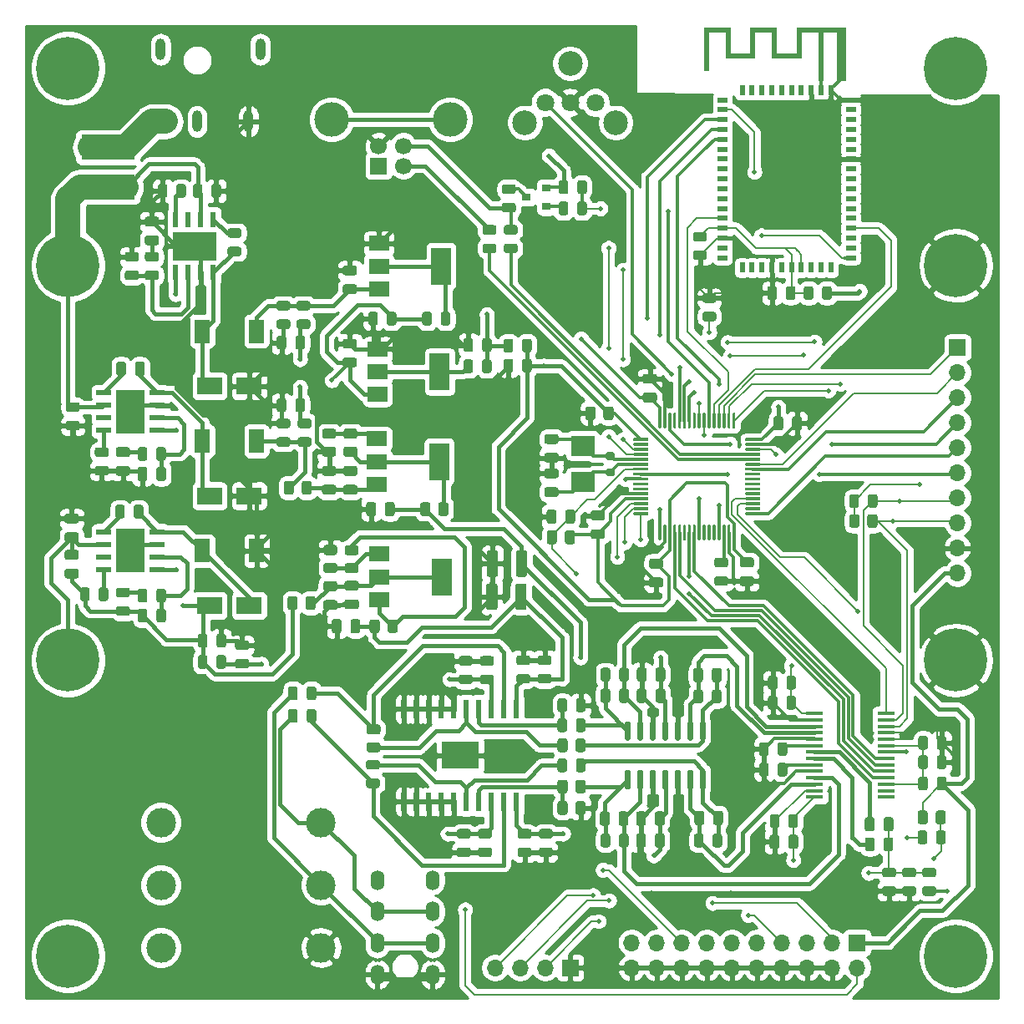
<source format=gbr>
G04 #@! TF.GenerationSoftware,KiCad,Pcbnew,5.1.9*
G04 #@! TF.CreationDate,2021-04-13T21:33:03+08:00*
G04 #@! TF.ProjectId,digital-amplifier2,64696769-7461-46c2-9d61-6d706c696669,rev?*
G04 #@! TF.SameCoordinates,Original*
G04 #@! TF.FileFunction,Copper,L1,Top*
G04 #@! TF.FilePolarity,Positive*
%FSLAX46Y46*%
G04 Gerber Fmt 4.6, Leading zero omitted, Abs format (unit mm)*
G04 Created by KiCad (PCBNEW 5.1.9) date 2021-04-13 21:33:03*
%MOMM*%
%LPD*%
G01*
G04 APERTURE LIST*
G04 #@! TA.AperFunction,EtchedComponent*
%ADD10C,0.100000*%
G04 #@! TD*
G04 #@! TA.AperFunction,ComponentPad*
%ADD11C,3.000000*%
G04 #@! TD*
G04 #@! TA.AperFunction,SMDPad,CuDef*
%ADD12R,2.000000X1.500000*%
G04 #@! TD*
G04 #@! TA.AperFunction,SMDPad,CuDef*
%ADD13R,2.000000X3.800000*%
G04 #@! TD*
G04 #@! TA.AperFunction,SMDPad,CuDef*
%ADD14R,1.750000X0.450000*%
G04 #@! TD*
G04 #@! TA.AperFunction,ComponentPad*
%ADD15C,0.600000*%
G04 #@! TD*
G04 #@! TA.AperFunction,SMDPad,CuDef*
%ADD16R,1.550000X0.600000*%
G04 #@! TD*
G04 #@! TA.AperFunction,SMDPad,CuDef*
%ADD17R,2.950000X4.500000*%
G04 #@! TD*
G04 #@! TA.AperFunction,SMDPad,CuDef*
%ADD18R,2.600000X3.100000*%
G04 #@! TD*
G04 #@! TA.AperFunction,SMDPad,CuDef*
%ADD19R,3.810000X2.789999*%
G04 #@! TD*
G04 #@! TA.AperFunction,SMDPad,CuDef*
%ADD20R,0.558000X1.969999*%
G04 #@! TD*
G04 #@! TA.AperFunction,SMDPad,CuDef*
%ADD21R,1.000000X0.500000*%
G04 #@! TD*
G04 #@! TA.AperFunction,SMDPad,CuDef*
%ADD22R,0.500000X1.000000*%
G04 #@! TD*
G04 #@! TA.AperFunction,ComponentPad*
%ADD23O,1.700000X1.700000*%
G04 #@! TD*
G04 #@! TA.AperFunction,ComponentPad*
%ADD24R,1.700000X1.700000*%
G04 #@! TD*
G04 #@! TA.AperFunction,ComponentPad*
%ADD25O,1.000000X2.200000*%
G04 #@! TD*
G04 #@! TA.AperFunction,ComponentPad*
%ADD26C,6.400000*%
G04 #@! TD*
G04 #@! TA.AperFunction,SMDPad,CuDef*
%ADD27R,1.500000X2.400000*%
G04 #@! TD*
G04 #@! TA.AperFunction,ComponentPad*
%ADD28O,1.400000X2.000000*%
G04 #@! TD*
G04 #@! TA.AperFunction,SMDPad,CuDef*
%ADD29R,2.500000X1.800000*%
G04 #@! TD*
G04 #@! TA.AperFunction,ComponentPad*
%ADD30C,1.800000*%
G04 #@! TD*
G04 #@! TA.AperFunction,WasherPad*
%ADD31C,2.500000*%
G04 #@! TD*
G04 #@! TA.AperFunction,ComponentPad*
%ADD32C,3.500000*%
G04 #@! TD*
G04 #@! TA.AperFunction,ComponentPad*
%ADD33C,1.700000*%
G04 #@! TD*
G04 #@! TA.AperFunction,ComponentPad*
%ADD34R,0.900000X0.500000*%
G04 #@! TD*
G04 #@! TA.AperFunction,ConnectorPad*
%ADD35R,0.500000X0.500000*%
G04 #@! TD*
G04 #@! TA.AperFunction,SMDPad,CuDef*
%ADD36R,1.800000X2.500000*%
G04 #@! TD*
G04 #@! TA.AperFunction,SMDPad,CuDef*
%ADD37R,0.900000X0.800000*%
G04 #@! TD*
G04 #@! TA.AperFunction,SMDPad,CuDef*
%ADD38R,2.400000X2.000000*%
G04 #@! TD*
G04 #@! TA.AperFunction,SMDPad,CuDef*
%ADD39R,0.600000X1.550000*%
G04 #@! TD*
G04 #@! TA.AperFunction,SMDPad,CuDef*
%ADD40R,4.500000X2.950000*%
G04 #@! TD*
G04 #@! TA.AperFunction,SMDPad,CuDef*
%ADD41R,3.100000X2.600000*%
G04 #@! TD*
G04 #@! TA.AperFunction,ViaPad*
%ADD42C,0.500000*%
G04 #@! TD*
G04 #@! TA.AperFunction,Conductor*
%ADD43C,0.400000*%
G04 #@! TD*
G04 #@! TA.AperFunction,Conductor*
%ADD44C,0.300000*%
G04 #@! TD*
G04 #@! TA.AperFunction,Conductor*
%ADD45C,0.200000*%
G04 #@! TD*
G04 #@! TA.AperFunction,Conductor*
%ADD46C,2.500000*%
G04 #@! TD*
G04 #@! TA.AperFunction,Conductor*
%ADD47C,0.254000*%
G04 #@! TD*
G04 #@! TA.AperFunction,Conductor*
%ADD48C,0.100000*%
G04 #@! TD*
G04 APERTURE END LIST*
D10*
G36*
X128868000Y-53497000D02*
G01*
X126868000Y-53497000D01*
X126868000Y-50857000D01*
X124168000Y-50857000D01*
X124168000Y-53497000D01*
X122168000Y-53497000D01*
X122168000Y-50857000D01*
X119468000Y-50857000D01*
X119468000Y-55297000D01*
X119968000Y-55297000D01*
X119968000Y-51357000D01*
X121668000Y-51357000D01*
X121668000Y-53997000D01*
X124668000Y-53997000D01*
X124668000Y-51357000D01*
X126368000Y-51357000D01*
X126368000Y-53997000D01*
X129368000Y-53997000D01*
X129368000Y-51357000D01*
X131068000Y-51357000D01*
X131068000Y-56257000D01*
X131568000Y-56257000D01*
X131568000Y-51357000D01*
X132968000Y-51357000D01*
X132968000Y-56257000D01*
X133868000Y-56257000D01*
X133868000Y-56013785D01*
X133565583Y-56013785D01*
X133555742Y-56061395D01*
X133531674Y-56103797D01*
X133493731Y-56136581D01*
X133485819Y-56140935D01*
X133443156Y-56153043D01*
X133394637Y-56152300D01*
X133349122Y-56139400D01*
X133330511Y-56128787D01*
X133296868Y-56093553D01*
X133276309Y-56048368D01*
X133269778Y-55998842D01*
X133278218Y-55950583D01*
X133295112Y-55918357D01*
X133330372Y-55885687D01*
X133375682Y-55865592D01*
X133425267Y-55859018D01*
X133473353Y-55866908D01*
X133506245Y-55883814D01*
X133541185Y-55920584D01*
X133560847Y-55965378D01*
X133565583Y-56013785D01*
X133868000Y-56013785D01*
X133868000Y-50857000D01*
X128868000Y-50857000D01*
X128868000Y-53497000D01*
G37*
G04 #@! TA.AperFunction,SMDPad,CuDef*
G36*
G01*
X84041000Y-76004000D02*
X83091000Y-76004000D01*
G75*
G02*
X82841000Y-75754000I0J250000D01*
G01*
X82841000Y-75254000D01*
G75*
G02*
X83091000Y-75004000I250000J0D01*
G01*
X84041000Y-75004000D01*
G75*
G02*
X84291000Y-75254000I0J-250000D01*
G01*
X84291000Y-75754000D01*
G75*
G02*
X84041000Y-76004000I-250000J0D01*
G01*
G37*
G04 #@! TD.AperFunction*
G04 #@! TA.AperFunction,SMDPad,CuDef*
G36*
G01*
X84041000Y-77904000D02*
X83091000Y-77904000D01*
G75*
G02*
X82841000Y-77654000I0J250000D01*
G01*
X82841000Y-77154000D01*
G75*
G02*
X83091000Y-76904000I250000J0D01*
G01*
X84041000Y-76904000D01*
G75*
G02*
X84291000Y-77154000I0J-250000D01*
G01*
X84291000Y-77654000D01*
G75*
G02*
X84041000Y-77904000I-250000J0D01*
G01*
G37*
G04 #@! TD.AperFunction*
G04 #@! TA.AperFunction,SMDPad,CuDef*
G36*
G01*
X84041000Y-83433500D02*
X83091000Y-83433500D01*
G75*
G02*
X82841000Y-83183500I0J250000D01*
G01*
X82841000Y-82683500D01*
G75*
G02*
X83091000Y-82433500I250000J0D01*
G01*
X84041000Y-82433500D01*
G75*
G02*
X84291000Y-82683500I0J-250000D01*
G01*
X84291000Y-83183500D01*
G75*
G02*
X84041000Y-83433500I-250000J0D01*
G01*
G37*
G04 #@! TD.AperFunction*
G04 #@! TA.AperFunction,SMDPad,CuDef*
G36*
G01*
X84041000Y-85333500D02*
X83091000Y-85333500D01*
G75*
G02*
X82841000Y-85083500I0J250000D01*
G01*
X82841000Y-84583500D01*
G75*
G02*
X83091000Y-84333500I250000J0D01*
G01*
X84041000Y-84333500D01*
G75*
G02*
X84291000Y-84583500I0J-250000D01*
G01*
X84291000Y-85083500D01*
G75*
G02*
X84041000Y-85333500I-250000J0D01*
G01*
G37*
G04 #@! TD.AperFunction*
D11*
X64415000Y-131445000D03*
X64415000Y-144145000D03*
X64415000Y-137795000D03*
X80645000Y-131445000D03*
X80645000Y-144145000D03*
X80645000Y-137795000D03*
D12*
X86575500Y-104253000D03*
X86575500Y-108853000D03*
X86575500Y-106553000D03*
D13*
X92875500Y-106553000D03*
D12*
X86321500Y-92569000D03*
X86321500Y-97169000D03*
X86321500Y-94869000D03*
D13*
X92621500Y-94869000D03*
G04 #@! TA.AperFunction,SMDPad,CuDef*
G36*
G01*
X87395000Y-112019501D02*
X87395000Y-111119499D01*
G75*
G02*
X87644999Y-110869500I249999J0D01*
G01*
X88170001Y-110869500D01*
G75*
G02*
X88420000Y-111119499I0J-249999D01*
G01*
X88420000Y-112019501D01*
G75*
G02*
X88170001Y-112269500I-249999J0D01*
G01*
X87644999Y-112269500D01*
G75*
G02*
X87395000Y-112019501I0J249999D01*
G01*
G37*
G04 #@! TD.AperFunction*
G04 #@! TA.AperFunction,SMDPad,CuDef*
G36*
G01*
X85570000Y-112019501D02*
X85570000Y-111119499D01*
G75*
G02*
X85819999Y-110869500I249999J0D01*
G01*
X86345001Y-110869500D01*
G75*
G02*
X86595000Y-111119499I0J-249999D01*
G01*
X86595000Y-112019501D01*
G75*
G02*
X86345001Y-112269500I-249999J0D01*
G01*
X85819999Y-112269500D01*
G75*
G02*
X85570000Y-112019501I0J249999D01*
G01*
G37*
G04 #@! TD.AperFunction*
G04 #@! TA.AperFunction,SMDPad,CuDef*
G36*
G01*
X92538500Y-100145001D02*
X92538500Y-99244999D01*
G75*
G02*
X92788499Y-98995000I249999J0D01*
G01*
X93313501Y-98995000D01*
G75*
G02*
X93563500Y-99244999I0J-249999D01*
G01*
X93563500Y-100145001D01*
G75*
G02*
X93313501Y-100395000I-249999J0D01*
G01*
X92788499Y-100395000D01*
G75*
G02*
X92538500Y-100145001I0J249999D01*
G01*
G37*
G04 #@! TD.AperFunction*
G04 #@! TA.AperFunction,SMDPad,CuDef*
G36*
G01*
X90713500Y-100145001D02*
X90713500Y-99244999D01*
G75*
G02*
X90963499Y-98995000I249999J0D01*
G01*
X91488501Y-98995000D01*
G75*
G02*
X91738500Y-99244999I0J-249999D01*
G01*
X91738500Y-100145001D01*
G75*
G02*
X91488501Y-100395000I-249999J0D01*
G01*
X90963499Y-100395000D01*
G75*
G02*
X90713500Y-100145001I0J249999D01*
G01*
G37*
G04 #@! TD.AperFunction*
G04 #@! TA.AperFunction,SMDPad,CuDef*
G36*
G01*
X84206501Y-104375000D02*
X83306499Y-104375000D01*
G75*
G02*
X83056500Y-104125001I0J249999D01*
G01*
X83056500Y-103599999D01*
G75*
G02*
X83306499Y-103350000I249999J0D01*
G01*
X84206501Y-103350000D01*
G75*
G02*
X84456500Y-103599999I0J-249999D01*
G01*
X84456500Y-104125001D01*
G75*
G02*
X84206501Y-104375000I-249999J0D01*
G01*
G37*
G04 #@! TD.AperFunction*
G04 #@! TA.AperFunction,SMDPad,CuDef*
G36*
G01*
X84206501Y-106200000D02*
X83306499Y-106200000D01*
G75*
G02*
X83056500Y-105950001I0J249999D01*
G01*
X83056500Y-105424999D01*
G75*
G02*
X83306499Y-105175000I249999J0D01*
G01*
X84206501Y-105175000D01*
G75*
G02*
X84456500Y-105424999I0J-249999D01*
G01*
X84456500Y-105950001D01*
G75*
G02*
X84206501Y-106200000I-249999J0D01*
G01*
G37*
G04 #@! TD.AperFunction*
G04 #@! TA.AperFunction,SMDPad,CuDef*
G36*
G01*
X81147499Y-105151500D02*
X82047501Y-105151500D01*
G75*
G02*
X82297500Y-105401499I0J-249999D01*
G01*
X82297500Y-105926501D01*
G75*
G02*
X82047501Y-106176500I-249999J0D01*
G01*
X81147499Y-106176500D01*
G75*
G02*
X80897500Y-105926501I0J249999D01*
G01*
X80897500Y-105401499D01*
G75*
G02*
X81147499Y-105151500I249999J0D01*
G01*
G37*
G04 #@! TD.AperFunction*
G04 #@! TA.AperFunction,SMDPad,CuDef*
G36*
G01*
X81147499Y-103326500D02*
X82047501Y-103326500D01*
G75*
G02*
X82297500Y-103576499I0J-249999D01*
G01*
X82297500Y-104101501D01*
G75*
G02*
X82047501Y-104351500I-249999J0D01*
G01*
X81147499Y-104351500D01*
G75*
G02*
X80897500Y-104101501I0J249999D01*
G01*
X80897500Y-103576499D01*
G75*
G02*
X81147499Y-103326500I249999J0D01*
G01*
G37*
G04 #@! TD.AperFunction*
G04 #@! TA.AperFunction,SMDPad,CuDef*
G36*
G01*
X81920501Y-92564000D02*
X81020499Y-92564000D01*
G75*
G02*
X80770500Y-92314001I0J249999D01*
G01*
X80770500Y-91788999D01*
G75*
G02*
X81020499Y-91539000I249999J0D01*
G01*
X81920501Y-91539000D01*
G75*
G02*
X82170500Y-91788999I0J-249999D01*
G01*
X82170500Y-92314001D01*
G75*
G02*
X81920501Y-92564000I-249999J0D01*
G01*
G37*
G04 #@! TD.AperFunction*
G04 #@! TA.AperFunction,SMDPad,CuDef*
G36*
G01*
X81920501Y-94389000D02*
X81020499Y-94389000D01*
G75*
G02*
X80770500Y-94139001I0J249999D01*
G01*
X80770500Y-93613999D01*
G75*
G02*
X81020499Y-93364000I249999J0D01*
G01*
X81920501Y-93364000D01*
G75*
G02*
X82170500Y-93613999I0J-249999D01*
G01*
X82170500Y-94139001D01*
G75*
G02*
X81920501Y-94389000I-249999J0D01*
G01*
G37*
G04 #@! TD.AperFunction*
G04 #@! TA.AperFunction,SMDPad,CuDef*
G36*
G01*
X84079501Y-92564000D02*
X83179499Y-92564000D01*
G75*
G02*
X82929500Y-92314001I0J249999D01*
G01*
X82929500Y-91788999D01*
G75*
G02*
X83179499Y-91539000I249999J0D01*
G01*
X84079501Y-91539000D01*
G75*
G02*
X84329500Y-91788999I0J-249999D01*
G01*
X84329500Y-92314001D01*
G75*
G02*
X84079501Y-92564000I-249999J0D01*
G01*
G37*
G04 #@! TD.AperFunction*
G04 #@! TA.AperFunction,SMDPad,CuDef*
G36*
G01*
X84079501Y-94389000D02*
X83179499Y-94389000D01*
G75*
G02*
X82929500Y-94139001I0J249999D01*
G01*
X82929500Y-93613999D01*
G75*
G02*
X83179499Y-93364000I249999J0D01*
G01*
X84079501Y-93364000D01*
G75*
G02*
X84329500Y-93613999I0J-249999D01*
G01*
X84329500Y-94139001D01*
G75*
G02*
X84079501Y-94389000I-249999J0D01*
G01*
G37*
G04 #@! TD.AperFunction*
G04 #@! TA.AperFunction,SMDPad,CuDef*
G36*
G01*
X78276500Y-108769999D02*
X78276500Y-109670001D01*
G75*
G02*
X78026501Y-109920000I-249999J0D01*
G01*
X77501499Y-109920000D01*
G75*
G02*
X77251500Y-109670001I0J249999D01*
G01*
X77251500Y-108769999D01*
G75*
G02*
X77501499Y-108520000I249999J0D01*
G01*
X78026501Y-108520000D01*
G75*
G02*
X78276500Y-108769999I0J-249999D01*
G01*
G37*
G04 #@! TD.AperFunction*
G04 #@! TA.AperFunction,SMDPad,CuDef*
G36*
G01*
X80101500Y-108769999D02*
X80101500Y-109670001D01*
G75*
G02*
X79851501Y-109920000I-249999J0D01*
G01*
X79326499Y-109920000D01*
G75*
G02*
X79076500Y-109670001I0J249999D01*
G01*
X79076500Y-108769999D01*
G75*
G02*
X79326499Y-108520000I249999J0D01*
G01*
X79851501Y-108520000D01*
G75*
G02*
X80101500Y-108769999I0J-249999D01*
G01*
G37*
G04 #@! TD.AperFunction*
G04 #@! TA.AperFunction,SMDPad,CuDef*
G36*
G01*
X77895500Y-97085999D02*
X77895500Y-97986001D01*
G75*
G02*
X77645501Y-98236000I-249999J0D01*
G01*
X77120499Y-98236000D01*
G75*
G02*
X76870500Y-97986001I0J249999D01*
G01*
X76870500Y-97085999D01*
G75*
G02*
X77120499Y-96836000I249999J0D01*
G01*
X77645501Y-96836000D01*
G75*
G02*
X77895500Y-97085999I0J-249999D01*
G01*
G37*
G04 #@! TD.AperFunction*
G04 #@! TA.AperFunction,SMDPad,CuDef*
G36*
G01*
X79720500Y-97085999D02*
X79720500Y-97986001D01*
G75*
G02*
X79470501Y-98236000I-249999J0D01*
G01*
X78945499Y-98236000D01*
G75*
G02*
X78695500Y-97986001I0J249999D01*
G01*
X78695500Y-97085999D01*
G75*
G02*
X78945499Y-96836000I249999J0D01*
G01*
X79470501Y-96836000D01*
G75*
G02*
X79720500Y-97085999I0J-249999D01*
G01*
G37*
G04 #@! TD.AperFunction*
G04 #@! TA.AperFunction,SMDPad,CuDef*
G36*
G01*
X83635000Y-112044500D02*
X83635000Y-111094500D01*
G75*
G02*
X83885000Y-110844500I250000J0D01*
G01*
X84385000Y-110844500D01*
G75*
G02*
X84635000Y-111094500I0J-250000D01*
G01*
X84635000Y-112044500D01*
G75*
G02*
X84385000Y-112294500I-250000J0D01*
G01*
X83885000Y-112294500D01*
G75*
G02*
X83635000Y-112044500I0J250000D01*
G01*
G37*
G04 #@! TD.AperFunction*
G04 #@! TA.AperFunction,SMDPad,CuDef*
G36*
G01*
X81735000Y-112044500D02*
X81735000Y-111094500D01*
G75*
G02*
X81985000Y-110844500I250000J0D01*
G01*
X82485000Y-110844500D01*
G75*
G02*
X82735000Y-111094500I0J-250000D01*
G01*
X82735000Y-112044500D01*
G75*
G02*
X82485000Y-112294500I-250000J0D01*
G01*
X81985000Y-112294500D01*
G75*
G02*
X81735000Y-112044500I0J250000D01*
G01*
G37*
G04 #@! TD.AperFunction*
G04 #@! TA.AperFunction,SMDPad,CuDef*
G36*
G01*
X86227500Y-99220000D02*
X86227500Y-100170000D01*
G75*
G02*
X85977500Y-100420000I-250000J0D01*
G01*
X85477500Y-100420000D01*
G75*
G02*
X85227500Y-100170000I0J250000D01*
G01*
X85227500Y-99220000D01*
G75*
G02*
X85477500Y-98970000I250000J0D01*
G01*
X85977500Y-98970000D01*
G75*
G02*
X86227500Y-99220000I0J-250000D01*
G01*
G37*
G04 #@! TD.AperFunction*
G04 #@! TA.AperFunction,SMDPad,CuDef*
G36*
G01*
X88127500Y-99220000D02*
X88127500Y-100170000D01*
G75*
G02*
X87877500Y-100420000I-250000J0D01*
G01*
X87377500Y-100420000D01*
G75*
G02*
X87127500Y-100170000I0J250000D01*
G01*
X87127500Y-99220000D01*
G75*
G02*
X87377500Y-98970000I250000J0D01*
G01*
X87877500Y-98970000D01*
G75*
G02*
X88127500Y-99220000I0J-250000D01*
G01*
G37*
G04 #@! TD.AperFunction*
G04 #@! TA.AperFunction,SMDPad,CuDef*
G36*
G01*
X84231500Y-107947000D02*
X83281500Y-107947000D01*
G75*
G02*
X83031500Y-107697000I0J250000D01*
G01*
X83031500Y-107197000D01*
G75*
G02*
X83281500Y-106947000I250000J0D01*
G01*
X84231500Y-106947000D01*
G75*
G02*
X84481500Y-107197000I0J-250000D01*
G01*
X84481500Y-107697000D01*
G75*
G02*
X84231500Y-107947000I-250000J0D01*
G01*
G37*
G04 #@! TD.AperFunction*
G04 #@! TA.AperFunction,SMDPad,CuDef*
G36*
G01*
X84231500Y-109847000D02*
X83281500Y-109847000D01*
G75*
G02*
X83031500Y-109597000I0J250000D01*
G01*
X83031500Y-109097000D01*
G75*
G02*
X83281500Y-108847000I250000J0D01*
G01*
X84231500Y-108847000D01*
G75*
G02*
X84481500Y-109097000I0J-250000D01*
G01*
X84481500Y-109597000D01*
G75*
G02*
X84231500Y-109847000I-250000J0D01*
G01*
G37*
G04 #@! TD.AperFunction*
G04 #@! TA.AperFunction,SMDPad,CuDef*
G36*
G01*
X84104500Y-96324000D02*
X83154500Y-96324000D01*
G75*
G02*
X82904500Y-96074000I0J250000D01*
G01*
X82904500Y-95574000D01*
G75*
G02*
X83154500Y-95324000I250000J0D01*
G01*
X84104500Y-95324000D01*
G75*
G02*
X84354500Y-95574000I0J-250000D01*
G01*
X84354500Y-96074000D01*
G75*
G02*
X84104500Y-96324000I-250000J0D01*
G01*
G37*
G04 #@! TD.AperFunction*
G04 #@! TA.AperFunction,SMDPad,CuDef*
G36*
G01*
X84104500Y-98224000D02*
X83154500Y-98224000D01*
G75*
G02*
X82904500Y-97974000I0J250000D01*
G01*
X82904500Y-97474000D01*
G75*
G02*
X83154500Y-97224000I250000J0D01*
G01*
X84104500Y-97224000D01*
G75*
G02*
X84354500Y-97474000I0J-250000D01*
G01*
X84354500Y-97974000D01*
G75*
G02*
X84104500Y-98224000I-250000J0D01*
G01*
G37*
G04 #@! TD.AperFunction*
G04 #@! TA.AperFunction,SMDPad,CuDef*
G36*
G01*
X82072500Y-108008000D02*
X81122500Y-108008000D01*
G75*
G02*
X80872500Y-107758000I0J250000D01*
G01*
X80872500Y-107258000D01*
G75*
G02*
X81122500Y-107008000I250000J0D01*
G01*
X82072500Y-107008000D01*
G75*
G02*
X82322500Y-107258000I0J-250000D01*
G01*
X82322500Y-107758000D01*
G75*
G02*
X82072500Y-108008000I-250000J0D01*
G01*
G37*
G04 #@! TD.AperFunction*
G04 #@! TA.AperFunction,SMDPad,CuDef*
G36*
G01*
X82072500Y-109908000D02*
X81122500Y-109908000D01*
G75*
G02*
X80872500Y-109658000I0J250000D01*
G01*
X80872500Y-109158000D01*
G75*
G02*
X81122500Y-108908000I250000J0D01*
G01*
X82072500Y-108908000D01*
G75*
G02*
X82322500Y-109158000I0J-250000D01*
G01*
X82322500Y-109658000D01*
G75*
G02*
X82072500Y-109908000I-250000J0D01*
G01*
G37*
G04 #@! TD.AperFunction*
G04 #@! TA.AperFunction,SMDPad,CuDef*
G36*
G01*
X81945500Y-96324000D02*
X80995500Y-96324000D01*
G75*
G02*
X80745500Y-96074000I0J250000D01*
G01*
X80745500Y-95574000D01*
G75*
G02*
X80995500Y-95324000I250000J0D01*
G01*
X81945500Y-95324000D01*
G75*
G02*
X82195500Y-95574000I0J-250000D01*
G01*
X82195500Y-96074000D01*
G75*
G02*
X81945500Y-96324000I-250000J0D01*
G01*
G37*
G04 #@! TD.AperFunction*
G04 #@! TA.AperFunction,SMDPad,CuDef*
G36*
G01*
X81945500Y-98224000D02*
X80995500Y-98224000D01*
G75*
G02*
X80745500Y-97974000I0J250000D01*
G01*
X80745500Y-97474000D01*
G75*
G02*
X80995500Y-97224000I250000J0D01*
G01*
X81945500Y-97224000D01*
G75*
G02*
X82195500Y-97474000I0J-250000D01*
G01*
X82195500Y-97974000D01*
G75*
G02*
X81945500Y-98224000I-250000J0D01*
G01*
G37*
G04 #@! TD.AperFunction*
G04 #@! TA.AperFunction,SMDPad,CuDef*
G36*
G01*
X142157500Y-130486999D02*
X142157500Y-131387001D01*
G75*
G02*
X141907501Y-131637000I-249999J0D01*
G01*
X141382499Y-131637000D01*
G75*
G02*
X141132500Y-131387001I0J249999D01*
G01*
X141132500Y-130486999D01*
G75*
G02*
X141382499Y-130237000I249999J0D01*
G01*
X141907501Y-130237000D01*
G75*
G02*
X142157500Y-130486999I0J-249999D01*
G01*
G37*
G04 #@! TD.AperFunction*
G04 #@! TA.AperFunction,SMDPad,CuDef*
G36*
G01*
X143982500Y-130486999D02*
X143982500Y-131387001D01*
G75*
G02*
X143732501Y-131637000I-249999J0D01*
G01*
X143207499Y-131637000D01*
G75*
G02*
X142957500Y-131387001I0J249999D01*
G01*
X142957500Y-130486999D01*
G75*
G02*
X143207499Y-130237000I249999J0D01*
G01*
X143732501Y-130237000D01*
G75*
G02*
X143982500Y-130486999I0J-249999D01*
G01*
G37*
G04 #@! TD.AperFunction*
G04 #@! TA.AperFunction,SMDPad,CuDef*
G36*
G01*
X119198350Y-126150500D02*
X119498350Y-126150500D01*
G75*
G02*
X119648350Y-126300500I0J-150000D01*
G01*
X119648350Y-127950500D01*
G75*
G02*
X119498350Y-128100500I-150000J0D01*
G01*
X119198350Y-128100500D01*
G75*
G02*
X119048350Y-127950500I0J150000D01*
G01*
X119048350Y-126300500D01*
G75*
G02*
X119198350Y-126150500I150000J0D01*
G01*
G37*
G04 #@! TD.AperFunction*
G04 #@! TA.AperFunction,SMDPad,CuDef*
G36*
G01*
X117928350Y-126150500D02*
X118228350Y-126150500D01*
G75*
G02*
X118378350Y-126300500I0J-150000D01*
G01*
X118378350Y-127950500D01*
G75*
G02*
X118228350Y-128100500I-150000J0D01*
G01*
X117928350Y-128100500D01*
G75*
G02*
X117778350Y-127950500I0J150000D01*
G01*
X117778350Y-126300500D01*
G75*
G02*
X117928350Y-126150500I150000J0D01*
G01*
G37*
G04 #@! TD.AperFunction*
G04 #@! TA.AperFunction,SMDPad,CuDef*
G36*
G01*
X116658350Y-126150500D02*
X116958350Y-126150500D01*
G75*
G02*
X117108350Y-126300500I0J-150000D01*
G01*
X117108350Y-127950500D01*
G75*
G02*
X116958350Y-128100500I-150000J0D01*
G01*
X116658350Y-128100500D01*
G75*
G02*
X116508350Y-127950500I0J150000D01*
G01*
X116508350Y-126300500D01*
G75*
G02*
X116658350Y-126150500I150000J0D01*
G01*
G37*
G04 #@! TD.AperFunction*
G04 #@! TA.AperFunction,SMDPad,CuDef*
G36*
G01*
X115388350Y-126150500D02*
X115688350Y-126150500D01*
G75*
G02*
X115838350Y-126300500I0J-150000D01*
G01*
X115838350Y-127950500D01*
G75*
G02*
X115688350Y-128100500I-150000J0D01*
G01*
X115388350Y-128100500D01*
G75*
G02*
X115238350Y-127950500I0J150000D01*
G01*
X115238350Y-126300500D01*
G75*
G02*
X115388350Y-126150500I150000J0D01*
G01*
G37*
G04 #@! TD.AperFunction*
G04 #@! TA.AperFunction,SMDPad,CuDef*
G36*
G01*
X114118350Y-126150500D02*
X114418350Y-126150500D01*
G75*
G02*
X114568350Y-126300500I0J-150000D01*
G01*
X114568350Y-127950500D01*
G75*
G02*
X114418350Y-128100500I-150000J0D01*
G01*
X114118350Y-128100500D01*
G75*
G02*
X113968350Y-127950500I0J150000D01*
G01*
X113968350Y-126300500D01*
G75*
G02*
X114118350Y-126150500I150000J0D01*
G01*
G37*
G04 #@! TD.AperFunction*
G04 #@! TA.AperFunction,SMDPad,CuDef*
G36*
G01*
X112848350Y-126150500D02*
X113148350Y-126150500D01*
G75*
G02*
X113298350Y-126300500I0J-150000D01*
G01*
X113298350Y-127950500D01*
G75*
G02*
X113148350Y-128100500I-150000J0D01*
G01*
X112848350Y-128100500D01*
G75*
G02*
X112698350Y-127950500I0J150000D01*
G01*
X112698350Y-126300500D01*
G75*
G02*
X112848350Y-126150500I150000J0D01*
G01*
G37*
G04 #@! TD.AperFunction*
G04 #@! TA.AperFunction,SMDPad,CuDef*
G36*
G01*
X111578350Y-126150500D02*
X111878350Y-126150500D01*
G75*
G02*
X112028350Y-126300500I0J-150000D01*
G01*
X112028350Y-127950500D01*
G75*
G02*
X111878350Y-128100500I-150000J0D01*
G01*
X111578350Y-128100500D01*
G75*
G02*
X111428350Y-127950500I0J150000D01*
G01*
X111428350Y-126300500D01*
G75*
G02*
X111578350Y-126150500I150000J0D01*
G01*
G37*
G04 #@! TD.AperFunction*
G04 #@! TA.AperFunction,SMDPad,CuDef*
G36*
G01*
X111578350Y-121200500D02*
X111878350Y-121200500D01*
G75*
G02*
X112028350Y-121350500I0J-150000D01*
G01*
X112028350Y-123000500D01*
G75*
G02*
X111878350Y-123150500I-150000J0D01*
G01*
X111578350Y-123150500D01*
G75*
G02*
X111428350Y-123000500I0J150000D01*
G01*
X111428350Y-121350500D01*
G75*
G02*
X111578350Y-121200500I150000J0D01*
G01*
G37*
G04 #@! TD.AperFunction*
G04 #@! TA.AperFunction,SMDPad,CuDef*
G36*
G01*
X112848350Y-121200500D02*
X113148350Y-121200500D01*
G75*
G02*
X113298350Y-121350500I0J-150000D01*
G01*
X113298350Y-123000500D01*
G75*
G02*
X113148350Y-123150500I-150000J0D01*
G01*
X112848350Y-123150500D01*
G75*
G02*
X112698350Y-123000500I0J150000D01*
G01*
X112698350Y-121350500D01*
G75*
G02*
X112848350Y-121200500I150000J0D01*
G01*
G37*
G04 #@! TD.AperFunction*
G04 #@! TA.AperFunction,SMDPad,CuDef*
G36*
G01*
X114118350Y-121200500D02*
X114418350Y-121200500D01*
G75*
G02*
X114568350Y-121350500I0J-150000D01*
G01*
X114568350Y-123000500D01*
G75*
G02*
X114418350Y-123150500I-150000J0D01*
G01*
X114118350Y-123150500D01*
G75*
G02*
X113968350Y-123000500I0J150000D01*
G01*
X113968350Y-121350500D01*
G75*
G02*
X114118350Y-121200500I150000J0D01*
G01*
G37*
G04 #@! TD.AperFunction*
G04 #@! TA.AperFunction,SMDPad,CuDef*
G36*
G01*
X115388350Y-121200500D02*
X115688350Y-121200500D01*
G75*
G02*
X115838350Y-121350500I0J-150000D01*
G01*
X115838350Y-123000500D01*
G75*
G02*
X115688350Y-123150500I-150000J0D01*
G01*
X115388350Y-123150500D01*
G75*
G02*
X115238350Y-123000500I0J150000D01*
G01*
X115238350Y-121350500D01*
G75*
G02*
X115388350Y-121200500I150000J0D01*
G01*
G37*
G04 #@! TD.AperFunction*
G04 #@! TA.AperFunction,SMDPad,CuDef*
G36*
G01*
X116658350Y-121200500D02*
X116958350Y-121200500D01*
G75*
G02*
X117108350Y-121350500I0J-150000D01*
G01*
X117108350Y-123000500D01*
G75*
G02*
X116958350Y-123150500I-150000J0D01*
G01*
X116658350Y-123150500D01*
G75*
G02*
X116508350Y-123000500I0J150000D01*
G01*
X116508350Y-121350500D01*
G75*
G02*
X116658350Y-121200500I150000J0D01*
G01*
G37*
G04 #@! TD.AperFunction*
G04 #@! TA.AperFunction,SMDPad,CuDef*
G36*
G01*
X117928350Y-121200500D02*
X118228350Y-121200500D01*
G75*
G02*
X118378350Y-121350500I0J-150000D01*
G01*
X118378350Y-123000500D01*
G75*
G02*
X118228350Y-123150500I-150000J0D01*
G01*
X117928350Y-123150500D01*
G75*
G02*
X117778350Y-123000500I0J150000D01*
G01*
X117778350Y-121350500D01*
G75*
G02*
X117928350Y-121200500I150000J0D01*
G01*
G37*
G04 #@! TD.AperFunction*
G04 #@! TA.AperFunction,SMDPad,CuDef*
G36*
G01*
X119198350Y-121200500D02*
X119498350Y-121200500D01*
G75*
G02*
X119648350Y-121350500I0J-150000D01*
G01*
X119648350Y-123000500D01*
G75*
G02*
X119498350Y-123150500I-150000J0D01*
G01*
X119198350Y-123150500D01*
G75*
G02*
X119048350Y-123000500I0J150000D01*
G01*
X119048350Y-121350500D01*
G75*
G02*
X119198350Y-121200500I150000J0D01*
G01*
G37*
G04 #@! TD.AperFunction*
D14*
X137902500Y-128875500D03*
X137902500Y-128225500D03*
X137902500Y-127575500D03*
X137902500Y-126925500D03*
X137902500Y-126275500D03*
X137902500Y-125625500D03*
X137902500Y-124975500D03*
X137902500Y-124325500D03*
X137902500Y-123675500D03*
X137902500Y-123025500D03*
X137902500Y-122375500D03*
X137902500Y-121725500D03*
X137902500Y-121075500D03*
X137902500Y-120425500D03*
X130702500Y-120425500D03*
X130702500Y-121075500D03*
X130702500Y-121725500D03*
X130702500Y-122375500D03*
X130702500Y-123025500D03*
X130702500Y-123675500D03*
X130702500Y-124325500D03*
X130702500Y-124975500D03*
X130702500Y-125625500D03*
X130702500Y-126275500D03*
X130702500Y-126925500D03*
X130702500Y-127575500D03*
X130702500Y-128225500D03*
X130702500Y-128875500D03*
D15*
X61941000Y-105686000D03*
X61941000Y-104586000D03*
X60741000Y-104586000D03*
X60741000Y-105686000D03*
X61941000Y-102086000D03*
X61941000Y-103286000D03*
X60741000Y-103286000D03*
X60741000Y-102086000D03*
D16*
X64041000Y-101981000D03*
X64041000Y-103251000D03*
X64041000Y-104521000D03*
X64041000Y-105791000D03*
X58641000Y-105791000D03*
X58641000Y-104521000D03*
X58641000Y-103251000D03*
X58641000Y-101981000D03*
D17*
X61341000Y-103886000D03*
D18*
X61341000Y-103886000D03*
D19*
X94742000Y-124650500D03*
D20*
X100457000Y-129336800D03*
X99187000Y-129336800D03*
X97917000Y-129336800D03*
X96647000Y-129336800D03*
X95377000Y-129336800D03*
X94107000Y-129336800D03*
X92837000Y-129336800D03*
X91567000Y-129336800D03*
X90297000Y-129336800D03*
X89027000Y-129336800D03*
X89027000Y-119964200D03*
X90297000Y-119964200D03*
X91567000Y-119964200D03*
X92837000Y-119964200D03*
X94107000Y-119964200D03*
X95377000Y-119964200D03*
X96647000Y-119964200D03*
X97917000Y-119964200D03*
X99187000Y-119964200D03*
X100457000Y-119964200D03*
D21*
X121348500Y-58213500D03*
X121348500Y-59213500D03*
X121348500Y-60213500D03*
X121348500Y-61213500D03*
X121348500Y-62213500D03*
X121348500Y-63213500D03*
X121348500Y-64213500D03*
X121348500Y-65213500D03*
X121348500Y-66213500D03*
X121348500Y-67213500D03*
X121348500Y-68213500D03*
X121348500Y-69213500D03*
X121348500Y-70213500D03*
X121348500Y-71213500D03*
X121348500Y-72213500D03*
X121348500Y-73213500D03*
X121348500Y-74213500D03*
D22*
X123348500Y-75213500D03*
X124348500Y-75213500D03*
X125348500Y-75213500D03*
X126348500Y-75213500D03*
X127348500Y-75213500D03*
X128348500Y-75213500D03*
X129348500Y-75213500D03*
X130348500Y-75213500D03*
X131348500Y-75213500D03*
X132348500Y-75213500D03*
X132348500Y-57213500D03*
X125348500Y-57213500D03*
X128348500Y-57213500D03*
X126348500Y-57213500D03*
X131348500Y-57213500D03*
X127348500Y-57213500D03*
X124348500Y-57213500D03*
X129348500Y-57213500D03*
X130348500Y-57213500D03*
X123348500Y-57213500D03*
D21*
X134348500Y-69213500D03*
X134348500Y-73213500D03*
X134348500Y-61213500D03*
X134348500Y-62213500D03*
X134348500Y-59213500D03*
X134348500Y-64213500D03*
X134348500Y-68213500D03*
X134348500Y-71213500D03*
X134348500Y-60213500D03*
X134348500Y-72213500D03*
X134348500Y-63213500D03*
X134348500Y-65213500D03*
X134348500Y-58213500D03*
X134348500Y-66213500D03*
X134348500Y-67213500D03*
X134348500Y-74213500D03*
X134348500Y-70213500D03*
D12*
X86512000Y-72757000D03*
X86512000Y-77357000D03*
X86512000Y-75057000D03*
D13*
X92812000Y-75057000D03*
G04 #@! TA.AperFunction,SMDPad,CuDef*
G36*
G01*
X110257000Y-94698000D02*
X109707000Y-94698000D01*
G75*
G02*
X109507000Y-94498000I0J200000D01*
G01*
X109507000Y-94098000D01*
G75*
G02*
X109707000Y-93898000I200000J0D01*
G01*
X110257000Y-93898000D01*
G75*
G02*
X110457000Y-94098000I0J-200000D01*
G01*
X110457000Y-94498000D01*
G75*
G02*
X110257000Y-94698000I-200000J0D01*
G01*
G37*
G04 #@! TD.AperFunction*
G04 #@! TA.AperFunction,SMDPad,CuDef*
G36*
G01*
X110257000Y-96348000D02*
X109707000Y-96348000D01*
G75*
G02*
X109507000Y-96148000I0J200000D01*
G01*
X109507000Y-95748000D01*
G75*
G02*
X109707000Y-95548000I200000J0D01*
G01*
X110257000Y-95548000D01*
G75*
G02*
X110457000Y-95748000I0J-200000D01*
G01*
X110457000Y-96148000D01*
G75*
G02*
X110257000Y-96348000I-200000J0D01*
G01*
G37*
G04 #@! TD.AperFunction*
G04 #@! TA.AperFunction,SMDPad,CuDef*
G36*
G01*
X136036000Y-101351501D02*
X136036000Y-100451499D01*
G75*
G02*
X136285999Y-100201500I249999J0D01*
G01*
X136811001Y-100201500D01*
G75*
G02*
X137061000Y-100451499I0J-249999D01*
G01*
X137061000Y-101351501D01*
G75*
G02*
X136811001Y-101601500I-249999J0D01*
G01*
X136285999Y-101601500D01*
G75*
G02*
X136036000Y-101351501I0J249999D01*
G01*
G37*
G04 #@! TD.AperFunction*
G04 #@! TA.AperFunction,SMDPad,CuDef*
G36*
G01*
X134211000Y-101351501D02*
X134211000Y-100451499D01*
G75*
G02*
X134460999Y-100201500I249999J0D01*
G01*
X134986001Y-100201500D01*
G75*
G02*
X135236000Y-100451499I0J-249999D01*
G01*
X135236000Y-101351501D01*
G75*
G02*
X134986001Y-101601500I-249999J0D01*
G01*
X134460999Y-101601500D01*
G75*
G02*
X134211000Y-101351501I0J249999D01*
G01*
G37*
G04 #@! TD.AperFunction*
D23*
X112141000Y-146177000D03*
X112141000Y-143637000D03*
X114681000Y-146177000D03*
X114681000Y-143637000D03*
X117221000Y-146177000D03*
X117221000Y-143637000D03*
X119761000Y-146177000D03*
X119761000Y-143637000D03*
X122301000Y-146177000D03*
X122301000Y-143637000D03*
X124841000Y-146177000D03*
X124841000Y-143637000D03*
X127381000Y-146177000D03*
X127381000Y-143637000D03*
X129921000Y-146177000D03*
X129921000Y-143637000D03*
X132461000Y-146177000D03*
X132461000Y-143637000D03*
X135001000Y-146177000D03*
D24*
X135001000Y-143637000D03*
D25*
X74489000Y-53086000D03*
X73289000Y-60386000D03*
X68089000Y-60386000D03*
X64889000Y-60386000D03*
X64389000Y-53086000D03*
D23*
X145161000Y-106172000D03*
X145161000Y-103632000D03*
X145161000Y-101092000D03*
X145161000Y-98552000D03*
X145161000Y-96012000D03*
X145161000Y-93472000D03*
X145161000Y-90932000D03*
X145161000Y-88392000D03*
X145161000Y-85852000D03*
D24*
X145161000Y-83312000D03*
D26*
X145000000Y-115000000D03*
X55000000Y-115000000D03*
G04 #@! TA.AperFunction,SMDPad,CuDef*
G36*
G01*
X113659500Y-118143000D02*
X113659500Y-119093000D01*
G75*
G02*
X113409500Y-119343000I-250000J0D01*
G01*
X112909500Y-119343000D01*
G75*
G02*
X112659500Y-119093000I0J250000D01*
G01*
X112659500Y-118143000D01*
G75*
G02*
X112909500Y-117893000I250000J0D01*
G01*
X113409500Y-117893000D01*
G75*
G02*
X113659500Y-118143000I0J-250000D01*
G01*
G37*
G04 #@! TD.AperFunction*
G04 #@! TA.AperFunction,SMDPad,CuDef*
G36*
G01*
X115559500Y-118143000D02*
X115559500Y-119093000D01*
G75*
G02*
X115309500Y-119343000I-250000J0D01*
G01*
X114809500Y-119343000D01*
G75*
G02*
X114559500Y-119093000I0J250000D01*
G01*
X114559500Y-118143000D01*
G75*
G02*
X114809500Y-117893000I250000J0D01*
G01*
X115309500Y-117893000D01*
G75*
G02*
X115559500Y-118143000I0J-250000D01*
G01*
G37*
G04 #@! TD.AperFunction*
G04 #@! TA.AperFunction,SMDPad,CuDef*
G36*
G01*
X113659500Y-115984000D02*
X113659500Y-116934000D01*
G75*
G02*
X113409500Y-117184000I-250000J0D01*
G01*
X112909500Y-117184000D01*
G75*
G02*
X112659500Y-116934000I0J250000D01*
G01*
X112659500Y-115984000D01*
G75*
G02*
X112909500Y-115734000I250000J0D01*
G01*
X113409500Y-115734000D01*
G75*
G02*
X113659500Y-115984000I0J-250000D01*
G01*
G37*
G04 #@! TD.AperFunction*
G04 #@! TA.AperFunction,SMDPad,CuDef*
G36*
G01*
X115559500Y-115984000D02*
X115559500Y-116934000D01*
G75*
G02*
X115309500Y-117184000I-250000J0D01*
G01*
X114809500Y-117184000D01*
G75*
G02*
X114559500Y-116934000I0J250000D01*
G01*
X114559500Y-115984000D01*
G75*
G02*
X114809500Y-115734000I250000J0D01*
G01*
X115309500Y-115734000D01*
G75*
G02*
X115559500Y-115984000I0J-250000D01*
G01*
G37*
G04 #@! TD.AperFunction*
G04 #@! TA.AperFunction,SMDPad,CuDef*
G36*
G01*
X113596000Y-130589000D02*
X113596000Y-131539000D01*
G75*
G02*
X113346000Y-131789000I-250000J0D01*
G01*
X112846000Y-131789000D01*
G75*
G02*
X112596000Y-131539000I0J250000D01*
G01*
X112596000Y-130589000D01*
G75*
G02*
X112846000Y-130339000I250000J0D01*
G01*
X113346000Y-130339000D01*
G75*
G02*
X113596000Y-130589000I0J-250000D01*
G01*
G37*
G04 #@! TD.AperFunction*
G04 #@! TA.AperFunction,SMDPad,CuDef*
G36*
G01*
X115496000Y-130589000D02*
X115496000Y-131539000D01*
G75*
G02*
X115246000Y-131789000I-250000J0D01*
G01*
X114746000Y-131789000D01*
G75*
G02*
X114496000Y-131539000I0J250000D01*
G01*
X114496000Y-130589000D01*
G75*
G02*
X114746000Y-130339000I250000J0D01*
G01*
X115246000Y-130339000D01*
G75*
G02*
X115496000Y-130589000I0J-250000D01*
G01*
G37*
G04 #@! TD.AperFunction*
G04 #@! TA.AperFunction,SMDPad,CuDef*
G36*
G01*
X113596000Y-132811500D02*
X113596000Y-133761500D01*
G75*
G02*
X113346000Y-134011500I-250000J0D01*
G01*
X112846000Y-134011500D01*
G75*
G02*
X112596000Y-133761500I0J250000D01*
G01*
X112596000Y-132811500D01*
G75*
G02*
X112846000Y-132561500I250000J0D01*
G01*
X113346000Y-132561500D01*
G75*
G02*
X113596000Y-132811500I0J-250000D01*
G01*
G37*
G04 #@! TD.AperFunction*
G04 #@! TA.AperFunction,SMDPad,CuDef*
G36*
G01*
X115496000Y-132811500D02*
X115496000Y-133761500D01*
G75*
G02*
X115246000Y-134011500I-250000J0D01*
G01*
X114746000Y-134011500D01*
G75*
G02*
X114496000Y-133761500I0J250000D01*
G01*
X114496000Y-132811500D01*
G75*
G02*
X114746000Y-132561500I250000J0D01*
G01*
X115246000Y-132561500D01*
G75*
G02*
X115496000Y-132811500I0J-250000D01*
G01*
G37*
G04 #@! TD.AperFunction*
G04 #@! TA.AperFunction,SMDPad,CuDef*
G36*
G01*
X119501500Y-130525500D02*
X119501500Y-131475500D01*
G75*
G02*
X119251500Y-131725500I-250000J0D01*
G01*
X118751500Y-131725500D01*
G75*
G02*
X118501500Y-131475500I0J250000D01*
G01*
X118501500Y-130525500D01*
G75*
G02*
X118751500Y-130275500I250000J0D01*
G01*
X119251500Y-130275500D01*
G75*
G02*
X119501500Y-130525500I0J-250000D01*
G01*
G37*
G04 #@! TD.AperFunction*
G04 #@! TA.AperFunction,SMDPad,CuDef*
G36*
G01*
X121401500Y-130525500D02*
X121401500Y-131475500D01*
G75*
G02*
X121151500Y-131725500I-250000J0D01*
G01*
X120651500Y-131725500D01*
G75*
G02*
X120401500Y-131475500I0J250000D01*
G01*
X120401500Y-130525500D01*
G75*
G02*
X120651500Y-130275500I250000J0D01*
G01*
X121151500Y-130275500D01*
G75*
G02*
X121401500Y-130525500I0J-250000D01*
G01*
G37*
G04 #@! TD.AperFunction*
G04 #@! TA.AperFunction,SMDPad,CuDef*
G36*
G01*
X119374500Y-116047500D02*
X119374500Y-116997500D01*
G75*
G02*
X119124500Y-117247500I-250000J0D01*
G01*
X118624500Y-117247500D01*
G75*
G02*
X118374500Y-116997500I0J250000D01*
G01*
X118374500Y-116047500D01*
G75*
G02*
X118624500Y-115797500I250000J0D01*
G01*
X119124500Y-115797500D01*
G75*
G02*
X119374500Y-116047500I0J-250000D01*
G01*
G37*
G04 #@! TD.AperFunction*
G04 #@! TA.AperFunction,SMDPad,CuDef*
G36*
G01*
X121274500Y-116047500D02*
X121274500Y-116997500D01*
G75*
G02*
X121024500Y-117247500I-250000J0D01*
G01*
X120524500Y-117247500D01*
G75*
G02*
X120274500Y-116997500I0J250000D01*
G01*
X120274500Y-116047500D01*
G75*
G02*
X120524500Y-115797500I250000J0D01*
G01*
X121024500Y-115797500D01*
G75*
G02*
X121274500Y-116047500I0J-250000D01*
G01*
G37*
G04 #@! TD.AperFunction*
G04 #@! TA.AperFunction,SMDPad,CuDef*
G36*
G01*
X127121500Y-132938500D02*
X127121500Y-133888500D01*
G75*
G02*
X126871500Y-134138500I-250000J0D01*
G01*
X126371500Y-134138500D01*
G75*
G02*
X126121500Y-133888500I0J250000D01*
G01*
X126121500Y-132938500D01*
G75*
G02*
X126371500Y-132688500I250000J0D01*
G01*
X126871500Y-132688500D01*
G75*
G02*
X127121500Y-132938500I0J-250000D01*
G01*
G37*
G04 #@! TD.AperFunction*
G04 #@! TA.AperFunction,SMDPad,CuDef*
G36*
G01*
X129021500Y-132938500D02*
X129021500Y-133888500D01*
G75*
G02*
X128771500Y-134138500I-250000J0D01*
G01*
X128271500Y-134138500D01*
G75*
G02*
X128021500Y-133888500I0J250000D01*
G01*
X128021500Y-132938500D01*
G75*
G02*
X128271500Y-132688500I250000J0D01*
G01*
X128771500Y-132688500D01*
G75*
G02*
X129021500Y-132938500I0J-250000D01*
G01*
G37*
G04 #@! TD.AperFunction*
G04 #@! TA.AperFunction,SMDPad,CuDef*
G36*
G01*
X98541000Y-107484999D02*
X98541000Y-109685001D01*
G75*
G02*
X98291001Y-109935000I-249999J0D01*
G01*
X97640999Y-109935000D01*
G75*
G02*
X97391000Y-109685001I0J249999D01*
G01*
X97391000Y-107484999D01*
G75*
G02*
X97640999Y-107235000I249999J0D01*
G01*
X98291001Y-107235000D01*
G75*
G02*
X98541000Y-107484999I0J-249999D01*
G01*
G37*
G04 #@! TD.AperFunction*
G04 #@! TA.AperFunction,SMDPad,CuDef*
G36*
G01*
X101491000Y-107484999D02*
X101491000Y-109685001D01*
G75*
G02*
X101241001Y-109935000I-249999J0D01*
G01*
X100590999Y-109935000D01*
G75*
G02*
X100341000Y-109685001I0J249999D01*
G01*
X100341000Y-107484999D01*
G75*
G02*
X100590999Y-107235000I249999J0D01*
G01*
X101241001Y-107235000D01*
G75*
G02*
X101491000Y-107484999I0J-249999D01*
G01*
G37*
G04 #@! TD.AperFunction*
G04 #@! TA.AperFunction,SMDPad,CuDef*
G36*
G01*
X98604500Y-104119499D02*
X98604500Y-106319501D01*
G75*
G02*
X98354501Y-106569500I-249999J0D01*
G01*
X97704499Y-106569500D01*
G75*
G02*
X97454500Y-106319501I0J249999D01*
G01*
X97454500Y-104119499D01*
G75*
G02*
X97704499Y-103869500I249999J0D01*
G01*
X98354501Y-103869500D01*
G75*
G02*
X98604500Y-104119499I0J-249999D01*
G01*
G37*
G04 #@! TD.AperFunction*
G04 #@! TA.AperFunction,SMDPad,CuDef*
G36*
G01*
X101554500Y-104119499D02*
X101554500Y-106319501D01*
G75*
G02*
X101304501Y-106569500I-249999J0D01*
G01*
X100654499Y-106569500D01*
G75*
G02*
X100404500Y-106319501I0J249999D01*
G01*
X100404500Y-104119499D01*
G75*
G02*
X100654499Y-103869500I249999J0D01*
G01*
X101304501Y-103869500D01*
G75*
G02*
X101554500Y-104119499I0J-249999D01*
G01*
G37*
G04 #@! TD.AperFunction*
G04 #@! TA.AperFunction,SMDPad,CuDef*
G36*
G01*
X103538000Y-93988000D02*
X104488000Y-93988000D01*
G75*
G02*
X104738000Y-94238000I0J-250000D01*
G01*
X104738000Y-94738000D01*
G75*
G02*
X104488000Y-94988000I-250000J0D01*
G01*
X103538000Y-94988000D01*
G75*
G02*
X103288000Y-94738000I0J250000D01*
G01*
X103288000Y-94238000D01*
G75*
G02*
X103538000Y-93988000I250000J0D01*
G01*
G37*
G04 #@! TD.AperFunction*
G04 #@! TA.AperFunction,SMDPad,CuDef*
G36*
G01*
X103538000Y-92088000D02*
X104488000Y-92088000D01*
G75*
G02*
X104738000Y-92338000I0J-250000D01*
G01*
X104738000Y-92838000D01*
G75*
G02*
X104488000Y-93088000I-250000J0D01*
G01*
X103538000Y-93088000D01*
G75*
G02*
X103288000Y-92838000I0J250000D01*
G01*
X103288000Y-92338000D01*
G75*
G02*
X103538000Y-92088000I250000J0D01*
G01*
G37*
G04 #@! TD.AperFunction*
G04 #@! TA.AperFunction,SMDPad,CuDef*
G36*
G01*
X108479000Y-89529499D02*
X108479000Y-90429501D01*
G75*
G02*
X108229001Y-90679500I-249999J0D01*
G01*
X107703999Y-90679500D01*
G75*
G02*
X107454000Y-90429501I0J249999D01*
G01*
X107454000Y-89529499D01*
G75*
G02*
X107703999Y-89279500I249999J0D01*
G01*
X108229001Y-89279500D01*
G75*
G02*
X108479000Y-89529499I0J-249999D01*
G01*
G37*
G04 #@! TD.AperFunction*
G04 #@! TA.AperFunction,SMDPad,CuDef*
G36*
G01*
X110304000Y-89529499D02*
X110304000Y-90429501D01*
G75*
G02*
X110054001Y-90679500I-249999J0D01*
G01*
X109528999Y-90679500D01*
G75*
G02*
X109279000Y-90429501I0J249999D01*
G01*
X109279000Y-89529499D01*
G75*
G02*
X109528999Y-89279500I249999J0D01*
G01*
X110054001Y-89279500D01*
G75*
G02*
X110304000Y-89529499I0J-249999D01*
G01*
G37*
G04 #@! TD.AperFunction*
G04 #@! TA.AperFunction,SMDPad,CuDef*
G36*
G01*
X104515500Y-99982000D02*
X104515500Y-100932000D01*
G75*
G02*
X104265500Y-101182000I-250000J0D01*
G01*
X103765500Y-101182000D01*
G75*
G02*
X103515500Y-100932000I0J250000D01*
G01*
X103515500Y-99982000D01*
G75*
G02*
X103765500Y-99732000I250000J0D01*
G01*
X104265500Y-99732000D01*
G75*
G02*
X104515500Y-99982000I0J-250000D01*
G01*
G37*
G04 #@! TD.AperFunction*
G04 #@! TA.AperFunction,SMDPad,CuDef*
G36*
G01*
X106415500Y-99982000D02*
X106415500Y-100932000D01*
G75*
G02*
X106165500Y-101182000I-250000J0D01*
G01*
X105665500Y-101182000D01*
G75*
G02*
X105415500Y-100932000I0J250000D01*
G01*
X105415500Y-99982000D01*
G75*
G02*
X105665500Y-99732000I250000J0D01*
G01*
X106165500Y-99732000D01*
G75*
G02*
X106415500Y-99982000I0J-250000D01*
G01*
G37*
G04 #@! TD.AperFunction*
G04 #@! TA.AperFunction,SMDPad,CuDef*
G36*
G01*
X114142500Y-106622000D02*
X115092500Y-106622000D01*
G75*
G02*
X115342500Y-106872000I0J-250000D01*
G01*
X115342500Y-107372000D01*
G75*
G02*
X115092500Y-107622000I-250000J0D01*
G01*
X114142500Y-107622000D01*
G75*
G02*
X113892500Y-107372000I0J250000D01*
G01*
X113892500Y-106872000D01*
G75*
G02*
X114142500Y-106622000I250000J0D01*
G01*
G37*
G04 #@! TD.AperFunction*
G04 #@! TA.AperFunction,SMDPad,CuDef*
G36*
G01*
X114142500Y-104722000D02*
X115092500Y-104722000D01*
G75*
G02*
X115342500Y-104972000I0J-250000D01*
G01*
X115342500Y-105472000D01*
G75*
G02*
X115092500Y-105722000I-250000J0D01*
G01*
X114142500Y-105722000D01*
G75*
G02*
X113892500Y-105472000I0J250000D01*
G01*
X113892500Y-104972000D01*
G75*
G02*
X114142500Y-104722000I250000J0D01*
G01*
G37*
G04 #@! TD.AperFunction*
G04 #@! TA.AperFunction,SMDPad,CuDef*
G36*
G01*
X123350000Y-106495000D02*
X124300000Y-106495000D01*
G75*
G02*
X124550000Y-106745000I0J-250000D01*
G01*
X124550000Y-107245000D01*
G75*
G02*
X124300000Y-107495000I-250000J0D01*
G01*
X123350000Y-107495000D01*
G75*
G02*
X123100000Y-107245000I0J250000D01*
G01*
X123100000Y-106745000D01*
G75*
G02*
X123350000Y-106495000I250000J0D01*
G01*
G37*
G04 #@! TD.AperFunction*
G04 #@! TA.AperFunction,SMDPad,CuDef*
G36*
G01*
X123350000Y-104595000D02*
X124300000Y-104595000D01*
G75*
G02*
X124550000Y-104845000I0J-250000D01*
G01*
X124550000Y-105345000D01*
G75*
G02*
X124300000Y-105595000I-250000J0D01*
G01*
X123350000Y-105595000D01*
G75*
G02*
X123100000Y-105345000I0J250000D01*
G01*
X123100000Y-104845000D01*
G75*
G02*
X123350000Y-104595000I250000J0D01*
G01*
G37*
G04 #@! TD.AperFunction*
G04 #@! TA.AperFunction,SMDPad,CuDef*
G36*
G01*
X109187000Y-100832500D02*
X108237000Y-100832500D01*
G75*
G02*
X107987000Y-100582500I0J250000D01*
G01*
X107987000Y-100082500D01*
G75*
G02*
X108237000Y-99832500I250000J0D01*
G01*
X109187000Y-99832500D01*
G75*
G02*
X109437000Y-100082500I0J-250000D01*
G01*
X109437000Y-100582500D01*
G75*
G02*
X109187000Y-100832500I-250000J0D01*
G01*
G37*
G04 #@! TD.AperFunction*
G04 #@! TA.AperFunction,SMDPad,CuDef*
G36*
G01*
X109187000Y-102732500D02*
X108237000Y-102732500D01*
G75*
G02*
X107987000Y-102482500I0J250000D01*
G01*
X107987000Y-101982500D01*
G75*
G02*
X108237000Y-101732500I250000J0D01*
G01*
X109187000Y-101732500D01*
G75*
G02*
X109437000Y-101982500I0J-250000D01*
G01*
X109437000Y-102482500D01*
G75*
G02*
X109187000Y-102732500I-250000J0D01*
G01*
G37*
G04 #@! TD.AperFunction*
G04 #@! TA.AperFunction,SMDPad,CuDef*
G36*
G01*
X128402500Y-91470500D02*
X128402500Y-90520500D01*
G75*
G02*
X128652500Y-90270500I250000J0D01*
G01*
X129152500Y-90270500D01*
G75*
G02*
X129402500Y-90520500I0J-250000D01*
G01*
X129402500Y-91470500D01*
G75*
G02*
X129152500Y-91720500I-250000J0D01*
G01*
X128652500Y-91720500D01*
G75*
G02*
X128402500Y-91470500I0J250000D01*
G01*
G37*
G04 #@! TD.AperFunction*
G04 #@! TA.AperFunction,SMDPad,CuDef*
G36*
G01*
X126502500Y-91470500D02*
X126502500Y-90520500D01*
G75*
G02*
X126752500Y-90270500I250000J0D01*
G01*
X127252500Y-90270500D01*
G75*
G02*
X127502500Y-90520500I0J-250000D01*
G01*
X127502500Y-91470500D01*
G75*
G02*
X127252500Y-91720500I-250000J0D01*
G01*
X126752500Y-91720500D01*
G75*
G02*
X126502500Y-91470500I0J250000D01*
G01*
G37*
G04 #@! TD.AperFunction*
X145000000Y-75000000D03*
X55000000Y-75000000D03*
G04 #@! TA.AperFunction,SMDPad,CuDef*
G36*
G01*
X86429002Y-122536000D02*
X85528998Y-122536000D01*
G75*
G02*
X85279000Y-122286002I0J249998D01*
G01*
X85279000Y-121760998D01*
G75*
G02*
X85528998Y-121511000I249998J0D01*
G01*
X86429002Y-121511000D01*
G75*
G02*
X86679000Y-121760998I0J-249998D01*
G01*
X86679000Y-122286002D01*
G75*
G02*
X86429002Y-122536000I-249998J0D01*
G01*
G37*
G04 #@! TD.AperFunction*
G04 #@! TA.AperFunction,SMDPad,CuDef*
G36*
G01*
X86429002Y-124361000D02*
X85528998Y-124361000D01*
G75*
G02*
X85279000Y-124111002I0J249998D01*
G01*
X85279000Y-123585998D01*
G75*
G02*
X85528998Y-123336000I249998J0D01*
G01*
X86429002Y-123336000D01*
G75*
G02*
X86679000Y-123585998I0J-249998D01*
G01*
X86679000Y-124111002D01*
G75*
G02*
X86429002Y-124361000I-249998J0D01*
G01*
G37*
G04 #@! TD.AperFunction*
G04 #@! TA.AperFunction,SMDPad,CuDef*
G36*
G01*
X106445000Y-130434502D02*
X106445000Y-129534498D01*
G75*
G02*
X106694998Y-129284500I249998J0D01*
G01*
X107220002Y-129284500D01*
G75*
G02*
X107470000Y-129534498I0J-249998D01*
G01*
X107470000Y-130434502D01*
G75*
G02*
X107220002Y-130684500I-249998J0D01*
G01*
X106694998Y-130684500D01*
G75*
G02*
X106445000Y-130434502I0J249998D01*
G01*
G37*
G04 #@! TD.AperFunction*
G04 #@! TA.AperFunction,SMDPad,CuDef*
G36*
G01*
X104620000Y-130434502D02*
X104620000Y-129534498D01*
G75*
G02*
X104869998Y-129284500I249998J0D01*
G01*
X105395002Y-129284500D01*
G75*
G02*
X105645000Y-129534498I0J-249998D01*
G01*
X105645000Y-130434502D01*
G75*
G02*
X105395002Y-130684500I-249998J0D01*
G01*
X104869998Y-130684500D01*
G75*
G02*
X104620000Y-130434502I0J249998D01*
G01*
G37*
G04 #@! TD.AperFunction*
G04 #@! TA.AperFunction,SMDPad,CuDef*
G36*
G01*
X106445000Y-128275502D02*
X106445000Y-127375498D01*
G75*
G02*
X106694998Y-127125500I249998J0D01*
G01*
X107220002Y-127125500D01*
G75*
G02*
X107470000Y-127375498I0J-249998D01*
G01*
X107470000Y-128275502D01*
G75*
G02*
X107220002Y-128525500I-249998J0D01*
G01*
X106694998Y-128525500D01*
G75*
G02*
X106445000Y-128275502I0J249998D01*
G01*
G37*
G04 #@! TD.AperFunction*
G04 #@! TA.AperFunction,SMDPad,CuDef*
G36*
G01*
X104620000Y-128275502D02*
X104620000Y-127375498D01*
G75*
G02*
X104869998Y-127125500I249998J0D01*
G01*
X105395002Y-127125500D01*
G75*
G02*
X105645000Y-127375498I0J-249998D01*
G01*
X105645000Y-128275502D01*
G75*
G02*
X105395002Y-128525500I-249998J0D01*
G01*
X104869998Y-128525500D01*
G75*
G02*
X104620000Y-128275502I0J249998D01*
G01*
G37*
G04 #@! TD.AperFunction*
G04 #@! TA.AperFunction,SMDPad,CuDef*
G36*
G01*
X106445000Y-124084502D02*
X106445000Y-123184498D01*
G75*
G02*
X106694998Y-122934500I249998J0D01*
G01*
X107220002Y-122934500D01*
G75*
G02*
X107470000Y-123184498I0J-249998D01*
G01*
X107470000Y-124084502D01*
G75*
G02*
X107220002Y-124334500I-249998J0D01*
G01*
X106694998Y-124334500D01*
G75*
G02*
X106445000Y-124084502I0J249998D01*
G01*
G37*
G04 #@! TD.AperFunction*
G04 #@! TA.AperFunction,SMDPad,CuDef*
G36*
G01*
X104620000Y-124084502D02*
X104620000Y-123184498D01*
G75*
G02*
X104869998Y-122934500I249998J0D01*
G01*
X105395002Y-122934500D01*
G75*
G02*
X105645000Y-123184498I0J-249998D01*
G01*
X105645000Y-124084502D01*
G75*
G02*
X105395002Y-124334500I-249998J0D01*
G01*
X104869998Y-124334500D01*
G75*
G02*
X104620000Y-124084502I0J249998D01*
G01*
G37*
G04 #@! TD.AperFunction*
D27*
X68624000Y-103911400D03*
X74124000Y-103911400D03*
X68624000Y-92786200D03*
X74124000Y-92786200D03*
D28*
X86348000Y-146887000D03*
X86348000Y-143687000D03*
X86348000Y-140487000D03*
X86348000Y-137287000D03*
X91948000Y-143687000D03*
X91948000Y-140487000D03*
X91948000Y-137287000D03*
X91948000Y-146887000D03*
D29*
X73374000Y-98348800D03*
X69374000Y-98348800D03*
G04 #@! TA.AperFunction,SMDPad,CuDef*
G36*
G01*
X61791000Y-85946000D02*
X61791000Y-84996000D01*
G75*
G02*
X62041000Y-84746000I250000J0D01*
G01*
X62541000Y-84746000D01*
G75*
G02*
X62791000Y-84996000I0J-250000D01*
G01*
X62791000Y-85946000D01*
G75*
G02*
X62541000Y-86196000I-250000J0D01*
G01*
X62041000Y-86196000D01*
G75*
G02*
X61791000Y-85946000I0J250000D01*
G01*
G37*
G04 #@! TD.AperFunction*
G04 #@! TA.AperFunction,SMDPad,CuDef*
G36*
G01*
X59891000Y-85946000D02*
X59891000Y-84996000D01*
G75*
G02*
X60141000Y-84746000I250000J0D01*
G01*
X60641000Y-84746000D01*
G75*
G02*
X60891000Y-84996000I0J-250000D01*
G01*
X60891000Y-85946000D01*
G75*
G02*
X60641000Y-86196000I-250000J0D01*
G01*
X60141000Y-86196000D01*
G75*
G02*
X59891000Y-85946000I0J250000D01*
G01*
G37*
G04 #@! TD.AperFunction*
G04 #@! TA.AperFunction,SMDPad,CuDef*
G36*
G01*
X64950000Y-95664000D02*
X64950000Y-96614000D01*
G75*
G02*
X64700000Y-96864000I-250000J0D01*
G01*
X64200000Y-96864000D01*
G75*
G02*
X63950000Y-96614000I0J250000D01*
G01*
X63950000Y-95664000D01*
G75*
G02*
X64200000Y-95414000I250000J0D01*
G01*
X64700000Y-95414000D01*
G75*
G02*
X64950000Y-95664000I0J-250000D01*
G01*
G37*
G04 #@! TD.AperFunction*
G04 #@! TA.AperFunction,SMDPad,CuDef*
G36*
G01*
X63050000Y-95664000D02*
X63050000Y-96614000D01*
G75*
G02*
X62800000Y-96864000I-250000J0D01*
G01*
X62300000Y-96864000D01*
G75*
G02*
X62050000Y-96614000I0J250000D01*
G01*
X62050000Y-95664000D01*
G75*
G02*
X62300000Y-95414000I250000J0D01*
G01*
X62800000Y-95414000D01*
G75*
G02*
X63050000Y-95664000I0J-250000D01*
G01*
G37*
G04 #@! TD.AperFunction*
G04 #@! TA.AperFunction,SMDPad,CuDef*
G36*
G01*
X54897000Y-105733000D02*
X55847000Y-105733000D01*
G75*
G02*
X56097000Y-105983000I0J-250000D01*
G01*
X56097000Y-106483000D01*
G75*
G02*
X55847000Y-106733000I-250000J0D01*
G01*
X54897000Y-106733000D01*
G75*
G02*
X54647000Y-106483000I0J250000D01*
G01*
X54647000Y-105983000D01*
G75*
G02*
X54897000Y-105733000I250000J0D01*
G01*
G37*
G04 #@! TD.AperFunction*
G04 #@! TA.AperFunction,SMDPad,CuDef*
G36*
G01*
X54897000Y-103833000D02*
X55847000Y-103833000D01*
G75*
G02*
X56097000Y-104083000I0J-250000D01*
G01*
X56097000Y-104583000D01*
G75*
G02*
X55847000Y-104833000I-250000J0D01*
G01*
X54897000Y-104833000D01*
G75*
G02*
X54647000Y-104583000I0J250000D01*
G01*
X54647000Y-104083000D01*
G75*
G02*
X54897000Y-103833000I250000J0D01*
G01*
G37*
G04 #@! TD.AperFunction*
G04 #@! TA.AperFunction,SMDPad,CuDef*
G36*
G01*
X55847000Y-101150000D02*
X54897000Y-101150000D01*
G75*
G02*
X54647000Y-100900000I0J250000D01*
G01*
X54647000Y-100400000D01*
G75*
G02*
X54897000Y-100150000I250000J0D01*
G01*
X55847000Y-100150000D01*
G75*
G02*
X56097000Y-100400000I0J-250000D01*
G01*
X56097000Y-100900000D01*
G75*
G02*
X55847000Y-101150000I-250000J0D01*
G01*
G37*
G04 #@! TD.AperFunction*
G04 #@! TA.AperFunction,SMDPad,CuDef*
G36*
G01*
X55847000Y-103050000D02*
X54897000Y-103050000D01*
G75*
G02*
X54647000Y-102800000I0J250000D01*
G01*
X54647000Y-102300000D01*
G75*
G02*
X54897000Y-102050000I250000J0D01*
G01*
X55847000Y-102050000D01*
G75*
G02*
X56097000Y-102300000I0J-250000D01*
G01*
X56097000Y-102800000D01*
G75*
G02*
X55847000Y-103050000I-250000J0D01*
G01*
G37*
G04 #@! TD.AperFunction*
D15*
X61941000Y-91589000D03*
X61941000Y-90489000D03*
X60741000Y-90489000D03*
X60741000Y-91589000D03*
X61941000Y-87989000D03*
X61941000Y-89189000D03*
X60741000Y-89189000D03*
X60741000Y-87989000D03*
D16*
X64041000Y-87884000D03*
X64041000Y-89154000D03*
X64041000Y-90424000D03*
X64041000Y-91694000D03*
X58641000Y-91694000D03*
X58641000Y-90424000D03*
X58641000Y-89154000D03*
X58641000Y-87884000D03*
D17*
X61341000Y-89789000D03*
D18*
X61341000Y-89789000D03*
D30*
X108458000Y-58468250D03*
X103378000Y-58468250D03*
X105918000Y-58468250D03*
D31*
X105918000Y-54518250D03*
X101318000Y-60518250D03*
X110518000Y-60518250D03*
G04 #@! TA.AperFunction,SMDPad,CuDef*
G36*
G01*
X114845000Y-91418000D02*
X114845000Y-90018000D01*
G75*
G02*
X114920000Y-89943000I75000J0D01*
G01*
X115070000Y-89943000D01*
G75*
G02*
X115145000Y-90018000I0J-75000D01*
G01*
X115145000Y-91418000D01*
G75*
G02*
X115070000Y-91493000I-75000J0D01*
G01*
X114920000Y-91493000D01*
G75*
G02*
X114845000Y-91418000I0J75000D01*
G01*
G37*
G04 #@! TD.AperFunction*
G04 #@! TA.AperFunction,SMDPad,CuDef*
G36*
G01*
X115345000Y-91418000D02*
X115345000Y-90018000D01*
G75*
G02*
X115420000Y-89943000I75000J0D01*
G01*
X115570000Y-89943000D01*
G75*
G02*
X115645000Y-90018000I0J-75000D01*
G01*
X115645000Y-91418000D01*
G75*
G02*
X115570000Y-91493000I-75000J0D01*
G01*
X115420000Y-91493000D01*
G75*
G02*
X115345000Y-91418000I0J75000D01*
G01*
G37*
G04 #@! TD.AperFunction*
G04 #@! TA.AperFunction,SMDPad,CuDef*
G36*
G01*
X115845000Y-91418000D02*
X115845000Y-90018000D01*
G75*
G02*
X115920000Y-89943000I75000J0D01*
G01*
X116070000Y-89943000D01*
G75*
G02*
X116145000Y-90018000I0J-75000D01*
G01*
X116145000Y-91418000D01*
G75*
G02*
X116070000Y-91493000I-75000J0D01*
G01*
X115920000Y-91493000D01*
G75*
G02*
X115845000Y-91418000I0J75000D01*
G01*
G37*
G04 #@! TD.AperFunction*
G04 #@! TA.AperFunction,SMDPad,CuDef*
G36*
G01*
X116345000Y-91418000D02*
X116345000Y-90018000D01*
G75*
G02*
X116420000Y-89943000I75000J0D01*
G01*
X116570000Y-89943000D01*
G75*
G02*
X116645000Y-90018000I0J-75000D01*
G01*
X116645000Y-91418000D01*
G75*
G02*
X116570000Y-91493000I-75000J0D01*
G01*
X116420000Y-91493000D01*
G75*
G02*
X116345000Y-91418000I0J75000D01*
G01*
G37*
G04 #@! TD.AperFunction*
G04 #@! TA.AperFunction,SMDPad,CuDef*
G36*
G01*
X116845000Y-91418000D02*
X116845000Y-90018000D01*
G75*
G02*
X116920000Y-89943000I75000J0D01*
G01*
X117070000Y-89943000D01*
G75*
G02*
X117145000Y-90018000I0J-75000D01*
G01*
X117145000Y-91418000D01*
G75*
G02*
X117070000Y-91493000I-75000J0D01*
G01*
X116920000Y-91493000D01*
G75*
G02*
X116845000Y-91418000I0J75000D01*
G01*
G37*
G04 #@! TD.AperFunction*
G04 #@! TA.AperFunction,SMDPad,CuDef*
G36*
G01*
X117345000Y-91418000D02*
X117345000Y-90018000D01*
G75*
G02*
X117420000Y-89943000I75000J0D01*
G01*
X117570000Y-89943000D01*
G75*
G02*
X117645000Y-90018000I0J-75000D01*
G01*
X117645000Y-91418000D01*
G75*
G02*
X117570000Y-91493000I-75000J0D01*
G01*
X117420000Y-91493000D01*
G75*
G02*
X117345000Y-91418000I0J75000D01*
G01*
G37*
G04 #@! TD.AperFunction*
G04 #@! TA.AperFunction,SMDPad,CuDef*
G36*
G01*
X117845000Y-91418000D02*
X117845000Y-90018000D01*
G75*
G02*
X117920000Y-89943000I75000J0D01*
G01*
X118070000Y-89943000D01*
G75*
G02*
X118145000Y-90018000I0J-75000D01*
G01*
X118145000Y-91418000D01*
G75*
G02*
X118070000Y-91493000I-75000J0D01*
G01*
X117920000Y-91493000D01*
G75*
G02*
X117845000Y-91418000I0J75000D01*
G01*
G37*
G04 #@! TD.AperFunction*
G04 #@! TA.AperFunction,SMDPad,CuDef*
G36*
G01*
X118345000Y-91418000D02*
X118345000Y-90018000D01*
G75*
G02*
X118420000Y-89943000I75000J0D01*
G01*
X118570000Y-89943000D01*
G75*
G02*
X118645000Y-90018000I0J-75000D01*
G01*
X118645000Y-91418000D01*
G75*
G02*
X118570000Y-91493000I-75000J0D01*
G01*
X118420000Y-91493000D01*
G75*
G02*
X118345000Y-91418000I0J75000D01*
G01*
G37*
G04 #@! TD.AperFunction*
G04 #@! TA.AperFunction,SMDPad,CuDef*
G36*
G01*
X118845000Y-91418000D02*
X118845000Y-90018000D01*
G75*
G02*
X118920000Y-89943000I75000J0D01*
G01*
X119070000Y-89943000D01*
G75*
G02*
X119145000Y-90018000I0J-75000D01*
G01*
X119145000Y-91418000D01*
G75*
G02*
X119070000Y-91493000I-75000J0D01*
G01*
X118920000Y-91493000D01*
G75*
G02*
X118845000Y-91418000I0J75000D01*
G01*
G37*
G04 #@! TD.AperFunction*
G04 #@! TA.AperFunction,SMDPad,CuDef*
G36*
G01*
X119345000Y-91418000D02*
X119345000Y-90018000D01*
G75*
G02*
X119420000Y-89943000I75000J0D01*
G01*
X119570000Y-89943000D01*
G75*
G02*
X119645000Y-90018000I0J-75000D01*
G01*
X119645000Y-91418000D01*
G75*
G02*
X119570000Y-91493000I-75000J0D01*
G01*
X119420000Y-91493000D01*
G75*
G02*
X119345000Y-91418000I0J75000D01*
G01*
G37*
G04 #@! TD.AperFunction*
G04 #@! TA.AperFunction,SMDPad,CuDef*
G36*
G01*
X119845000Y-91418000D02*
X119845000Y-90018000D01*
G75*
G02*
X119920000Y-89943000I75000J0D01*
G01*
X120070000Y-89943000D01*
G75*
G02*
X120145000Y-90018000I0J-75000D01*
G01*
X120145000Y-91418000D01*
G75*
G02*
X120070000Y-91493000I-75000J0D01*
G01*
X119920000Y-91493000D01*
G75*
G02*
X119845000Y-91418000I0J75000D01*
G01*
G37*
G04 #@! TD.AperFunction*
G04 #@! TA.AperFunction,SMDPad,CuDef*
G36*
G01*
X120345000Y-91418000D02*
X120345000Y-90018000D01*
G75*
G02*
X120420000Y-89943000I75000J0D01*
G01*
X120570000Y-89943000D01*
G75*
G02*
X120645000Y-90018000I0J-75000D01*
G01*
X120645000Y-91418000D01*
G75*
G02*
X120570000Y-91493000I-75000J0D01*
G01*
X120420000Y-91493000D01*
G75*
G02*
X120345000Y-91418000I0J75000D01*
G01*
G37*
G04 #@! TD.AperFunction*
G04 #@! TA.AperFunction,SMDPad,CuDef*
G36*
G01*
X120845000Y-91418000D02*
X120845000Y-90018000D01*
G75*
G02*
X120920000Y-89943000I75000J0D01*
G01*
X121070000Y-89943000D01*
G75*
G02*
X121145000Y-90018000I0J-75000D01*
G01*
X121145000Y-91418000D01*
G75*
G02*
X121070000Y-91493000I-75000J0D01*
G01*
X120920000Y-91493000D01*
G75*
G02*
X120845000Y-91418000I0J75000D01*
G01*
G37*
G04 #@! TD.AperFunction*
G04 #@! TA.AperFunction,SMDPad,CuDef*
G36*
G01*
X121345000Y-91418000D02*
X121345000Y-90018000D01*
G75*
G02*
X121420000Y-89943000I75000J0D01*
G01*
X121570000Y-89943000D01*
G75*
G02*
X121645000Y-90018000I0J-75000D01*
G01*
X121645000Y-91418000D01*
G75*
G02*
X121570000Y-91493000I-75000J0D01*
G01*
X121420000Y-91493000D01*
G75*
G02*
X121345000Y-91418000I0J75000D01*
G01*
G37*
G04 #@! TD.AperFunction*
G04 #@! TA.AperFunction,SMDPad,CuDef*
G36*
G01*
X121845000Y-91418000D02*
X121845000Y-90018000D01*
G75*
G02*
X121920000Y-89943000I75000J0D01*
G01*
X122070000Y-89943000D01*
G75*
G02*
X122145000Y-90018000I0J-75000D01*
G01*
X122145000Y-91418000D01*
G75*
G02*
X122070000Y-91493000I-75000J0D01*
G01*
X121920000Y-91493000D01*
G75*
G02*
X121845000Y-91418000I0J75000D01*
G01*
G37*
G04 #@! TD.AperFunction*
G04 #@! TA.AperFunction,SMDPad,CuDef*
G36*
G01*
X122345000Y-91418000D02*
X122345000Y-90018000D01*
G75*
G02*
X122420000Y-89943000I75000J0D01*
G01*
X122570000Y-89943000D01*
G75*
G02*
X122645000Y-90018000I0J-75000D01*
G01*
X122645000Y-91418000D01*
G75*
G02*
X122570000Y-91493000I-75000J0D01*
G01*
X122420000Y-91493000D01*
G75*
G02*
X122345000Y-91418000I0J75000D01*
G01*
G37*
G04 #@! TD.AperFunction*
G04 #@! TA.AperFunction,SMDPad,CuDef*
G36*
G01*
X123645000Y-92718000D02*
X123645000Y-92568000D01*
G75*
G02*
X123720000Y-92493000I75000J0D01*
G01*
X125120000Y-92493000D01*
G75*
G02*
X125195000Y-92568000I0J-75000D01*
G01*
X125195000Y-92718000D01*
G75*
G02*
X125120000Y-92793000I-75000J0D01*
G01*
X123720000Y-92793000D01*
G75*
G02*
X123645000Y-92718000I0J75000D01*
G01*
G37*
G04 #@! TD.AperFunction*
G04 #@! TA.AperFunction,SMDPad,CuDef*
G36*
G01*
X123645000Y-93218000D02*
X123645000Y-93068000D01*
G75*
G02*
X123720000Y-92993000I75000J0D01*
G01*
X125120000Y-92993000D01*
G75*
G02*
X125195000Y-93068000I0J-75000D01*
G01*
X125195000Y-93218000D01*
G75*
G02*
X125120000Y-93293000I-75000J0D01*
G01*
X123720000Y-93293000D01*
G75*
G02*
X123645000Y-93218000I0J75000D01*
G01*
G37*
G04 #@! TD.AperFunction*
G04 #@! TA.AperFunction,SMDPad,CuDef*
G36*
G01*
X123645000Y-93718000D02*
X123645000Y-93568000D01*
G75*
G02*
X123720000Y-93493000I75000J0D01*
G01*
X125120000Y-93493000D01*
G75*
G02*
X125195000Y-93568000I0J-75000D01*
G01*
X125195000Y-93718000D01*
G75*
G02*
X125120000Y-93793000I-75000J0D01*
G01*
X123720000Y-93793000D01*
G75*
G02*
X123645000Y-93718000I0J75000D01*
G01*
G37*
G04 #@! TD.AperFunction*
G04 #@! TA.AperFunction,SMDPad,CuDef*
G36*
G01*
X123645000Y-94218000D02*
X123645000Y-94068000D01*
G75*
G02*
X123720000Y-93993000I75000J0D01*
G01*
X125120000Y-93993000D01*
G75*
G02*
X125195000Y-94068000I0J-75000D01*
G01*
X125195000Y-94218000D01*
G75*
G02*
X125120000Y-94293000I-75000J0D01*
G01*
X123720000Y-94293000D01*
G75*
G02*
X123645000Y-94218000I0J75000D01*
G01*
G37*
G04 #@! TD.AperFunction*
G04 #@! TA.AperFunction,SMDPad,CuDef*
G36*
G01*
X123645000Y-94718000D02*
X123645000Y-94568000D01*
G75*
G02*
X123720000Y-94493000I75000J0D01*
G01*
X125120000Y-94493000D01*
G75*
G02*
X125195000Y-94568000I0J-75000D01*
G01*
X125195000Y-94718000D01*
G75*
G02*
X125120000Y-94793000I-75000J0D01*
G01*
X123720000Y-94793000D01*
G75*
G02*
X123645000Y-94718000I0J75000D01*
G01*
G37*
G04 #@! TD.AperFunction*
G04 #@! TA.AperFunction,SMDPad,CuDef*
G36*
G01*
X123645000Y-95218000D02*
X123645000Y-95068000D01*
G75*
G02*
X123720000Y-94993000I75000J0D01*
G01*
X125120000Y-94993000D01*
G75*
G02*
X125195000Y-95068000I0J-75000D01*
G01*
X125195000Y-95218000D01*
G75*
G02*
X125120000Y-95293000I-75000J0D01*
G01*
X123720000Y-95293000D01*
G75*
G02*
X123645000Y-95218000I0J75000D01*
G01*
G37*
G04 #@! TD.AperFunction*
G04 #@! TA.AperFunction,SMDPad,CuDef*
G36*
G01*
X123645000Y-95718000D02*
X123645000Y-95568000D01*
G75*
G02*
X123720000Y-95493000I75000J0D01*
G01*
X125120000Y-95493000D01*
G75*
G02*
X125195000Y-95568000I0J-75000D01*
G01*
X125195000Y-95718000D01*
G75*
G02*
X125120000Y-95793000I-75000J0D01*
G01*
X123720000Y-95793000D01*
G75*
G02*
X123645000Y-95718000I0J75000D01*
G01*
G37*
G04 #@! TD.AperFunction*
G04 #@! TA.AperFunction,SMDPad,CuDef*
G36*
G01*
X123645000Y-96218000D02*
X123645000Y-96068000D01*
G75*
G02*
X123720000Y-95993000I75000J0D01*
G01*
X125120000Y-95993000D01*
G75*
G02*
X125195000Y-96068000I0J-75000D01*
G01*
X125195000Y-96218000D01*
G75*
G02*
X125120000Y-96293000I-75000J0D01*
G01*
X123720000Y-96293000D01*
G75*
G02*
X123645000Y-96218000I0J75000D01*
G01*
G37*
G04 #@! TD.AperFunction*
G04 #@! TA.AperFunction,SMDPad,CuDef*
G36*
G01*
X123645000Y-96718000D02*
X123645000Y-96568000D01*
G75*
G02*
X123720000Y-96493000I75000J0D01*
G01*
X125120000Y-96493000D01*
G75*
G02*
X125195000Y-96568000I0J-75000D01*
G01*
X125195000Y-96718000D01*
G75*
G02*
X125120000Y-96793000I-75000J0D01*
G01*
X123720000Y-96793000D01*
G75*
G02*
X123645000Y-96718000I0J75000D01*
G01*
G37*
G04 #@! TD.AperFunction*
G04 #@! TA.AperFunction,SMDPad,CuDef*
G36*
G01*
X123645000Y-97218000D02*
X123645000Y-97068000D01*
G75*
G02*
X123720000Y-96993000I75000J0D01*
G01*
X125120000Y-96993000D01*
G75*
G02*
X125195000Y-97068000I0J-75000D01*
G01*
X125195000Y-97218000D01*
G75*
G02*
X125120000Y-97293000I-75000J0D01*
G01*
X123720000Y-97293000D01*
G75*
G02*
X123645000Y-97218000I0J75000D01*
G01*
G37*
G04 #@! TD.AperFunction*
G04 #@! TA.AperFunction,SMDPad,CuDef*
G36*
G01*
X123645000Y-97718000D02*
X123645000Y-97568000D01*
G75*
G02*
X123720000Y-97493000I75000J0D01*
G01*
X125120000Y-97493000D01*
G75*
G02*
X125195000Y-97568000I0J-75000D01*
G01*
X125195000Y-97718000D01*
G75*
G02*
X125120000Y-97793000I-75000J0D01*
G01*
X123720000Y-97793000D01*
G75*
G02*
X123645000Y-97718000I0J75000D01*
G01*
G37*
G04 #@! TD.AperFunction*
G04 #@! TA.AperFunction,SMDPad,CuDef*
G36*
G01*
X123645000Y-98218000D02*
X123645000Y-98068000D01*
G75*
G02*
X123720000Y-97993000I75000J0D01*
G01*
X125120000Y-97993000D01*
G75*
G02*
X125195000Y-98068000I0J-75000D01*
G01*
X125195000Y-98218000D01*
G75*
G02*
X125120000Y-98293000I-75000J0D01*
G01*
X123720000Y-98293000D01*
G75*
G02*
X123645000Y-98218000I0J75000D01*
G01*
G37*
G04 #@! TD.AperFunction*
G04 #@! TA.AperFunction,SMDPad,CuDef*
G36*
G01*
X123645000Y-98718000D02*
X123645000Y-98568000D01*
G75*
G02*
X123720000Y-98493000I75000J0D01*
G01*
X125120000Y-98493000D01*
G75*
G02*
X125195000Y-98568000I0J-75000D01*
G01*
X125195000Y-98718000D01*
G75*
G02*
X125120000Y-98793000I-75000J0D01*
G01*
X123720000Y-98793000D01*
G75*
G02*
X123645000Y-98718000I0J75000D01*
G01*
G37*
G04 #@! TD.AperFunction*
G04 #@! TA.AperFunction,SMDPad,CuDef*
G36*
G01*
X123645000Y-99218000D02*
X123645000Y-99068000D01*
G75*
G02*
X123720000Y-98993000I75000J0D01*
G01*
X125120000Y-98993000D01*
G75*
G02*
X125195000Y-99068000I0J-75000D01*
G01*
X125195000Y-99218000D01*
G75*
G02*
X125120000Y-99293000I-75000J0D01*
G01*
X123720000Y-99293000D01*
G75*
G02*
X123645000Y-99218000I0J75000D01*
G01*
G37*
G04 #@! TD.AperFunction*
G04 #@! TA.AperFunction,SMDPad,CuDef*
G36*
G01*
X123645000Y-99718000D02*
X123645000Y-99568000D01*
G75*
G02*
X123720000Y-99493000I75000J0D01*
G01*
X125120000Y-99493000D01*
G75*
G02*
X125195000Y-99568000I0J-75000D01*
G01*
X125195000Y-99718000D01*
G75*
G02*
X125120000Y-99793000I-75000J0D01*
G01*
X123720000Y-99793000D01*
G75*
G02*
X123645000Y-99718000I0J75000D01*
G01*
G37*
G04 #@! TD.AperFunction*
G04 #@! TA.AperFunction,SMDPad,CuDef*
G36*
G01*
X123645000Y-100218000D02*
X123645000Y-100068000D01*
G75*
G02*
X123720000Y-99993000I75000J0D01*
G01*
X125120000Y-99993000D01*
G75*
G02*
X125195000Y-100068000I0J-75000D01*
G01*
X125195000Y-100218000D01*
G75*
G02*
X125120000Y-100293000I-75000J0D01*
G01*
X123720000Y-100293000D01*
G75*
G02*
X123645000Y-100218000I0J75000D01*
G01*
G37*
G04 #@! TD.AperFunction*
G04 #@! TA.AperFunction,SMDPad,CuDef*
G36*
G01*
X122345000Y-102768000D02*
X122345000Y-101368000D01*
G75*
G02*
X122420000Y-101293000I75000J0D01*
G01*
X122570000Y-101293000D01*
G75*
G02*
X122645000Y-101368000I0J-75000D01*
G01*
X122645000Y-102768000D01*
G75*
G02*
X122570000Y-102843000I-75000J0D01*
G01*
X122420000Y-102843000D01*
G75*
G02*
X122345000Y-102768000I0J75000D01*
G01*
G37*
G04 #@! TD.AperFunction*
G04 #@! TA.AperFunction,SMDPad,CuDef*
G36*
G01*
X121845000Y-102768000D02*
X121845000Y-101368000D01*
G75*
G02*
X121920000Y-101293000I75000J0D01*
G01*
X122070000Y-101293000D01*
G75*
G02*
X122145000Y-101368000I0J-75000D01*
G01*
X122145000Y-102768000D01*
G75*
G02*
X122070000Y-102843000I-75000J0D01*
G01*
X121920000Y-102843000D01*
G75*
G02*
X121845000Y-102768000I0J75000D01*
G01*
G37*
G04 #@! TD.AperFunction*
G04 #@! TA.AperFunction,SMDPad,CuDef*
G36*
G01*
X121345000Y-102768000D02*
X121345000Y-101368000D01*
G75*
G02*
X121420000Y-101293000I75000J0D01*
G01*
X121570000Y-101293000D01*
G75*
G02*
X121645000Y-101368000I0J-75000D01*
G01*
X121645000Y-102768000D01*
G75*
G02*
X121570000Y-102843000I-75000J0D01*
G01*
X121420000Y-102843000D01*
G75*
G02*
X121345000Y-102768000I0J75000D01*
G01*
G37*
G04 #@! TD.AperFunction*
G04 #@! TA.AperFunction,SMDPad,CuDef*
G36*
G01*
X120845000Y-102768000D02*
X120845000Y-101368000D01*
G75*
G02*
X120920000Y-101293000I75000J0D01*
G01*
X121070000Y-101293000D01*
G75*
G02*
X121145000Y-101368000I0J-75000D01*
G01*
X121145000Y-102768000D01*
G75*
G02*
X121070000Y-102843000I-75000J0D01*
G01*
X120920000Y-102843000D01*
G75*
G02*
X120845000Y-102768000I0J75000D01*
G01*
G37*
G04 #@! TD.AperFunction*
G04 #@! TA.AperFunction,SMDPad,CuDef*
G36*
G01*
X120345000Y-102768000D02*
X120345000Y-101368000D01*
G75*
G02*
X120420000Y-101293000I75000J0D01*
G01*
X120570000Y-101293000D01*
G75*
G02*
X120645000Y-101368000I0J-75000D01*
G01*
X120645000Y-102768000D01*
G75*
G02*
X120570000Y-102843000I-75000J0D01*
G01*
X120420000Y-102843000D01*
G75*
G02*
X120345000Y-102768000I0J75000D01*
G01*
G37*
G04 #@! TD.AperFunction*
G04 #@! TA.AperFunction,SMDPad,CuDef*
G36*
G01*
X119845000Y-102768000D02*
X119845000Y-101368000D01*
G75*
G02*
X119920000Y-101293000I75000J0D01*
G01*
X120070000Y-101293000D01*
G75*
G02*
X120145000Y-101368000I0J-75000D01*
G01*
X120145000Y-102768000D01*
G75*
G02*
X120070000Y-102843000I-75000J0D01*
G01*
X119920000Y-102843000D01*
G75*
G02*
X119845000Y-102768000I0J75000D01*
G01*
G37*
G04 #@! TD.AperFunction*
G04 #@! TA.AperFunction,SMDPad,CuDef*
G36*
G01*
X119345000Y-102768000D02*
X119345000Y-101368000D01*
G75*
G02*
X119420000Y-101293000I75000J0D01*
G01*
X119570000Y-101293000D01*
G75*
G02*
X119645000Y-101368000I0J-75000D01*
G01*
X119645000Y-102768000D01*
G75*
G02*
X119570000Y-102843000I-75000J0D01*
G01*
X119420000Y-102843000D01*
G75*
G02*
X119345000Y-102768000I0J75000D01*
G01*
G37*
G04 #@! TD.AperFunction*
G04 #@! TA.AperFunction,SMDPad,CuDef*
G36*
G01*
X118845000Y-102768000D02*
X118845000Y-101368000D01*
G75*
G02*
X118920000Y-101293000I75000J0D01*
G01*
X119070000Y-101293000D01*
G75*
G02*
X119145000Y-101368000I0J-75000D01*
G01*
X119145000Y-102768000D01*
G75*
G02*
X119070000Y-102843000I-75000J0D01*
G01*
X118920000Y-102843000D01*
G75*
G02*
X118845000Y-102768000I0J75000D01*
G01*
G37*
G04 #@! TD.AperFunction*
G04 #@! TA.AperFunction,SMDPad,CuDef*
G36*
G01*
X118345000Y-102768000D02*
X118345000Y-101368000D01*
G75*
G02*
X118420000Y-101293000I75000J0D01*
G01*
X118570000Y-101293000D01*
G75*
G02*
X118645000Y-101368000I0J-75000D01*
G01*
X118645000Y-102768000D01*
G75*
G02*
X118570000Y-102843000I-75000J0D01*
G01*
X118420000Y-102843000D01*
G75*
G02*
X118345000Y-102768000I0J75000D01*
G01*
G37*
G04 #@! TD.AperFunction*
G04 #@! TA.AperFunction,SMDPad,CuDef*
G36*
G01*
X117845000Y-102768000D02*
X117845000Y-101368000D01*
G75*
G02*
X117920000Y-101293000I75000J0D01*
G01*
X118070000Y-101293000D01*
G75*
G02*
X118145000Y-101368000I0J-75000D01*
G01*
X118145000Y-102768000D01*
G75*
G02*
X118070000Y-102843000I-75000J0D01*
G01*
X117920000Y-102843000D01*
G75*
G02*
X117845000Y-102768000I0J75000D01*
G01*
G37*
G04 #@! TD.AperFunction*
G04 #@! TA.AperFunction,SMDPad,CuDef*
G36*
G01*
X117345000Y-102768000D02*
X117345000Y-101368000D01*
G75*
G02*
X117420000Y-101293000I75000J0D01*
G01*
X117570000Y-101293000D01*
G75*
G02*
X117645000Y-101368000I0J-75000D01*
G01*
X117645000Y-102768000D01*
G75*
G02*
X117570000Y-102843000I-75000J0D01*
G01*
X117420000Y-102843000D01*
G75*
G02*
X117345000Y-102768000I0J75000D01*
G01*
G37*
G04 #@! TD.AperFunction*
G04 #@! TA.AperFunction,SMDPad,CuDef*
G36*
G01*
X116845000Y-102768000D02*
X116845000Y-101368000D01*
G75*
G02*
X116920000Y-101293000I75000J0D01*
G01*
X117070000Y-101293000D01*
G75*
G02*
X117145000Y-101368000I0J-75000D01*
G01*
X117145000Y-102768000D01*
G75*
G02*
X117070000Y-102843000I-75000J0D01*
G01*
X116920000Y-102843000D01*
G75*
G02*
X116845000Y-102768000I0J75000D01*
G01*
G37*
G04 #@! TD.AperFunction*
G04 #@! TA.AperFunction,SMDPad,CuDef*
G36*
G01*
X116345000Y-102768000D02*
X116345000Y-101368000D01*
G75*
G02*
X116420000Y-101293000I75000J0D01*
G01*
X116570000Y-101293000D01*
G75*
G02*
X116645000Y-101368000I0J-75000D01*
G01*
X116645000Y-102768000D01*
G75*
G02*
X116570000Y-102843000I-75000J0D01*
G01*
X116420000Y-102843000D01*
G75*
G02*
X116345000Y-102768000I0J75000D01*
G01*
G37*
G04 #@! TD.AperFunction*
G04 #@! TA.AperFunction,SMDPad,CuDef*
G36*
G01*
X115845000Y-102768000D02*
X115845000Y-101368000D01*
G75*
G02*
X115920000Y-101293000I75000J0D01*
G01*
X116070000Y-101293000D01*
G75*
G02*
X116145000Y-101368000I0J-75000D01*
G01*
X116145000Y-102768000D01*
G75*
G02*
X116070000Y-102843000I-75000J0D01*
G01*
X115920000Y-102843000D01*
G75*
G02*
X115845000Y-102768000I0J75000D01*
G01*
G37*
G04 #@! TD.AperFunction*
G04 #@! TA.AperFunction,SMDPad,CuDef*
G36*
G01*
X115345000Y-102768000D02*
X115345000Y-101368000D01*
G75*
G02*
X115420000Y-101293000I75000J0D01*
G01*
X115570000Y-101293000D01*
G75*
G02*
X115645000Y-101368000I0J-75000D01*
G01*
X115645000Y-102768000D01*
G75*
G02*
X115570000Y-102843000I-75000J0D01*
G01*
X115420000Y-102843000D01*
G75*
G02*
X115345000Y-102768000I0J75000D01*
G01*
G37*
G04 #@! TD.AperFunction*
G04 #@! TA.AperFunction,SMDPad,CuDef*
G36*
G01*
X114845000Y-102768000D02*
X114845000Y-101368000D01*
G75*
G02*
X114920000Y-101293000I75000J0D01*
G01*
X115070000Y-101293000D01*
G75*
G02*
X115145000Y-101368000I0J-75000D01*
G01*
X115145000Y-102768000D01*
G75*
G02*
X115070000Y-102843000I-75000J0D01*
G01*
X114920000Y-102843000D01*
G75*
G02*
X114845000Y-102768000I0J75000D01*
G01*
G37*
G04 #@! TD.AperFunction*
G04 #@! TA.AperFunction,SMDPad,CuDef*
G36*
G01*
X112295000Y-100218000D02*
X112295000Y-100068000D01*
G75*
G02*
X112370000Y-99993000I75000J0D01*
G01*
X113770000Y-99993000D01*
G75*
G02*
X113845000Y-100068000I0J-75000D01*
G01*
X113845000Y-100218000D01*
G75*
G02*
X113770000Y-100293000I-75000J0D01*
G01*
X112370000Y-100293000D01*
G75*
G02*
X112295000Y-100218000I0J75000D01*
G01*
G37*
G04 #@! TD.AperFunction*
G04 #@! TA.AperFunction,SMDPad,CuDef*
G36*
G01*
X112295000Y-99718000D02*
X112295000Y-99568000D01*
G75*
G02*
X112370000Y-99493000I75000J0D01*
G01*
X113770000Y-99493000D01*
G75*
G02*
X113845000Y-99568000I0J-75000D01*
G01*
X113845000Y-99718000D01*
G75*
G02*
X113770000Y-99793000I-75000J0D01*
G01*
X112370000Y-99793000D01*
G75*
G02*
X112295000Y-99718000I0J75000D01*
G01*
G37*
G04 #@! TD.AperFunction*
G04 #@! TA.AperFunction,SMDPad,CuDef*
G36*
G01*
X112295000Y-99218000D02*
X112295000Y-99068000D01*
G75*
G02*
X112370000Y-98993000I75000J0D01*
G01*
X113770000Y-98993000D01*
G75*
G02*
X113845000Y-99068000I0J-75000D01*
G01*
X113845000Y-99218000D01*
G75*
G02*
X113770000Y-99293000I-75000J0D01*
G01*
X112370000Y-99293000D01*
G75*
G02*
X112295000Y-99218000I0J75000D01*
G01*
G37*
G04 #@! TD.AperFunction*
G04 #@! TA.AperFunction,SMDPad,CuDef*
G36*
G01*
X112295000Y-98718000D02*
X112295000Y-98568000D01*
G75*
G02*
X112370000Y-98493000I75000J0D01*
G01*
X113770000Y-98493000D01*
G75*
G02*
X113845000Y-98568000I0J-75000D01*
G01*
X113845000Y-98718000D01*
G75*
G02*
X113770000Y-98793000I-75000J0D01*
G01*
X112370000Y-98793000D01*
G75*
G02*
X112295000Y-98718000I0J75000D01*
G01*
G37*
G04 #@! TD.AperFunction*
G04 #@! TA.AperFunction,SMDPad,CuDef*
G36*
G01*
X112295000Y-98218000D02*
X112295000Y-98068000D01*
G75*
G02*
X112370000Y-97993000I75000J0D01*
G01*
X113770000Y-97993000D01*
G75*
G02*
X113845000Y-98068000I0J-75000D01*
G01*
X113845000Y-98218000D01*
G75*
G02*
X113770000Y-98293000I-75000J0D01*
G01*
X112370000Y-98293000D01*
G75*
G02*
X112295000Y-98218000I0J75000D01*
G01*
G37*
G04 #@! TD.AperFunction*
G04 #@! TA.AperFunction,SMDPad,CuDef*
G36*
G01*
X112295000Y-97718000D02*
X112295000Y-97568000D01*
G75*
G02*
X112370000Y-97493000I75000J0D01*
G01*
X113770000Y-97493000D01*
G75*
G02*
X113845000Y-97568000I0J-75000D01*
G01*
X113845000Y-97718000D01*
G75*
G02*
X113770000Y-97793000I-75000J0D01*
G01*
X112370000Y-97793000D01*
G75*
G02*
X112295000Y-97718000I0J75000D01*
G01*
G37*
G04 #@! TD.AperFunction*
G04 #@! TA.AperFunction,SMDPad,CuDef*
G36*
G01*
X112295000Y-97218000D02*
X112295000Y-97068000D01*
G75*
G02*
X112370000Y-96993000I75000J0D01*
G01*
X113770000Y-96993000D01*
G75*
G02*
X113845000Y-97068000I0J-75000D01*
G01*
X113845000Y-97218000D01*
G75*
G02*
X113770000Y-97293000I-75000J0D01*
G01*
X112370000Y-97293000D01*
G75*
G02*
X112295000Y-97218000I0J75000D01*
G01*
G37*
G04 #@! TD.AperFunction*
G04 #@! TA.AperFunction,SMDPad,CuDef*
G36*
G01*
X112295000Y-96718000D02*
X112295000Y-96568000D01*
G75*
G02*
X112370000Y-96493000I75000J0D01*
G01*
X113770000Y-96493000D01*
G75*
G02*
X113845000Y-96568000I0J-75000D01*
G01*
X113845000Y-96718000D01*
G75*
G02*
X113770000Y-96793000I-75000J0D01*
G01*
X112370000Y-96793000D01*
G75*
G02*
X112295000Y-96718000I0J75000D01*
G01*
G37*
G04 #@! TD.AperFunction*
G04 #@! TA.AperFunction,SMDPad,CuDef*
G36*
G01*
X112295000Y-96218000D02*
X112295000Y-96068000D01*
G75*
G02*
X112370000Y-95993000I75000J0D01*
G01*
X113770000Y-95993000D01*
G75*
G02*
X113845000Y-96068000I0J-75000D01*
G01*
X113845000Y-96218000D01*
G75*
G02*
X113770000Y-96293000I-75000J0D01*
G01*
X112370000Y-96293000D01*
G75*
G02*
X112295000Y-96218000I0J75000D01*
G01*
G37*
G04 #@! TD.AperFunction*
G04 #@! TA.AperFunction,SMDPad,CuDef*
G36*
G01*
X112295000Y-95718000D02*
X112295000Y-95568000D01*
G75*
G02*
X112370000Y-95493000I75000J0D01*
G01*
X113770000Y-95493000D01*
G75*
G02*
X113845000Y-95568000I0J-75000D01*
G01*
X113845000Y-95718000D01*
G75*
G02*
X113770000Y-95793000I-75000J0D01*
G01*
X112370000Y-95793000D01*
G75*
G02*
X112295000Y-95718000I0J75000D01*
G01*
G37*
G04 #@! TD.AperFunction*
G04 #@! TA.AperFunction,SMDPad,CuDef*
G36*
G01*
X112295000Y-95218000D02*
X112295000Y-95068000D01*
G75*
G02*
X112370000Y-94993000I75000J0D01*
G01*
X113770000Y-94993000D01*
G75*
G02*
X113845000Y-95068000I0J-75000D01*
G01*
X113845000Y-95218000D01*
G75*
G02*
X113770000Y-95293000I-75000J0D01*
G01*
X112370000Y-95293000D01*
G75*
G02*
X112295000Y-95218000I0J75000D01*
G01*
G37*
G04 #@! TD.AperFunction*
G04 #@! TA.AperFunction,SMDPad,CuDef*
G36*
G01*
X112295000Y-94718000D02*
X112295000Y-94568000D01*
G75*
G02*
X112370000Y-94493000I75000J0D01*
G01*
X113770000Y-94493000D01*
G75*
G02*
X113845000Y-94568000I0J-75000D01*
G01*
X113845000Y-94718000D01*
G75*
G02*
X113770000Y-94793000I-75000J0D01*
G01*
X112370000Y-94793000D01*
G75*
G02*
X112295000Y-94718000I0J75000D01*
G01*
G37*
G04 #@! TD.AperFunction*
G04 #@! TA.AperFunction,SMDPad,CuDef*
G36*
G01*
X112295000Y-94218000D02*
X112295000Y-94068000D01*
G75*
G02*
X112370000Y-93993000I75000J0D01*
G01*
X113770000Y-93993000D01*
G75*
G02*
X113845000Y-94068000I0J-75000D01*
G01*
X113845000Y-94218000D01*
G75*
G02*
X113770000Y-94293000I-75000J0D01*
G01*
X112370000Y-94293000D01*
G75*
G02*
X112295000Y-94218000I0J75000D01*
G01*
G37*
G04 #@! TD.AperFunction*
G04 #@! TA.AperFunction,SMDPad,CuDef*
G36*
G01*
X112295000Y-93718000D02*
X112295000Y-93568000D01*
G75*
G02*
X112370000Y-93493000I75000J0D01*
G01*
X113770000Y-93493000D01*
G75*
G02*
X113845000Y-93568000I0J-75000D01*
G01*
X113845000Y-93718000D01*
G75*
G02*
X113770000Y-93793000I-75000J0D01*
G01*
X112370000Y-93793000D01*
G75*
G02*
X112295000Y-93718000I0J75000D01*
G01*
G37*
G04 #@! TD.AperFunction*
G04 #@! TA.AperFunction,SMDPad,CuDef*
G36*
G01*
X112295000Y-93218000D02*
X112295000Y-93068000D01*
G75*
G02*
X112370000Y-92993000I75000J0D01*
G01*
X113770000Y-92993000D01*
G75*
G02*
X113845000Y-93068000I0J-75000D01*
G01*
X113845000Y-93218000D01*
G75*
G02*
X113770000Y-93293000I-75000J0D01*
G01*
X112370000Y-93293000D01*
G75*
G02*
X112295000Y-93218000I0J75000D01*
G01*
G37*
G04 #@! TD.AperFunction*
G04 #@! TA.AperFunction,SMDPad,CuDef*
G36*
G01*
X112295000Y-92718000D02*
X112295000Y-92568000D01*
G75*
G02*
X112370000Y-92493000I75000J0D01*
G01*
X113770000Y-92493000D01*
G75*
G02*
X113845000Y-92568000I0J-75000D01*
G01*
X113845000Y-92718000D01*
G75*
G02*
X113770000Y-92793000I-75000J0D01*
G01*
X112370000Y-92793000D01*
G75*
G02*
X112295000Y-92718000I0J75000D01*
G01*
G37*
G04 #@! TD.AperFunction*
G04 #@! TA.AperFunction,SMDPad,CuDef*
G36*
G01*
X104565500Y-102102498D02*
X104565500Y-103002502D01*
G75*
G02*
X104315502Y-103252500I-249998J0D01*
G01*
X103790498Y-103252500D01*
G75*
G02*
X103540500Y-103002502I0J249998D01*
G01*
X103540500Y-102102498D01*
G75*
G02*
X103790498Y-101852500I249998J0D01*
G01*
X104315502Y-101852500D01*
G75*
G02*
X104565500Y-102102498I0J-249998D01*
G01*
G37*
G04 #@! TD.AperFunction*
G04 #@! TA.AperFunction,SMDPad,CuDef*
G36*
G01*
X106390500Y-102102498D02*
X106390500Y-103002502D01*
G75*
G02*
X106140502Y-103252500I-249998J0D01*
G01*
X105615498Y-103252500D01*
G75*
G02*
X105365500Y-103002502I0J249998D01*
G01*
X105365500Y-102102498D01*
G75*
G02*
X105615498Y-101852500I249998J0D01*
G01*
X106140502Y-101852500D01*
G75*
G02*
X106390500Y-102102498I0J-249998D01*
G01*
G37*
G04 #@! TD.AperFunction*
D27*
X74124000Y-81661000D03*
X68624000Y-81661000D03*
D23*
X98298000Y-146177000D03*
X100838000Y-146177000D03*
X103378000Y-146177000D03*
D24*
X105918000Y-146177000D03*
D32*
X93757000Y-60187000D03*
X81717000Y-60187000D03*
D33*
X86487000Y-62897000D03*
X88987000Y-62897000D03*
X88987000Y-64897000D03*
D24*
X86487000Y-64897000D03*
G04 #@! TA.AperFunction,SMDPad,CuDef*
G36*
G01*
X110876500Y-119093000D02*
X110876500Y-118143000D01*
G75*
G02*
X111126500Y-117893000I250000J0D01*
G01*
X111626500Y-117893000D01*
G75*
G02*
X111876500Y-118143000I0J-250000D01*
G01*
X111876500Y-119093000D01*
G75*
G02*
X111626500Y-119343000I-250000J0D01*
G01*
X111126500Y-119343000D01*
G75*
G02*
X110876500Y-119093000I0J250000D01*
G01*
G37*
G04 #@! TD.AperFunction*
G04 #@! TA.AperFunction,SMDPad,CuDef*
G36*
G01*
X108976500Y-119093000D02*
X108976500Y-118143000D01*
G75*
G02*
X109226500Y-117893000I250000J0D01*
G01*
X109726500Y-117893000D01*
G75*
G02*
X109976500Y-118143000I0J-250000D01*
G01*
X109976500Y-119093000D01*
G75*
G02*
X109726500Y-119343000I-250000J0D01*
G01*
X109226500Y-119343000D01*
G75*
G02*
X108976500Y-119093000I0J250000D01*
G01*
G37*
G04 #@! TD.AperFunction*
G04 #@! TA.AperFunction,SMDPad,CuDef*
G36*
G01*
X110813000Y-131539000D02*
X110813000Y-130589000D01*
G75*
G02*
X111063000Y-130339000I250000J0D01*
G01*
X111563000Y-130339000D01*
G75*
G02*
X111813000Y-130589000I0J-250000D01*
G01*
X111813000Y-131539000D01*
G75*
G02*
X111563000Y-131789000I-250000J0D01*
G01*
X111063000Y-131789000D01*
G75*
G02*
X110813000Y-131539000I0J250000D01*
G01*
G37*
G04 #@! TD.AperFunction*
G04 #@! TA.AperFunction,SMDPad,CuDef*
G36*
G01*
X108913000Y-131539000D02*
X108913000Y-130589000D01*
G75*
G02*
X109163000Y-130339000I250000J0D01*
G01*
X109663000Y-130339000D01*
G75*
G02*
X109913000Y-130589000I0J-250000D01*
G01*
X109913000Y-131539000D01*
G75*
G02*
X109663000Y-131789000I-250000J0D01*
G01*
X109163000Y-131789000D01*
G75*
G02*
X108913000Y-131539000I0J250000D01*
G01*
G37*
G04 #@! TD.AperFunction*
G04 #@! TA.AperFunction,SMDPad,CuDef*
G36*
G01*
X137673500Y-132110500D02*
X137673500Y-131160500D01*
G75*
G02*
X137923500Y-130910500I250000J0D01*
G01*
X138423500Y-130910500D01*
G75*
G02*
X138673500Y-131160500I0J-250000D01*
G01*
X138673500Y-132110500D01*
G75*
G02*
X138423500Y-132360500I-250000J0D01*
G01*
X137923500Y-132360500D01*
G75*
G02*
X137673500Y-132110500I0J250000D01*
G01*
G37*
G04 #@! TD.AperFunction*
G04 #@! TA.AperFunction,SMDPad,CuDef*
G36*
G01*
X135773500Y-132110500D02*
X135773500Y-131160500D01*
G75*
G02*
X136023500Y-130910500I250000J0D01*
G01*
X136523500Y-130910500D01*
G75*
G02*
X136773500Y-131160500I0J-250000D01*
G01*
X136773500Y-132110500D01*
G75*
G02*
X136523500Y-132360500I-250000J0D01*
G01*
X136023500Y-132360500D01*
G75*
G02*
X135773500Y-132110500I0J250000D01*
G01*
G37*
G04 #@! TD.AperFunction*
G04 #@! TA.AperFunction,SMDPad,CuDef*
G36*
G01*
X60104000Y-93419000D02*
X61054000Y-93419000D01*
G75*
G02*
X61304000Y-93669000I0J-250000D01*
G01*
X61304000Y-94169000D01*
G75*
G02*
X61054000Y-94419000I-250000J0D01*
G01*
X60104000Y-94419000D01*
G75*
G02*
X59854000Y-94169000I0J250000D01*
G01*
X59854000Y-93669000D01*
G75*
G02*
X60104000Y-93419000I250000J0D01*
G01*
G37*
G04 #@! TD.AperFunction*
G04 #@! TA.AperFunction,SMDPad,CuDef*
G36*
G01*
X60104000Y-95319000D02*
X61054000Y-95319000D01*
G75*
G02*
X61304000Y-95569000I0J-250000D01*
G01*
X61304000Y-96069000D01*
G75*
G02*
X61054000Y-96319000I-250000J0D01*
G01*
X60104000Y-96319000D01*
G75*
G02*
X59854000Y-96069000I0J250000D01*
G01*
X59854000Y-95569000D01*
G75*
G02*
X60104000Y-95319000I250000J0D01*
G01*
G37*
G04 #@! TD.AperFunction*
G04 #@! TA.AperFunction,SMDPad,CuDef*
G36*
G01*
X63975000Y-71051000D02*
X63025000Y-71051000D01*
G75*
G02*
X62775000Y-70801000I0J250000D01*
G01*
X62775000Y-70301000D01*
G75*
G02*
X63025000Y-70051000I250000J0D01*
G01*
X63975000Y-70051000D01*
G75*
G02*
X64225000Y-70301000I0J-250000D01*
G01*
X64225000Y-70801000D01*
G75*
G02*
X63975000Y-71051000I-250000J0D01*
G01*
G37*
G04 #@! TD.AperFunction*
G04 #@! TA.AperFunction,SMDPad,CuDef*
G36*
G01*
X63975000Y-72951000D02*
X63025000Y-72951000D01*
G75*
G02*
X62775000Y-72701000I0J250000D01*
G01*
X62775000Y-72201000D01*
G75*
G02*
X63025000Y-71951000I250000J0D01*
G01*
X63975000Y-71951000D01*
G75*
G02*
X64225000Y-72201000I0J-250000D01*
G01*
X64225000Y-72701000D01*
G75*
G02*
X63975000Y-72951000I-250000J0D01*
G01*
G37*
G04 #@! TD.AperFunction*
G04 #@! TA.AperFunction,SMDPad,CuDef*
G36*
G01*
X104488000Y-96578000D02*
X103538000Y-96578000D01*
G75*
G02*
X103288000Y-96328000I0J250000D01*
G01*
X103288000Y-95828000D01*
G75*
G02*
X103538000Y-95578000I250000J0D01*
G01*
X104488000Y-95578000D01*
G75*
G02*
X104738000Y-95828000I0J-250000D01*
G01*
X104738000Y-96328000D01*
G75*
G02*
X104488000Y-96578000I-250000J0D01*
G01*
G37*
G04 #@! TD.AperFunction*
G04 #@! TA.AperFunction,SMDPad,CuDef*
G36*
G01*
X104488000Y-98478000D02*
X103538000Y-98478000D01*
G75*
G02*
X103288000Y-98228000I0J250000D01*
G01*
X103288000Y-97728000D01*
G75*
G02*
X103538000Y-97478000I250000J0D01*
G01*
X104488000Y-97478000D01*
G75*
G02*
X104738000Y-97728000I0J-250000D01*
G01*
X104738000Y-98228000D01*
G75*
G02*
X104488000Y-98478000I-250000J0D01*
G01*
G37*
G04 #@! TD.AperFunction*
G04 #@! TA.AperFunction,SMDPad,CuDef*
G36*
G01*
X114457500Y-86989500D02*
X113507500Y-86989500D01*
G75*
G02*
X113257500Y-86739500I0J250000D01*
G01*
X113257500Y-86239500D01*
G75*
G02*
X113507500Y-85989500I250000J0D01*
G01*
X114457500Y-85989500D01*
G75*
G02*
X114707500Y-86239500I0J-250000D01*
G01*
X114707500Y-86739500D01*
G75*
G02*
X114457500Y-86989500I-250000J0D01*
G01*
G37*
G04 #@! TD.AperFunction*
G04 #@! TA.AperFunction,SMDPad,CuDef*
G36*
G01*
X114457500Y-88889500D02*
X113507500Y-88889500D01*
G75*
G02*
X113257500Y-88639500I0J250000D01*
G01*
X113257500Y-88139500D01*
G75*
G02*
X113507500Y-87889500I250000J0D01*
G01*
X114457500Y-87889500D01*
G75*
G02*
X114707500Y-88139500I0J-250000D01*
G01*
X114707500Y-88639500D01*
G75*
G02*
X114457500Y-88889500I-250000J0D01*
G01*
G37*
G04 #@! TD.AperFunction*
D34*
X133418000Y-56007000D03*
D35*
X131318000Y-56007000D03*
G04 #@! TA.AperFunction,SMDPad,CuDef*
G36*
G01*
X72338250Y-72194000D02*
X71425750Y-72194000D01*
G75*
G02*
X71182000Y-71950250I0J243750D01*
G01*
X71182000Y-71462750D01*
G75*
G02*
X71425750Y-71219000I243750J0D01*
G01*
X72338250Y-71219000D01*
G75*
G02*
X72582000Y-71462750I0J-243750D01*
G01*
X72582000Y-71950250D01*
G75*
G02*
X72338250Y-72194000I-243750J0D01*
G01*
G37*
G04 #@! TD.AperFunction*
G04 #@! TA.AperFunction,SMDPad,CuDef*
G36*
G01*
X72338250Y-74069000D02*
X71425750Y-74069000D01*
G75*
G02*
X71182000Y-73825250I0J243750D01*
G01*
X71182000Y-73337750D01*
G75*
G02*
X71425750Y-73094000I243750J0D01*
G01*
X72338250Y-73094000D01*
G75*
G02*
X72582000Y-73337750I0J-243750D01*
G01*
X72582000Y-73825250D01*
G75*
G02*
X72338250Y-74069000I-243750J0D01*
G01*
G37*
G04 #@! TD.AperFunction*
G04 #@! TA.AperFunction,SMDPad,CuDef*
G36*
G01*
X118606250Y-71600000D02*
X119518750Y-71600000D01*
G75*
G02*
X119762500Y-71843750I0J-243750D01*
G01*
X119762500Y-72331250D01*
G75*
G02*
X119518750Y-72575000I-243750J0D01*
G01*
X118606250Y-72575000D01*
G75*
G02*
X118362500Y-72331250I0J243750D01*
G01*
X118362500Y-71843750D01*
G75*
G02*
X118606250Y-71600000I243750J0D01*
G01*
G37*
G04 #@! TD.AperFunction*
G04 #@! TA.AperFunction,SMDPad,CuDef*
G36*
G01*
X118606250Y-73475000D02*
X119518750Y-73475000D01*
G75*
G02*
X119762500Y-73718750I0J-243750D01*
G01*
X119762500Y-74206250D01*
G75*
G02*
X119518750Y-74450000I-243750J0D01*
G01*
X118606250Y-74450000D01*
G75*
G02*
X118362500Y-74206250I0J243750D01*
G01*
X118362500Y-73718750D01*
G75*
G02*
X118606250Y-73475000I243750J0D01*
G01*
G37*
G04 #@! TD.AperFunction*
G04 #@! TA.AperFunction,SMDPad,CuDef*
G36*
G01*
X97928750Y-115564500D02*
X97016250Y-115564500D01*
G75*
G02*
X96772500Y-115320750I0J243750D01*
G01*
X96772500Y-114833250D01*
G75*
G02*
X97016250Y-114589500I243750J0D01*
G01*
X97928750Y-114589500D01*
G75*
G02*
X98172500Y-114833250I0J-243750D01*
G01*
X98172500Y-115320750D01*
G75*
G02*
X97928750Y-115564500I-243750J0D01*
G01*
G37*
G04 #@! TD.AperFunction*
G04 #@! TA.AperFunction,SMDPad,CuDef*
G36*
G01*
X97928750Y-117439500D02*
X97016250Y-117439500D01*
G75*
G02*
X96772500Y-117195750I0J243750D01*
G01*
X96772500Y-116708250D01*
G75*
G02*
X97016250Y-116464500I243750J0D01*
G01*
X97928750Y-116464500D01*
G75*
G02*
X98172500Y-116708250I0J-243750D01*
G01*
X98172500Y-117195750D01*
G75*
G02*
X97928750Y-117439500I-243750J0D01*
G01*
G37*
G04 #@! TD.AperFunction*
G04 #@! TA.AperFunction,SMDPad,CuDef*
G36*
G01*
X100826250Y-133990500D02*
X101738750Y-133990500D01*
G75*
G02*
X101982500Y-134234250I0J-243750D01*
G01*
X101982500Y-134721750D01*
G75*
G02*
X101738750Y-134965500I-243750J0D01*
G01*
X100826250Y-134965500D01*
G75*
G02*
X100582500Y-134721750I0J243750D01*
G01*
X100582500Y-134234250D01*
G75*
G02*
X100826250Y-133990500I243750J0D01*
G01*
G37*
G04 #@! TD.AperFunction*
G04 #@! TA.AperFunction,SMDPad,CuDef*
G36*
G01*
X100826250Y-132115500D02*
X101738750Y-132115500D01*
G75*
G02*
X101982500Y-132359250I0J-243750D01*
G01*
X101982500Y-132846750D01*
G75*
G02*
X101738750Y-133090500I-243750J0D01*
G01*
X100826250Y-133090500D01*
G75*
G02*
X100582500Y-132846750I0J243750D01*
G01*
X100582500Y-132359250D01*
G75*
G02*
X100826250Y-132115500I243750J0D01*
G01*
G37*
G04 #@! TD.AperFunction*
G04 #@! TA.AperFunction,SMDPad,CuDef*
G36*
G01*
X71021000Y-112573750D02*
X71021000Y-113486250D01*
G75*
G02*
X70777250Y-113730000I-243750J0D01*
G01*
X70289750Y-113730000D01*
G75*
G02*
X70046000Y-113486250I0J243750D01*
G01*
X70046000Y-112573750D01*
G75*
G02*
X70289750Y-112330000I243750J0D01*
G01*
X70777250Y-112330000D01*
G75*
G02*
X71021000Y-112573750I0J-243750D01*
G01*
G37*
G04 #@! TD.AperFunction*
G04 #@! TA.AperFunction,SMDPad,CuDef*
G36*
G01*
X69146000Y-112573750D02*
X69146000Y-113486250D01*
G75*
G02*
X68902250Y-113730000I-243750J0D01*
G01*
X68414750Y-113730000D01*
G75*
G02*
X68171000Y-113486250I0J243750D01*
G01*
X68171000Y-112573750D01*
G75*
G02*
X68414750Y-112330000I243750J0D01*
G01*
X68902250Y-112330000D01*
G75*
G02*
X69146000Y-112573750I0J-243750D01*
G01*
G37*
G04 #@! TD.AperFunction*
G04 #@! TA.AperFunction,SMDPad,CuDef*
G36*
G01*
X101611750Y-115501000D02*
X100699250Y-115501000D01*
G75*
G02*
X100455500Y-115257250I0J243750D01*
G01*
X100455500Y-114769750D01*
G75*
G02*
X100699250Y-114526000I243750J0D01*
G01*
X101611750Y-114526000D01*
G75*
G02*
X101855500Y-114769750I0J-243750D01*
G01*
X101855500Y-115257250D01*
G75*
G02*
X101611750Y-115501000I-243750J0D01*
G01*
G37*
G04 #@! TD.AperFunction*
G04 #@! TA.AperFunction,SMDPad,CuDef*
G36*
G01*
X101611750Y-117376000D02*
X100699250Y-117376000D01*
G75*
G02*
X100455500Y-117132250I0J243750D01*
G01*
X100455500Y-116644750D01*
G75*
G02*
X100699250Y-116401000I243750J0D01*
G01*
X101611750Y-116401000D01*
G75*
G02*
X101855500Y-116644750I0J-243750D01*
G01*
X101855500Y-117132250D01*
G75*
G02*
X101611750Y-117376000I-243750J0D01*
G01*
G37*
G04 #@! TD.AperFunction*
G04 #@! TA.AperFunction,SMDPad,CuDef*
G36*
G01*
X139815250Y-136052500D02*
X140727750Y-136052500D01*
G75*
G02*
X140971500Y-136296250I0J-243750D01*
G01*
X140971500Y-136783750D01*
G75*
G02*
X140727750Y-137027500I-243750J0D01*
G01*
X139815250Y-137027500D01*
G75*
G02*
X139571500Y-136783750I0J243750D01*
G01*
X139571500Y-136296250D01*
G75*
G02*
X139815250Y-136052500I243750J0D01*
G01*
G37*
G04 #@! TD.AperFunction*
G04 #@! TA.AperFunction,SMDPad,CuDef*
G36*
G01*
X139815250Y-137927500D02*
X140727750Y-137927500D01*
G75*
G02*
X140971500Y-138171250I0J-243750D01*
G01*
X140971500Y-138658750D01*
G75*
G02*
X140727750Y-138902500I-243750J0D01*
G01*
X139815250Y-138902500D01*
G75*
G02*
X139571500Y-138658750I0J243750D01*
G01*
X139571500Y-138171250D01*
G75*
G02*
X139815250Y-137927500I243750J0D01*
G01*
G37*
G04 #@! TD.AperFunction*
G04 #@! TA.AperFunction,SMDPad,CuDef*
G36*
G01*
X127121500Y-130861750D02*
X127121500Y-131774250D01*
G75*
G02*
X126877750Y-132018000I-243750J0D01*
G01*
X126390250Y-132018000D01*
G75*
G02*
X126146500Y-131774250I0J243750D01*
G01*
X126146500Y-130861750D01*
G75*
G02*
X126390250Y-130618000I243750J0D01*
G01*
X126877750Y-130618000D01*
G75*
G02*
X127121500Y-130861750I0J-243750D01*
G01*
G37*
G04 #@! TD.AperFunction*
G04 #@! TA.AperFunction,SMDPad,CuDef*
G36*
G01*
X128996500Y-130861750D02*
X128996500Y-131774250D01*
G75*
G02*
X128752750Y-132018000I-243750J0D01*
G01*
X128265250Y-132018000D01*
G75*
G02*
X128021500Y-131774250I0J243750D01*
G01*
X128021500Y-130861750D01*
G75*
G02*
X128265250Y-130618000I243750J0D01*
G01*
X128752750Y-130618000D01*
G75*
G02*
X128996500Y-130861750I0J-243750D01*
G01*
G37*
G04 #@! TD.AperFunction*
G04 #@! TA.AperFunction,SMDPad,CuDef*
G36*
G01*
X128806000Y-116828250D02*
X128806000Y-117740750D01*
G75*
G02*
X128562250Y-117984500I-243750J0D01*
G01*
X128074750Y-117984500D01*
G75*
G02*
X127831000Y-117740750I0J243750D01*
G01*
X127831000Y-116828250D01*
G75*
G02*
X128074750Y-116584500I243750J0D01*
G01*
X128562250Y-116584500D01*
G75*
G02*
X128806000Y-116828250I0J-243750D01*
G01*
G37*
G04 #@! TD.AperFunction*
G04 #@! TA.AperFunction,SMDPad,CuDef*
G36*
G01*
X126931000Y-116828250D02*
X126931000Y-117740750D01*
G75*
G02*
X126687250Y-117984500I-243750J0D01*
G01*
X126199750Y-117984500D01*
G75*
G02*
X125956000Y-117740750I0J243750D01*
G01*
X125956000Y-116828250D01*
G75*
G02*
X126199750Y-116584500I243750J0D01*
G01*
X126687250Y-116584500D01*
G75*
G02*
X126931000Y-116828250I0J-243750D01*
G01*
G37*
G04 #@! TD.AperFunction*
G04 #@! TA.AperFunction,SMDPad,CuDef*
G36*
G01*
X126931000Y-118860250D02*
X126931000Y-119772750D01*
G75*
G02*
X126687250Y-120016500I-243750J0D01*
G01*
X126199750Y-120016500D01*
G75*
G02*
X125956000Y-119772750I0J243750D01*
G01*
X125956000Y-118860250D01*
G75*
G02*
X126199750Y-118616500I243750J0D01*
G01*
X126687250Y-118616500D01*
G75*
G02*
X126931000Y-118860250I0J-243750D01*
G01*
G37*
G04 #@! TD.AperFunction*
G04 #@! TA.AperFunction,SMDPad,CuDef*
G36*
G01*
X128806000Y-118860250D02*
X128806000Y-119772750D01*
G75*
G02*
X128562250Y-120016500I-243750J0D01*
G01*
X128074750Y-120016500D01*
G75*
G02*
X127831000Y-119772750I0J243750D01*
G01*
X127831000Y-118860250D01*
G75*
G02*
X128074750Y-118616500I243750J0D01*
G01*
X128562250Y-118616500D01*
G75*
G02*
X128806000Y-118860250I0J-243750D01*
G01*
G37*
G04 #@! TD.AperFunction*
G04 #@! TA.AperFunction,SMDPad,CuDef*
G36*
G01*
X126042000Y-125654750D02*
X126042000Y-126567250D01*
G75*
G02*
X125798250Y-126811000I-243750J0D01*
G01*
X125310750Y-126811000D01*
G75*
G02*
X125067000Y-126567250I0J243750D01*
G01*
X125067000Y-125654750D01*
G75*
G02*
X125310750Y-125411000I243750J0D01*
G01*
X125798250Y-125411000D01*
G75*
G02*
X126042000Y-125654750I0J-243750D01*
G01*
G37*
G04 #@! TD.AperFunction*
G04 #@! TA.AperFunction,SMDPad,CuDef*
G36*
G01*
X127917000Y-125654750D02*
X127917000Y-126567250D01*
G75*
G02*
X127673250Y-126811000I-243750J0D01*
G01*
X127185750Y-126811000D01*
G75*
G02*
X126942000Y-126567250I0J243750D01*
G01*
X126942000Y-125654750D01*
G75*
G02*
X127185750Y-125411000I243750J0D01*
G01*
X127673250Y-125411000D01*
G75*
G02*
X127917000Y-125654750I0J-243750D01*
G01*
G37*
G04 #@! TD.AperFunction*
G04 #@! TA.AperFunction,SMDPad,CuDef*
G36*
G01*
X137783250Y-137927500D02*
X138695750Y-137927500D01*
G75*
G02*
X138939500Y-138171250I0J-243750D01*
G01*
X138939500Y-138658750D01*
G75*
G02*
X138695750Y-138902500I-243750J0D01*
G01*
X137783250Y-138902500D01*
G75*
G02*
X137539500Y-138658750I0J243750D01*
G01*
X137539500Y-138171250D01*
G75*
G02*
X137783250Y-137927500I243750J0D01*
G01*
G37*
G04 #@! TD.AperFunction*
G04 #@! TA.AperFunction,SMDPad,CuDef*
G36*
G01*
X137783250Y-136052500D02*
X138695750Y-136052500D01*
G75*
G02*
X138939500Y-136296250I0J-243750D01*
G01*
X138939500Y-136783750D01*
G75*
G02*
X138695750Y-137027500I-243750J0D01*
G01*
X137783250Y-137027500D01*
G75*
G02*
X137539500Y-136783750I0J243750D01*
G01*
X137539500Y-136296250D01*
G75*
G02*
X137783250Y-136052500I243750J0D01*
G01*
G37*
G04 #@! TD.AperFunction*
G04 #@! TA.AperFunction,SMDPad,CuDef*
G36*
G01*
X135798500Y-134123750D02*
X135798500Y-133211250D01*
G75*
G02*
X136042250Y-132967500I243750J0D01*
G01*
X136529750Y-132967500D01*
G75*
G02*
X136773500Y-133211250I0J-243750D01*
G01*
X136773500Y-134123750D01*
G75*
G02*
X136529750Y-134367500I-243750J0D01*
G01*
X136042250Y-134367500D01*
G75*
G02*
X135798500Y-134123750I0J243750D01*
G01*
G37*
G04 #@! TD.AperFunction*
G04 #@! TA.AperFunction,SMDPad,CuDef*
G36*
G01*
X137673500Y-134123750D02*
X137673500Y-133211250D01*
G75*
G02*
X137917250Y-132967500I243750J0D01*
G01*
X138404750Y-132967500D01*
G75*
G02*
X138648500Y-133211250I0J-243750D01*
G01*
X138648500Y-134123750D01*
G75*
G02*
X138404750Y-134367500I-243750J0D01*
G01*
X137917250Y-134367500D01*
G75*
G02*
X137673500Y-134123750I0J243750D01*
G01*
G37*
G04 #@! TD.AperFunction*
D26*
X145000000Y-145000000D03*
X55000000Y-55000000D03*
X55000000Y-145000000D03*
X145000000Y-55000000D03*
G04 #@! TA.AperFunction,SMDPad,CuDef*
G36*
G01*
X104620000Y-120026750D02*
X104620000Y-119114250D01*
G75*
G02*
X104863750Y-118870500I243750J0D01*
G01*
X105351250Y-118870500D01*
G75*
G02*
X105595000Y-119114250I0J-243750D01*
G01*
X105595000Y-120026750D01*
G75*
G02*
X105351250Y-120270500I-243750J0D01*
G01*
X104863750Y-120270500D01*
G75*
G02*
X104620000Y-120026750I0J243750D01*
G01*
G37*
G04 #@! TD.AperFunction*
G04 #@! TA.AperFunction,SMDPad,CuDef*
G36*
G01*
X106495000Y-120026750D02*
X106495000Y-119114250D01*
G75*
G02*
X106738750Y-118870500I243750J0D01*
G01*
X107226250Y-118870500D01*
G75*
G02*
X107470000Y-119114250I0J-243750D01*
G01*
X107470000Y-120026750D01*
G75*
G02*
X107226250Y-120270500I-243750J0D01*
G01*
X106738750Y-120270500D01*
G75*
G02*
X106495000Y-120026750I0J243750D01*
G01*
G37*
G04 #@! TD.AperFunction*
G04 #@! TA.AperFunction,SMDPad,CuDef*
G36*
G01*
X79190000Y-118820250D02*
X79190000Y-117907750D01*
G75*
G02*
X79433750Y-117664000I243750J0D01*
G01*
X79921250Y-117664000D01*
G75*
G02*
X80165000Y-117907750I0J-243750D01*
G01*
X80165000Y-118820250D01*
G75*
G02*
X79921250Y-119064000I-243750J0D01*
G01*
X79433750Y-119064000D01*
G75*
G02*
X79190000Y-118820250I0J243750D01*
G01*
G37*
G04 #@! TD.AperFunction*
G04 #@! TA.AperFunction,SMDPad,CuDef*
G36*
G01*
X77315000Y-118820250D02*
X77315000Y-117907750D01*
G75*
G02*
X77558750Y-117664000I243750J0D01*
G01*
X78046250Y-117664000D01*
G75*
G02*
X78290000Y-117907750I0J-243750D01*
G01*
X78290000Y-118820250D01*
G75*
G02*
X78046250Y-119064000I-243750J0D01*
G01*
X77558750Y-119064000D01*
G75*
G02*
X77315000Y-118820250I0J243750D01*
G01*
G37*
G04 #@! TD.AperFunction*
G04 #@! TA.AperFunction,SMDPad,CuDef*
G36*
G01*
X141132500Y-133425250D02*
X141132500Y-132512750D01*
G75*
G02*
X141376250Y-132269000I243750J0D01*
G01*
X141863750Y-132269000D01*
G75*
G02*
X142107500Y-132512750I0J-243750D01*
G01*
X142107500Y-133425250D01*
G75*
G02*
X141863750Y-133669000I-243750J0D01*
G01*
X141376250Y-133669000D01*
G75*
G02*
X141132500Y-133425250I0J243750D01*
G01*
G37*
G04 #@! TD.AperFunction*
G04 #@! TA.AperFunction,SMDPad,CuDef*
G36*
G01*
X143007500Y-133425250D02*
X143007500Y-132512750D01*
G75*
G02*
X143251250Y-132269000I243750J0D01*
G01*
X143738750Y-132269000D01*
G75*
G02*
X143982500Y-132512750I0J-243750D01*
G01*
X143982500Y-133425250D01*
G75*
G02*
X143738750Y-133669000I-243750J0D01*
G01*
X143251250Y-133669000D01*
G75*
G02*
X143007500Y-133425250I0J243750D01*
G01*
G37*
G04 #@! TD.AperFunction*
G04 #@! TA.AperFunction,SMDPad,CuDef*
G36*
G01*
X85459250Y-127005500D02*
X86371750Y-127005500D01*
G75*
G02*
X86615500Y-127249250I0J-243750D01*
G01*
X86615500Y-127736750D01*
G75*
G02*
X86371750Y-127980500I-243750J0D01*
G01*
X85459250Y-127980500D01*
G75*
G02*
X85215500Y-127736750I0J243750D01*
G01*
X85215500Y-127249250D01*
G75*
G02*
X85459250Y-127005500I243750J0D01*
G01*
G37*
G04 #@! TD.AperFunction*
G04 #@! TA.AperFunction,SMDPad,CuDef*
G36*
G01*
X85459250Y-125130500D02*
X86371750Y-125130500D01*
G75*
G02*
X86615500Y-125374250I0J-243750D01*
G01*
X86615500Y-125861750D01*
G75*
G02*
X86371750Y-126105500I-243750J0D01*
G01*
X85459250Y-126105500D01*
G75*
G02*
X85215500Y-125861750I0J243750D01*
G01*
X85215500Y-125374250D01*
G75*
G02*
X85459250Y-125130500I243750J0D01*
G01*
G37*
G04 #@! TD.AperFunction*
G04 #@! TA.AperFunction,SMDPad,CuDef*
G36*
G01*
X104620000Y-126122750D02*
X104620000Y-125210250D01*
G75*
G02*
X104863750Y-124966500I243750J0D01*
G01*
X105351250Y-124966500D01*
G75*
G02*
X105595000Y-125210250I0J-243750D01*
G01*
X105595000Y-126122750D01*
G75*
G02*
X105351250Y-126366500I-243750J0D01*
G01*
X104863750Y-126366500D01*
G75*
G02*
X104620000Y-126122750I0J243750D01*
G01*
G37*
G04 #@! TD.AperFunction*
G04 #@! TA.AperFunction,SMDPad,CuDef*
G36*
G01*
X106495000Y-126122750D02*
X106495000Y-125210250D01*
G75*
G02*
X106738750Y-124966500I243750J0D01*
G01*
X107226250Y-124966500D01*
G75*
G02*
X107470000Y-125210250I0J-243750D01*
G01*
X107470000Y-126122750D01*
G75*
G02*
X107226250Y-126366500I-243750J0D01*
G01*
X106738750Y-126366500D01*
G75*
G02*
X106495000Y-126122750I0J243750D01*
G01*
G37*
G04 #@! TD.AperFunction*
G04 #@! TA.AperFunction,SMDPad,CuDef*
G36*
G01*
X141847250Y-137927500D02*
X142759750Y-137927500D01*
G75*
G02*
X143003500Y-138171250I0J-243750D01*
G01*
X143003500Y-138658750D01*
G75*
G02*
X142759750Y-138902500I-243750J0D01*
G01*
X141847250Y-138902500D01*
G75*
G02*
X141603500Y-138658750I0J243750D01*
G01*
X141603500Y-138171250D01*
G75*
G02*
X141847250Y-137927500I243750J0D01*
G01*
G37*
G04 #@! TD.AperFunction*
G04 #@! TA.AperFunction,SMDPad,CuDef*
G36*
G01*
X141847250Y-136052500D02*
X142759750Y-136052500D01*
G75*
G02*
X143003500Y-136296250I0J-243750D01*
G01*
X143003500Y-136783750D01*
G75*
G02*
X142759750Y-137027500I-243750J0D01*
G01*
X141847250Y-137027500D01*
G75*
G02*
X141603500Y-136783750I0J243750D01*
G01*
X141603500Y-136296250D01*
G75*
G02*
X141847250Y-136052500I243750J0D01*
G01*
G37*
G04 #@! TD.AperFunction*
G04 #@! TA.AperFunction,SMDPad,CuDef*
G36*
G01*
X141196000Y-127964250D02*
X141196000Y-127051750D01*
G75*
G02*
X141439750Y-126808000I243750J0D01*
G01*
X141927250Y-126808000D01*
G75*
G02*
X142171000Y-127051750I0J-243750D01*
G01*
X142171000Y-127964250D01*
G75*
G02*
X141927250Y-128208000I-243750J0D01*
G01*
X141439750Y-128208000D01*
G75*
G02*
X141196000Y-127964250I0J243750D01*
G01*
G37*
G04 #@! TD.AperFunction*
G04 #@! TA.AperFunction,SMDPad,CuDef*
G36*
G01*
X143071000Y-127964250D02*
X143071000Y-127051750D01*
G75*
G02*
X143314750Y-126808000I243750J0D01*
G01*
X143802250Y-126808000D01*
G75*
G02*
X144046000Y-127051750I0J-243750D01*
G01*
X144046000Y-127964250D01*
G75*
G02*
X143802250Y-128208000I-243750J0D01*
G01*
X143314750Y-128208000D01*
G75*
G02*
X143071000Y-127964250I0J243750D01*
G01*
G37*
G04 #@! TD.AperFunction*
G04 #@! TA.AperFunction,SMDPad,CuDef*
G36*
G01*
X126042000Y-123559250D02*
X126042000Y-124471750D01*
G75*
G02*
X125798250Y-124715500I-243750J0D01*
G01*
X125310750Y-124715500D01*
G75*
G02*
X125067000Y-124471750I0J243750D01*
G01*
X125067000Y-123559250D01*
G75*
G02*
X125310750Y-123315500I243750J0D01*
G01*
X125798250Y-123315500D01*
G75*
G02*
X126042000Y-123559250I0J-243750D01*
G01*
G37*
G04 #@! TD.AperFunction*
G04 #@! TA.AperFunction,SMDPad,CuDef*
G36*
G01*
X127917000Y-123559250D02*
X127917000Y-124471750D01*
G75*
G02*
X127673250Y-124715500I-243750J0D01*
G01*
X127185750Y-124715500D01*
G75*
G02*
X126942000Y-124471750I0J243750D01*
G01*
X126942000Y-123559250D01*
G75*
G02*
X127185750Y-123315500I243750J0D01*
G01*
X127673250Y-123315500D01*
G75*
G02*
X127917000Y-123559250I0J-243750D01*
G01*
G37*
G04 #@! TD.AperFunction*
G04 #@! TA.AperFunction,SMDPad,CuDef*
G36*
G01*
X108986500Y-133742750D02*
X108986500Y-132830250D01*
G75*
G02*
X109230250Y-132586500I243750J0D01*
G01*
X109717750Y-132586500D01*
G75*
G02*
X109961500Y-132830250I0J-243750D01*
G01*
X109961500Y-133742750D01*
G75*
G02*
X109717750Y-133986500I-243750J0D01*
G01*
X109230250Y-133986500D01*
G75*
G02*
X108986500Y-133742750I0J243750D01*
G01*
G37*
G04 #@! TD.AperFunction*
G04 #@! TA.AperFunction,SMDPad,CuDef*
G36*
G01*
X110861500Y-133742750D02*
X110861500Y-132830250D01*
G75*
G02*
X111105250Y-132586500I243750J0D01*
G01*
X111592750Y-132586500D01*
G75*
G02*
X111836500Y-132830250I0J-243750D01*
G01*
X111836500Y-133742750D01*
G75*
G02*
X111592750Y-133986500I-243750J0D01*
G01*
X111105250Y-133986500D01*
G75*
G02*
X110861500Y-133742750I0J243750D01*
G01*
G37*
G04 #@! TD.AperFunction*
G04 #@! TA.AperFunction,SMDPad,CuDef*
G36*
G01*
X119438000Y-132830250D02*
X119438000Y-133742750D01*
G75*
G02*
X119194250Y-133986500I-243750J0D01*
G01*
X118706750Y-133986500D01*
G75*
G02*
X118463000Y-133742750I0J243750D01*
G01*
X118463000Y-132830250D01*
G75*
G02*
X118706750Y-132586500I243750J0D01*
G01*
X119194250Y-132586500D01*
G75*
G02*
X119438000Y-132830250I0J-243750D01*
G01*
G37*
G04 #@! TD.AperFunction*
G04 #@! TA.AperFunction,SMDPad,CuDef*
G36*
G01*
X121313000Y-132830250D02*
X121313000Y-133742750D01*
G75*
G02*
X121069250Y-133986500I-243750J0D01*
G01*
X120581750Y-133986500D01*
G75*
G02*
X120338000Y-133742750I0J243750D01*
G01*
X120338000Y-132830250D01*
G75*
G02*
X120581750Y-132586500I243750J0D01*
G01*
X121069250Y-132586500D01*
G75*
G02*
X121313000Y-132830250I0J-243750D01*
G01*
G37*
G04 #@! TD.AperFunction*
G04 #@! TA.AperFunction,SMDPad,CuDef*
G36*
G01*
X121249500Y-118225250D02*
X121249500Y-119137750D01*
G75*
G02*
X121005750Y-119381500I-243750J0D01*
G01*
X120518250Y-119381500D01*
G75*
G02*
X120274500Y-119137750I0J243750D01*
G01*
X120274500Y-118225250D01*
G75*
G02*
X120518250Y-117981500I243750J0D01*
G01*
X121005750Y-117981500D01*
G75*
G02*
X121249500Y-118225250I0J-243750D01*
G01*
G37*
G04 #@! TD.AperFunction*
G04 #@! TA.AperFunction,SMDPad,CuDef*
G36*
G01*
X119374500Y-118225250D02*
X119374500Y-119137750D01*
G75*
G02*
X119130750Y-119381500I-243750J0D01*
G01*
X118643250Y-119381500D01*
G75*
G02*
X118399500Y-119137750I0J243750D01*
G01*
X118399500Y-118225250D01*
G75*
G02*
X118643250Y-117981500I243750J0D01*
G01*
X119130750Y-117981500D01*
G75*
G02*
X119374500Y-118225250I0J-243750D01*
G01*
G37*
G04 #@! TD.AperFunction*
G04 #@! TA.AperFunction,SMDPad,CuDef*
G36*
G01*
X100134000Y-82665250D02*
X100134000Y-83577750D01*
G75*
G02*
X99890250Y-83821500I-243750J0D01*
G01*
X99402750Y-83821500D01*
G75*
G02*
X99159000Y-83577750I0J243750D01*
G01*
X99159000Y-82665250D01*
G75*
G02*
X99402750Y-82421500I243750J0D01*
G01*
X99890250Y-82421500D01*
G75*
G02*
X100134000Y-82665250I0J-243750D01*
G01*
G37*
G04 #@! TD.AperFunction*
G04 #@! TA.AperFunction,SMDPad,CuDef*
G36*
G01*
X102009000Y-82665250D02*
X102009000Y-83577750D01*
G75*
G02*
X101765250Y-83821500I-243750J0D01*
G01*
X101277750Y-83821500D01*
G75*
G02*
X101034000Y-83577750I0J243750D01*
G01*
X101034000Y-82665250D01*
G75*
G02*
X101277750Y-82421500I243750J0D01*
G01*
X101765250Y-82421500D01*
G75*
G02*
X102009000Y-82665250I0J-243750D01*
G01*
G37*
G04 #@! TD.AperFunction*
G04 #@! TA.AperFunction,SMDPad,CuDef*
G36*
G01*
X109001500Y-116915250D02*
X109001500Y-116002750D01*
G75*
G02*
X109245250Y-115759000I243750J0D01*
G01*
X109732750Y-115759000D01*
G75*
G02*
X109976500Y-116002750I0J-243750D01*
G01*
X109976500Y-116915250D01*
G75*
G02*
X109732750Y-117159000I-243750J0D01*
G01*
X109245250Y-117159000D01*
G75*
G02*
X109001500Y-116915250I0J243750D01*
G01*
G37*
G04 #@! TD.AperFunction*
G04 #@! TA.AperFunction,SMDPad,CuDef*
G36*
G01*
X110876500Y-116915250D02*
X110876500Y-116002750D01*
G75*
G02*
X111120250Y-115759000I243750J0D01*
G01*
X111607750Y-115759000D01*
G75*
G02*
X111851500Y-116002750I0J-243750D01*
G01*
X111851500Y-116915250D01*
G75*
G02*
X111607750Y-117159000I-243750J0D01*
G01*
X111120250Y-117159000D01*
G75*
G02*
X110876500Y-116915250I0J243750D01*
G01*
G37*
G04 #@! TD.AperFunction*
G04 #@! TA.AperFunction,SMDPad,CuDef*
G36*
G01*
X71021000Y-114732750D02*
X71021000Y-115645250D01*
G75*
G02*
X70777250Y-115889000I-243750J0D01*
G01*
X70289750Y-115889000D01*
G75*
G02*
X70046000Y-115645250I0J243750D01*
G01*
X70046000Y-114732750D01*
G75*
G02*
X70289750Y-114489000I243750J0D01*
G01*
X70777250Y-114489000D01*
G75*
G02*
X71021000Y-114732750I0J-243750D01*
G01*
G37*
G04 #@! TD.AperFunction*
G04 #@! TA.AperFunction,SMDPad,CuDef*
G36*
G01*
X69146000Y-114732750D02*
X69146000Y-115645250D01*
G75*
G02*
X68902250Y-115889000I-243750J0D01*
G01*
X68414750Y-115889000D01*
G75*
G02*
X68171000Y-115645250I0J243750D01*
G01*
X68171000Y-114732750D01*
G75*
G02*
X68414750Y-114489000I243750J0D01*
G01*
X68902250Y-114489000D01*
G75*
G02*
X69146000Y-114732750I0J-243750D01*
G01*
G37*
G04 #@! TD.AperFunction*
G04 #@! TA.AperFunction,SMDPad,CuDef*
G36*
G01*
X62639000Y-99492750D02*
X62639000Y-100405250D01*
G75*
G02*
X62395250Y-100649000I-243750J0D01*
G01*
X61907750Y-100649000D01*
G75*
G02*
X61664000Y-100405250I0J243750D01*
G01*
X61664000Y-99492750D01*
G75*
G02*
X61907750Y-99249000I243750J0D01*
G01*
X62395250Y-99249000D01*
G75*
G02*
X62639000Y-99492750I0J-243750D01*
G01*
G37*
G04 #@! TD.AperFunction*
G04 #@! TA.AperFunction,SMDPad,CuDef*
G36*
G01*
X60764000Y-99492750D02*
X60764000Y-100405250D01*
G75*
G02*
X60520250Y-100649000I-243750J0D01*
G01*
X60032750Y-100649000D01*
G75*
G02*
X59789000Y-100405250I0J243750D01*
G01*
X59789000Y-99492750D01*
G75*
G02*
X60032750Y-99249000I243750J0D01*
G01*
X60520250Y-99249000D01*
G75*
G02*
X60764000Y-99492750I0J-243750D01*
G01*
G37*
G04 #@! TD.AperFunction*
G04 #@! TA.AperFunction,SMDPad,CuDef*
G36*
G01*
X64925000Y-110033750D02*
X64925000Y-110946250D01*
G75*
G02*
X64681250Y-111190000I-243750J0D01*
G01*
X64193750Y-111190000D01*
G75*
G02*
X63950000Y-110946250I0J243750D01*
G01*
X63950000Y-110033750D01*
G75*
G02*
X64193750Y-109790000I243750J0D01*
G01*
X64681250Y-109790000D01*
G75*
G02*
X64925000Y-110033750I0J-243750D01*
G01*
G37*
G04 #@! TD.AperFunction*
G04 #@! TA.AperFunction,SMDPad,CuDef*
G36*
G01*
X63050000Y-110033750D02*
X63050000Y-110946250D01*
G75*
G02*
X62806250Y-111190000I-243750J0D01*
G01*
X62318750Y-111190000D01*
G75*
G02*
X62075000Y-110946250I0J243750D01*
G01*
X62075000Y-110033750D01*
G75*
G02*
X62318750Y-109790000I243750J0D01*
G01*
X62806250Y-109790000D01*
G75*
G02*
X63050000Y-110033750I0J-243750D01*
G01*
G37*
G04 #@! TD.AperFunction*
G04 #@! TA.AperFunction,SMDPad,CuDef*
G36*
G01*
X55042750Y-90747000D02*
X55955250Y-90747000D01*
G75*
G02*
X56199000Y-90990750I0J-243750D01*
G01*
X56199000Y-91478250D01*
G75*
G02*
X55955250Y-91722000I-243750J0D01*
G01*
X55042750Y-91722000D01*
G75*
G02*
X54799000Y-91478250I0J243750D01*
G01*
X54799000Y-90990750D01*
G75*
G02*
X55042750Y-90747000I243750J0D01*
G01*
G37*
G04 #@! TD.AperFunction*
G04 #@! TA.AperFunction,SMDPad,CuDef*
G36*
G01*
X55042750Y-88872000D02*
X55955250Y-88872000D01*
G75*
G02*
X56199000Y-89115750I0J-243750D01*
G01*
X56199000Y-89603250D01*
G75*
G02*
X55955250Y-89847000I-243750J0D01*
G01*
X55042750Y-89847000D01*
G75*
G02*
X54799000Y-89603250I0J243750D01*
G01*
X54799000Y-89115750D01*
G75*
G02*
X55042750Y-88872000I243750J0D01*
G01*
G37*
G04 #@! TD.AperFunction*
G04 #@! TA.AperFunction,SMDPad,CuDef*
G36*
G01*
X103770750Y-117376000D02*
X102858250Y-117376000D01*
G75*
G02*
X102614500Y-117132250I0J243750D01*
G01*
X102614500Y-116644750D01*
G75*
G02*
X102858250Y-116401000I243750J0D01*
G01*
X103770750Y-116401000D01*
G75*
G02*
X104014500Y-116644750I0J-243750D01*
G01*
X104014500Y-117132250D01*
G75*
G02*
X103770750Y-117376000I-243750J0D01*
G01*
G37*
G04 #@! TD.AperFunction*
G04 #@! TA.AperFunction,SMDPad,CuDef*
G36*
G01*
X103770750Y-115501000D02*
X102858250Y-115501000D01*
G75*
G02*
X102614500Y-115257250I0J243750D01*
G01*
X102614500Y-114769750D01*
G75*
G02*
X102858250Y-114526000I243750J0D01*
G01*
X103770750Y-114526000D01*
G75*
G02*
X104014500Y-114769750I0J-243750D01*
G01*
X104014500Y-115257250D01*
G75*
G02*
X103770750Y-115501000I-243750J0D01*
G01*
G37*
G04 #@! TD.AperFunction*
G04 #@! TA.AperFunction,SMDPad,CuDef*
G36*
G01*
X102985250Y-133990500D02*
X103897750Y-133990500D01*
G75*
G02*
X104141500Y-134234250I0J-243750D01*
G01*
X104141500Y-134721750D01*
G75*
G02*
X103897750Y-134965500I-243750J0D01*
G01*
X102985250Y-134965500D01*
G75*
G02*
X102741500Y-134721750I0J243750D01*
G01*
X102741500Y-134234250D01*
G75*
G02*
X102985250Y-133990500I243750J0D01*
G01*
G37*
G04 #@! TD.AperFunction*
G04 #@! TA.AperFunction,SMDPad,CuDef*
G36*
G01*
X102985250Y-132115500D02*
X103897750Y-132115500D01*
G75*
G02*
X104141500Y-132359250I0J-243750D01*
G01*
X104141500Y-132846750D01*
G75*
G02*
X103897750Y-133090500I-243750J0D01*
G01*
X102985250Y-133090500D01*
G75*
G02*
X102741500Y-132846750I0J243750D01*
G01*
X102741500Y-132359250D01*
G75*
G02*
X102985250Y-132115500I243750J0D01*
G01*
G37*
G04 #@! TD.AperFunction*
G04 #@! TA.AperFunction,SMDPad,CuDef*
G36*
G01*
X60122750Y-107668000D02*
X61035250Y-107668000D01*
G75*
G02*
X61279000Y-107911750I0J-243750D01*
G01*
X61279000Y-108399250D01*
G75*
G02*
X61035250Y-108643000I-243750J0D01*
G01*
X60122750Y-108643000D01*
G75*
G02*
X59879000Y-108399250I0J243750D01*
G01*
X59879000Y-107911750D01*
G75*
G02*
X60122750Y-107668000I243750J0D01*
G01*
G37*
G04 #@! TD.AperFunction*
G04 #@! TA.AperFunction,SMDPad,CuDef*
G36*
G01*
X60122750Y-109543000D02*
X61035250Y-109543000D01*
G75*
G02*
X61279000Y-109786750I0J-243750D01*
G01*
X61279000Y-110274250D01*
G75*
G02*
X61035250Y-110518000I-243750J0D01*
G01*
X60122750Y-110518000D01*
G75*
G02*
X59879000Y-110274250I0J243750D01*
G01*
X59879000Y-109786750D01*
G75*
G02*
X60122750Y-109543000I243750J0D01*
G01*
G37*
G04 #@! TD.AperFunction*
G04 #@! TA.AperFunction,SMDPad,CuDef*
G36*
G01*
X143071000Y-123836750D02*
X143071000Y-122924250D01*
G75*
G02*
X143314750Y-122680500I243750J0D01*
G01*
X143802250Y-122680500D01*
G75*
G02*
X144046000Y-122924250I0J-243750D01*
G01*
X144046000Y-123836750D01*
G75*
G02*
X143802250Y-124080500I-243750J0D01*
G01*
X143314750Y-124080500D01*
G75*
G02*
X143071000Y-123836750I0J243750D01*
G01*
G37*
G04 #@! TD.AperFunction*
G04 #@! TA.AperFunction,SMDPad,CuDef*
G36*
G01*
X141196000Y-123836750D02*
X141196000Y-122924250D01*
G75*
G02*
X141439750Y-122680500I243750J0D01*
G01*
X141927250Y-122680500D01*
G75*
G02*
X142171000Y-122924250I0J-243750D01*
G01*
X142171000Y-123836750D01*
G75*
G02*
X141927250Y-124080500I-243750J0D01*
G01*
X141439750Y-124080500D01*
G75*
G02*
X141196000Y-123836750I0J243750D01*
G01*
G37*
G04 #@! TD.AperFunction*
G04 #@! TA.AperFunction,SMDPad,CuDef*
G36*
G01*
X141196000Y-125805250D02*
X141196000Y-124892750D01*
G75*
G02*
X141439750Y-124649000I243750J0D01*
G01*
X141927250Y-124649000D01*
G75*
G02*
X142171000Y-124892750I0J-243750D01*
G01*
X142171000Y-125805250D01*
G75*
G02*
X141927250Y-126049000I-243750J0D01*
G01*
X141439750Y-126049000D01*
G75*
G02*
X141196000Y-125805250I0J243750D01*
G01*
G37*
G04 #@! TD.AperFunction*
G04 #@! TA.AperFunction,SMDPad,CuDef*
G36*
G01*
X143071000Y-125805250D02*
X143071000Y-124892750D01*
G75*
G02*
X143314750Y-124649000I243750J0D01*
G01*
X143802250Y-124649000D01*
G75*
G02*
X144046000Y-124892750I0J-243750D01*
G01*
X144046000Y-125805250D01*
G75*
G02*
X143802250Y-126049000I-243750J0D01*
G01*
X143314750Y-126049000D01*
G75*
G02*
X143071000Y-125805250I0J243750D01*
G01*
G37*
G04 #@! TD.AperFunction*
G04 #@! TA.AperFunction,SMDPad,CuDef*
G36*
G01*
X77291250Y-93373000D02*
X76378750Y-93373000D01*
G75*
G02*
X76135000Y-93129250I0J243750D01*
G01*
X76135000Y-92641750D01*
G75*
G02*
X76378750Y-92398000I243750J0D01*
G01*
X77291250Y-92398000D01*
G75*
G02*
X77535000Y-92641750I0J-243750D01*
G01*
X77535000Y-93129250D01*
G75*
G02*
X77291250Y-93373000I-243750J0D01*
G01*
G37*
G04 #@! TD.AperFunction*
G04 #@! TA.AperFunction,SMDPad,CuDef*
G36*
G01*
X77291250Y-91498000D02*
X76378750Y-91498000D01*
G75*
G02*
X76135000Y-91254250I0J243750D01*
G01*
X76135000Y-90766750D01*
G75*
G02*
X76378750Y-90523000I243750J0D01*
G01*
X77291250Y-90523000D01*
G75*
G02*
X77535000Y-90766750I0J-243750D01*
G01*
X77535000Y-91254250D01*
G75*
G02*
X77291250Y-91498000I-243750J0D01*
G01*
G37*
G04 #@! TD.AperFunction*
D36*
X60896500Y-67024000D03*
X60896500Y-63024000D03*
G04 #@! TA.AperFunction,SMDPad,CuDef*
G36*
G01*
X57963750Y-95319000D02*
X58876250Y-95319000D01*
G75*
G02*
X59120000Y-95562750I0J-243750D01*
G01*
X59120000Y-96050250D01*
G75*
G02*
X58876250Y-96294000I-243750J0D01*
G01*
X57963750Y-96294000D01*
G75*
G02*
X57720000Y-96050250I0J243750D01*
G01*
X57720000Y-95562750D01*
G75*
G02*
X57963750Y-95319000I243750J0D01*
G01*
G37*
G04 #@! TD.AperFunction*
G04 #@! TA.AperFunction,SMDPad,CuDef*
G36*
G01*
X57963750Y-93444000D02*
X58876250Y-93444000D01*
G75*
G02*
X59120000Y-93687750I0J-243750D01*
G01*
X59120000Y-94175250D01*
G75*
G02*
X58876250Y-94419000I-243750J0D01*
G01*
X57963750Y-94419000D01*
G75*
G02*
X57720000Y-94175250I0J243750D01*
G01*
X57720000Y-93687750D01*
G75*
G02*
X57963750Y-93444000I243750J0D01*
G01*
G37*
G04 #@! TD.AperFunction*
G04 #@! TA.AperFunction,SMDPad,CuDef*
G36*
G01*
X77315000Y-121106250D02*
X77315000Y-120193750D01*
G75*
G02*
X77558750Y-119950000I243750J0D01*
G01*
X78046250Y-119950000D01*
G75*
G02*
X78290000Y-120193750I0J-243750D01*
G01*
X78290000Y-121106250D01*
G75*
G02*
X78046250Y-121350000I-243750J0D01*
G01*
X77558750Y-121350000D01*
G75*
G02*
X77315000Y-121106250I0J243750D01*
G01*
G37*
G04 #@! TD.AperFunction*
G04 #@! TA.AperFunction,SMDPad,CuDef*
G36*
G01*
X79190000Y-121106250D02*
X79190000Y-120193750D01*
G75*
G02*
X79433750Y-119950000I243750J0D01*
G01*
X79921250Y-119950000D01*
G75*
G02*
X80165000Y-120193750I0J-243750D01*
G01*
X80165000Y-121106250D01*
G75*
G02*
X79921250Y-121350000I-243750J0D01*
G01*
X79433750Y-121350000D01*
G75*
G02*
X79190000Y-121106250I0J243750D01*
G01*
G37*
G04 #@! TD.AperFunction*
G04 #@! TA.AperFunction,SMDPad,CuDef*
G36*
G01*
X57208000Y-107874750D02*
X57208000Y-108787250D01*
G75*
G02*
X56964250Y-109031000I-243750J0D01*
G01*
X56476750Y-109031000D01*
G75*
G02*
X56233000Y-108787250I0J243750D01*
G01*
X56233000Y-107874750D01*
G75*
G02*
X56476750Y-107631000I243750J0D01*
G01*
X56964250Y-107631000D01*
G75*
G02*
X57208000Y-107874750I0J-243750D01*
G01*
G37*
G04 #@! TD.AperFunction*
G04 #@! TA.AperFunction,SMDPad,CuDef*
G36*
G01*
X59083000Y-107874750D02*
X59083000Y-108787250D01*
G75*
G02*
X58839250Y-109031000I-243750J0D01*
G01*
X58351750Y-109031000D01*
G75*
G02*
X58108000Y-108787250I0J243750D01*
G01*
X58108000Y-107874750D01*
G75*
G02*
X58351750Y-107631000I243750J0D01*
G01*
X58839250Y-107631000D01*
G75*
G02*
X59083000Y-107874750I0J-243750D01*
G01*
G37*
G04 #@! TD.AperFunction*
G04 #@! TA.AperFunction,SMDPad,CuDef*
G36*
G01*
X63050000Y-93650750D02*
X63050000Y-94563250D01*
G75*
G02*
X62806250Y-94807000I-243750J0D01*
G01*
X62318750Y-94807000D01*
G75*
G02*
X62075000Y-94563250I0J243750D01*
G01*
X62075000Y-93650750D01*
G75*
G02*
X62318750Y-93407000I243750J0D01*
G01*
X62806250Y-93407000D01*
G75*
G02*
X63050000Y-93650750I0J-243750D01*
G01*
G37*
G04 #@! TD.AperFunction*
G04 #@! TA.AperFunction,SMDPad,CuDef*
G36*
G01*
X64925000Y-93650750D02*
X64925000Y-94563250D01*
G75*
G02*
X64681250Y-94807000I-243750J0D01*
G01*
X64193750Y-94807000D01*
G75*
G02*
X63950000Y-94563250I0J243750D01*
G01*
X63950000Y-93650750D01*
G75*
G02*
X64193750Y-93407000I243750J0D01*
G01*
X64681250Y-93407000D01*
G75*
G02*
X64925000Y-93650750I0J-243750D01*
G01*
G37*
G04 #@! TD.AperFunction*
G04 #@! TA.AperFunction,SMDPad,CuDef*
G36*
G01*
X63050000Y-108001750D02*
X63050000Y-108914250D01*
G75*
G02*
X62806250Y-109158000I-243750J0D01*
G01*
X62318750Y-109158000D01*
G75*
G02*
X62075000Y-108914250I0J243750D01*
G01*
X62075000Y-108001750D01*
G75*
G02*
X62318750Y-107758000I243750J0D01*
G01*
X62806250Y-107758000D01*
G75*
G02*
X63050000Y-108001750I0J-243750D01*
G01*
G37*
G04 #@! TD.AperFunction*
G04 #@! TA.AperFunction,SMDPad,CuDef*
G36*
G01*
X64925000Y-108001750D02*
X64925000Y-108914250D01*
G75*
G02*
X64681250Y-109158000I-243750J0D01*
G01*
X64193750Y-109158000D01*
G75*
G02*
X63950000Y-108914250I0J243750D01*
G01*
X63950000Y-108001750D01*
G75*
G02*
X64193750Y-107758000I243750J0D01*
G01*
X64681250Y-107758000D01*
G75*
G02*
X64925000Y-108001750I0J-243750D01*
G01*
G37*
G04 #@! TD.AperFunction*
G04 #@! TA.AperFunction,SMDPad,CuDef*
G36*
G01*
X79022000Y-88697750D02*
X79022000Y-89610250D01*
G75*
G02*
X78778250Y-89854000I-243750J0D01*
G01*
X78290750Y-89854000D01*
G75*
G02*
X78047000Y-89610250I0J243750D01*
G01*
X78047000Y-88697750D01*
G75*
G02*
X78290750Y-88454000I243750J0D01*
G01*
X78778250Y-88454000D01*
G75*
G02*
X79022000Y-88697750I0J-243750D01*
G01*
G37*
G04 #@! TD.AperFunction*
G04 #@! TA.AperFunction,SMDPad,CuDef*
G36*
G01*
X77147000Y-88697750D02*
X77147000Y-89610250D01*
G75*
G02*
X76903250Y-89854000I-243750J0D01*
G01*
X76415750Y-89854000D01*
G75*
G02*
X76172000Y-89610250I0J243750D01*
G01*
X76172000Y-88697750D01*
G75*
G02*
X76415750Y-88454000I243750J0D01*
G01*
X76903250Y-88454000D01*
G75*
G02*
X77147000Y-88697750I0J-243750D01*
G01*
G37*
G04 #@! TD.AperFunction*
G04 #@! TA.AperFunction,SMDPad,CuDef*
G36*
G01*
X72187750Y-114877000D02*
X73100250Y-114877000D01*
G75*
G02*
X73344000Y-115120750I0J-243750D01*
G01*
X73344000Y-115608250D01*
G75*
G02*
X73100250Y-115852000I-243750J0D01*
G01*
X72187750Y-115852000D01*
G75*
G02*
X71944000Y-115608250I0J243750D01*
G01*
X71944000Y-115120750D01*
G75*
G02*
X72187750Y-114877000I243750J0D01*
G01*
G37*
G04 #@! TD.AperFunction*
G04 #@! TA.AperFunction,SMDPad,CuDef*
G36*
G01*
X72187750Y-113002000D02*
X73100250Y-113002000D01*
G75*
G02*
X73344000Y-113245750I0J-243750D01*
G01*
X73344000Y-113733250D01*
G75*
G02*
X73100250Y-113977000I-243750J0D01*
G01*
X72187750Y-113977000D01*
G75*
G02*
X71944000Y-113733250I0J243750D01*
G01*
X71944000Y-113245750D01*
G75*
G02*
X72187750Y-113002000I243750J0D01*
G01*
G37*
G04 #@! TD.AperFunction*
G04 #@! TA.AperFunction,SMDPad,CuDef*
G36*
G01*
X79450250Y-93373000D02*
X78537750Y-93373000D01*
G75*
G02*
X78294000Y-93129250I0J243750D01*
G01*
X78294000Y-92641750D01*
G75*
G02*
X78537750Y-92398000I243750J0D01*
G01*
X79450250Y-92398000D01*
G75*
G02*
X79694000Y-92641750I0J-243750D01*
G01*
X79694000Y-93129250D01*
G75*
G02*
X79450250Y-93373000I-243750J0D01*
G01*
G37*
G04 #@! TD.AperFunction*
G04 #@! TA.AperFunction,SMDPad,CuDef*
G36*
G01*
X79450250Y-91498000D02*
X78537750Y-91498000D01*
G75*
G02*
X78294000Y-91254250I0J243750D01*
G01*
X78294000Y-90766750D01*
G75*
G02*
X78537750Y-90523000I243750J0D01*
G01*
X79450250Y-90523000D01*
G75*
G02*
X79694000Y-90766750I0J-243750D01*
G01*
X79694000Y-91254250D01*
G75*
G02*
X79450250Y-91498000I-243750J0D01*
G01*
G37*
G04 #@! TD.AperFunction*
D37*
X103489000Y-69022000D03*
X103489000Y-67122000D03*
X101489000Y-68072000D03*
D29*
X73374000Y-109474000D03*
X69374000Y-109474000D03*
D36*
X57213500Y-63024000D03*
X57213500Y-67024000D03*
D29*
X69374000Y-87223600D03*
X73374000Y-87223600D03*
G04 #@! TA.AperFunction,SMDPad,CuDef*
G36*
G01*
X69538000Y-67893250D02*
X69538000Y-66980750D01*
G75*
G02*
X69781750Y-66737000I243750J0D01*
G01*
X70269250Y-66737000D01*
G75*
G02*
X70513000Y-66980750I0J-243750D01*
G01*
X70513000Y-67893250D01*
G75*
G02*
X70269250Y-68137000I-243750J0D01*
G01*
X69781750Y-68137000D01*
G75*
G02*
X69538000Y-67893250I0J243750D01*
G01*
G37*
G04 #@! TD.AperFunction*
G04 #@! TA.AperFunction,SMDPad,CuDef*
G36*
G01*
X67663000Y-67893250D02*
X67663000Y-66980750D01*
G75*
G02*
X67906750Y-66737000I243750J0D01*
G01*
X68394250Y-66737000D01*
G75*
G02*
X68638000Y-66980750I0J-243750D01*
G01*
X68638000Y-67893250D01*
G75*
G02*
X68394250Y-68137000I-243750J0D01*
G01*
X67906750Y-68137000D01*
G75*
G02*
X67663000Y-67893250I0J243750D01*
G01*
G37*
G04 #@! TD.AperFunction*
G04 #@! TA.AperFunction,SMDPad,CuDef*
G36*
G01*
X120765250Y-104620000D02*
X121677750Y-104620000D01*
G75*
G02*
X121921500Y-104863750I0J-243750D01*
G01*
X121921500Y-105351250D01*
G75*
G02*
X121677750Y-105595000I-243750J0D01*
G01*
X120765250Y-105595000D01*
G75*
G02*
X120521500Y-105351250I0J243750D01*
G01*
X120521500Y-104863750D01*
G75*
G02*
X120765250Y-104620000I243750J0D01*
G01*
G37*
G04 #@! TD.AperFunction*
G04 #@! TA.AperFunction,SMDPad,CuDef*
G36*
G01*
X120765250Y-106495000D02*
X121677750Y-106495000D01*
G75*
G02*
X121921500Y-106738750I0J-243750D01*
G01*
X121921500Y-107226250D01*
G75*
G02*
X121677750Y-107470000I-243750J0D01*
G01*
X120765250Y-107470000D01*
G75*
G02*
X120521500Y-107226250I0J243750D01*
G01*
X120521500Y-106738750D01*
G75*
G02*
X120765250Y-106495000I243750J0D01*
G01*
G37*
G04 #@! TD.AperFunction*
G04 #@! TA.AperFunction,SMDPad,CuDef*
G36*
G01*
X102009000Y-84697250D02*
X102009000Y-85609750D01*
G75*
G02*
X101765250Y-85853500I-243750J0D01*
G01*
X101277750Y-85853500D01*
G75*
G02*
X101034000Y-85609750I0J243750D01*
G01*
X101034000Y-84697250D01*
G75*
G02*
X101277750Y-84453500I243750J0D01*
G01*
X101765250Y-84453500D01*
G75*
G02*
X102009000Y-84697250I0J-243750D01*
G01*
G37*
G04 #@! TD.AperFunction*
G04 #@! TA.AperFunction,SMDPad,CuDef*
G36*
G01*
X100134000Y-84697250D02*
X100134000Y-85609750D01*
G75*
G02*
X99890250Y-85853500I-243750J0D01*
G01*
X99402750Y-85853500D01*
G75*
G02*
X99159000Y-85609750I0J243750D01*
G01*
X99159000Y-84697250D01*
G75*
G02*
X99402750Y-84453500I243750J0D01*
G01*
X99890250Y-84453500D01*
G75*
G02*
X100134000Y-84697250I0J-243750D01*
G01*
G37*
G04 #@! TD.AperFunction*
G04 #@! TA.AperFunction,SMDPad,CuDef*
G36*
G01*
X61924250Y-76482000D02*
X61011750Y-76482000D01*
G75*
G02*
X60768000Y-76238250I0J243750D01*
G01*
X60768000Y-75750750D01*
G75*
G02*
X61011750Y-75507000I243750J0D01*
G01*
X61924250Y-75507000D01*
G75*
G02*
X62168000Y-75750750I0J-243750D01*
G01*
X62168000Y-76238250D01*
G75*
G02*
X61924250Y-76482000I-243750J0D01*
G01*
G37*
G04 #@! TD.AperFunction*
G04 #@! TA.AperFunction,SMDPad,CuDef*
G36*
G01*
X61924250Y-74607000D02*
X61011750Y-74607000D01*
G75*
G02*
X60768000Y-74363250I0J243750D01*
G01*
X60768000Y-73875750D01*
G75*
G02*
X61011750Y-73632000I243750J0D01*
G01*
X61924250Y-73632000D01*
G75*
G02*
X62168000Y-73875750I0J-243750D01*
G01*
X62168000Y-74363250D01*
G75*
G02*
X61924250Y-74607000I-243750J0D01*
G01*
G37*
G04 #@! TD.AperFunction*
G04 #@! TA.AperFunction,SMDPad,CuDef*
G36*
G01*
X76378750Y-78585000D02*
X77291250Y-78585000D01*
G75*
G02*
X77535000Y-78828750I0J-243750D01*
G01*
X77535000Y-79316250D01*
G75*
G02*
X77291250Y-79560000I-243750J0D01*
G01*
X76378750Y-79560000D01*
G75*
G02*
X76135000Y-79316250I0J243750D01*
G01*
X76135000Y-78828750D01*
G75*
G02*
X76378750Y-78585000I243750J0D01*
G01*
G37*
G04 #@! TD.AperFunction*
G04 #@! TA.AperFunction,SMDPad,CuDef*
G36*
G01*
X76378750Y-80460000D02*
X77291250Y-80460000D01*
G75*
G02*
X77535000Y-80703750I0J-243750D01*
G01*
X77535000Y-81191250D01*
G75*
G02*
X77291250Y-81435000I-243750J0D01*
G01*
X76378750Y-81435000D01*
G75*
G02*
X76135000Y-81191250I0J243750D01*
G01*
X76135000Y-80703750D01*
G75*
G02*
X76378750Y-80460000I243750J0D01*
G01*
G37*
G04 #@! TD.AperFunction*
G04 #@! TA.AperFunction,SMDPad,CuDef*
G36*
G01*
X96070000Y-82601750D02*
X96070000Y-83514250D01*
G75*
G02*
X95826250Y-83758000I-243750J0D01*
G01*
X95338750Y-83758000D01*
G75*
G02*
X95095000Y-83514250I0J243750D01*
G01*
X95095000Y-82601750D01*
G75*
G02*
X95338750Y-82358000I243750J0D01*
G01*
X95826250Y-82358000D01*
G75*
G02*
X96070000Y-82601750I0J-243750D01*
G01*
G37*
G04 #@! TD.AperFunction*
G04 #@! TA.AperFunction,SMDPad,CuDef*
G36*
G01*
X97945000Y-82601750D02*
X97945000Y-83514250D01*
G75*
G02*
X97701250Y-83758000I-243750J0D01*
G01*
X97213750Y-83758000D01*
G75*
G02*
X96970000Y-83514250I0J243750D01*
G01*
X96970000Y-82601750D01*
G75*
G02*
X97213750Y-82358000I243750J0D01*
G01*
X97701250Y-82358000D01*
G75*
G02*
X97945000Y-82601750I0J-243750D01*
G01*
G37*
G04 #@! TD.AperFunction*
G04 #@! TA.AperFunction,SMDPad,CuDef*
G36*
G01*
X86418000Y-79934750D02*
X86418000Y-80847250D01*
G75*
G02*
X86174250Y-81091000I-243750J0D01*
G01*
X85686750Y-81091000D01*
G75*
G02*
X85443000Y-80847250I0J243750D01*
G01*
X85443000Y-79934750D01*
G75*
G02*
X85686750Y-79691000I243750J0D01*
G01*
X86174250Y-79691000D01*
G75*
G02*
X86418000Y-79934750I0J-243750D01*
G01*
G37*
G04 #@! TD.AperFunction*
G04 #@! TA.AperFunction,SMDPad,CuDef*
G36*
G01*
X88293000Y-79934750D02*
X88293000Y-80847250D01*
G75*
G02*
X88049250Y-81091000I-243750J0D01*
G01*
X87561750Y-81091000D01*
G75*
G02*
X87318000Y-80847250I0J243750D01*
G01*
X87318000Y-79934750D01*
G75*
G02*
X87561750Y-79691000I243750J0D01*
G01*
X88049250Y-79691000D01*
G75*
G02*
X88293000Y-79934750I0J-243750D01*
G01*
G37*
G04 #@! TD.AperFunction*
G04 #@! TA.AperFunction,SMDPad,CuDef*
G36*
G01*
X128742500Y-77331250D02*
X128742500Y-78243750D01*
G75*
G02*
X128498750Y-78487500I-243750J0D01*
G01*
X128011250Y-78487500D01*
G75*
G02*
X127767500Y-78243750I0J243750D01*
G01*
X127767500Y-77331250D01*
G75*
G02*
X128011250Y-77087500I243750J0D01*
G01*
X128498750Y-77087500D01*
G75*
G02*
X128742500Y-77331250I0J-243750D01*
G01*
G37*
G04 #@! TD.AperFunction*
G04 #@! TA.AperFunction,SMDPad,CuDef*
G36*
G01*
X126867500Y-77331250D02*
X126867500Y-78243750D01*
G75*
G02*
X126623750Y-78487500I-243750J0D01*
G01*
X126136250Y-78487500D01*
G75*
G02*
X125892500Y-78243750I0J243750D01*
G01*
X125892500Y-77331250D01*
G75*
G02*
X126136250Y-77087500I243750J0D01*
G01*
X126623750Y-77087500D01*
G75*
G02*
X126867500Y-77331250I0J-243750D01*
G01*
G37*
G04 #@! TD.AperFunction*
G04 #@! TA.AperFunction,SMDPad,CuDef*
G36*
G01*
X95769750Y-117439500D02*
X94857250Y-117439500D01*
G75*
G02*
X94613500Y-117195750I0J243750D01*
G01*
X94613500Y-116708250D01*
G75*
G02*
X94857250Y-116464500I243750J0D01*
G01*
X95769750Y-116464500D01*
G75*
G02*
X96013500Y-116708250I0J-243750D01*
G01*
X96013500Y-117195750D01*
G75*
G02*
X95769750Y-117439500I-243750J0D01*
G01*
G37*
G04 #@! TD.AperFunction*
G04 #@! TA.AperFunction,SMDPad,CuDef*
G36*
G01*
X95769750Y-115564500D02*
X94857250Y-115564500D01*
G75*
G02*
X94613500Y-115320750I0J243750D01*
G01*
X94613500Y-114833250D01*
G75*
G02*
X94857250Y-114589500I243750J0D01*
G01*
X95769750Y-114589500D01*
G75*
G02*
X96013500Y-114833250I0J-243750D01*
G01*
X96013500Y-115320750D01*
G75*
G02*
X95769750Y-115564500I-243750J0D01*
G01*
G37*
G04 #@! TD.AperFunction*
G04 #@! TA.AperFunction,SMDPad,CuDef*
G36*
G01*
X94666750Y-133990500D02*
X95579250Y-133990500D01*
G75*
G02*
X95823000Y-134234250I0J-243750D01*
G01*
X95823000Y-134721750D01*
G75*
G02*
X95579250Y-134965500I-243750J0D01*
G01*
X94666750Y-134965500D01*
G75*
G02*
X94423000Y-134721750I0J243750D01*
G01*
X94423000Y-134234250D01*
G75*
G02*
X94666750Y-133990500I243750J0D01*
G01*
G37*
G04 #@! TD.AperFunction*
G04 #@! TA.AperFunction,SMDPad,CuDef*
G36*
G01*
X94666750Y-132115500D02*
X95579250Y-132115500D01*
G75*
G02*
X95823000Y-132359250I0J-243750D01*
G01*
X95823000Y-132846750D01*
G75*
G02*
X95579250Y-133090500I-243750J0D01*
G01*
X94666750Y-133090500D01*
G75*
G02*
X94423000Y-132846750I0J243750D01*
G01*
X94423000Y-132359250D01*
G75*
G02*
X94666750Y-132115500I243750J0D01*
G01*
G37*
G04 #@! TD.AperFunction*
G04 #@! TA.AperFunction,SMDPad,CuDef*
G36*
G01*
X96825750Y-132115500D02*
X97738250Y-132115500D01*
G75*
G02*
X97982000Y-132359250I0J-243750D01*
G01*
X97982000Y-132846750D01*
G75*
G02*
X97738250Y-133090500I-243750J0D01*
G01*
X96825750Y-133090500D01*
G75*
G02*
X96582000Y-132846750I0J243750D01*
G01*
X96582000Y-132359250D01*
G75*
G02*
X96825750Y-132115500I243750J0D01*
G01*
G37*
G04 #@! TD.AperFunction*
G04 #@! TA.AperFunction,SMDPad,CuDef*
G36*
G01*
X96825750Y-133990500D02*
X97738250Y-133990500D01*
G75*
G02*
X97982000Y-134234250I0J-243750D01*
G01*
X97982000Y-134721750D01*
G75*
G02*
X97738250Y-134965500I-243750J0D01*
G01*
X96825750Y-134965500D01*
G75*
G02*
X96582000Y-134721750I0J243750D01*
G01*
X96582000Y-134234250D01*
G75*
G02*
X96825750Y-133990500I243750J0D01*
G01*
G37*
G04 #@! TD.AperFunction*
D38*
X107188000Y-93273000D03*
X107188000Y-96973000D03*
D15*
X66018000Y-73625000D03*
X67118000Y-73625000D03*
X67118000Y-72425000D03*
X66018000Y-72425000D03*
X69618000Y-73625000D03*
X68418000Y-73625000D03*
X68418000Y-72425000D03*
X69618000Y-72425000D03*
D39*
X69723000Y-75725000D03*
X68453000Y-75725000D03*
X67183000Y-75725000D03*
X65913000Y-75725000D03*
X65913000Y-70325000D03*
X67183000Y-70325000D03*
X68453000Y-70325000D03*
X69723000Y-70325000D03*
D40*
X67818000Y-73025000D03*
D41*
X67818000Y-73025000D03*
D13*
X92685000Y-85767333D03*
D12*
X86385000Y-85767333D03*
X86385000Y-88067333D03*
X86385000Y-83467333D03*
G04 #@! TA.AperFunction,SMDPad,CuDef*
G36*
G01*
X78410750Y-78585000D02*
X79323250Y-78585000D01*
G75*
G02*
X79567000Y-78828750I0J-243750D01*
G01*
X79567000Y-79316250D01*
G75*
G02*
X79323250Y-79560000I-243750J0D01*
G01*
X78410750Y-79560000D01*
G75*
G02*
X78167000Y-79316250I0J243750D01*
G01*
X78167000Y-78828750D01*
G75*
G02*
X78410750Y-78585000I243750J0D01*
G01*
G37*
G04 #@! TD.AperFunction*
G04 #@! TA.AperFunction,SMDPad,CuDef*
G36*
G01*
X78410750Y-80460000D02*
X79323250Y-80460000D01*
G75*
G02*
X79567000Y-80703750I0J-243750D01*
G01*
X79567000Y-81191250D01*
G75*
G02*
X79323250Y-81435000I-243750J0D01*
G01*
X78410750Y-81435000D01*
G75*
G02*
X78167000Y-81191250I0J243750D01*
G01*
X78167000Y-80703750D01*
G75*
G02*
X78410750Y-80460000I243750J0D01*
G01*
G37*
G04 #@! TD.AperFunction*
G04 #@! TA.AperFunction,SMDPad,CuDef*
G36*
G01*
X65082000Y-66980750D02*
X65082000Y-67893250D01*
G75*
G02*
X64838250Y-68137000I-243750J0D01*
G01*
X64350750Y-68137000D01*
G75*
G02*
X64107000Y-67893250I0J243750D01*
G01*
X64107000Y-66980750D01*
G75*
G02*
X64350750Y-66737000I243750J0D01*
G01*
X64838250Y-66737000D01*
G75*
G02*
X65082000Y-66980750I0J-243750D01*
G01*
G37*
G04 #@! TD.AperFunction*
G04 #@! TA.AperFunction,SMDPad,CuDef*
G36*
G01*
X66957000Y-66980750D02*
X66957000Y-67893250D01*
G75*
G02*
X66713250Y-68137000I-243750J0D01*
G01*
X66225750Y-68137000D01*
G75*
G02*
X65982000Y-67893250I0J243750D01*
G01*
X65982000Y-66980750D01*
G75*
G02*
X66225750Y-66737000I243750J0D01*
G01*
X66713250Y-66737000D01*
G75*
G02*
X66957000Y-66980750I0J-243750D01*
G01*
G37*
G04 #@! TD.AperFunction*
G04 #@! TA.AperFunction,SMDPad,CuDef*
G36*
G01*
X63956250Y-76482000D02*
X63043750Y-76482000D01*
G75*
G02*
X62800000Y-76238250I0J243750D01*
G01*
X62800000Y-75750750D01*
G75*
G02*
X63043750Y-75507000I243750J0D01*
G01*
X63956250Y-75507000D01*
G75*
G02*
X64200000Y-75750750I0J-243750D01*
G01*
X64200000Y-76238250D01*
G75*
G02*
X63956250Y-76482000I-243750J0D01*
G01*
G37*
G04 #@! TD.AperFunction*
G04 #@! TA.AperFunction,SMDPad,CuDef*
G36*
G01*
X63956250Y-74607000D02*
X63043750Y-74607000D01*
G75*
G02*
X62800000Y-74363250I0J243750D01*
G01*
X62800000Y-73875750D01*
G75*
G02*
X63043750Y-73632000I243750J0D01*
G01*
X63956250Y-73632000D01*
G75*
G02*
X64200000Y-73875750I0J-243750D01*
G01*
X64200000Y-74363250D01*
G75*
G02*
X63956250Y-74607000I-243750J0D01*
G01*
G37*
G04 #@! TD.AperFunction*
G04 #@! TA.AperFunction,SMDPad,CuDef*
G36*
G01*
X79022000Y-82347750D02*
X79022000Y-83260250D01*
G75*
G02*
X78778250Y-83504000I-243750J0D01*
G01*
X78290750Y-83504000D01*
G75*
G02*
X78047000Y-83260250I0J243750D01*
G01*
X78047000Y-82347750D01*
G75*
G02*
X78290750Y-82104000I243750J0D01*
G01*
X78778250Y-82104000D01*
G75*
G02*
X79022000Y-82347750I0J-243750D01*
G01*
G37*
G04 #@! TD.AperFunction*
G04 #@! TA.AperFunction,SMDPad,CuDef*
G36*
G01*
X77147000Y-82347750D02*
X77147000Y-83260250D01*
G75*
G02*
X76903250Y-83504000I-243750J0D01*
G01*
X76415750Y-83504000D01*
G75*
G02*
X76172000Y-83260250I0J243750D01*
G01*
X76172000Y-82347750D01*
G75*
G02*
X76415750Y-82104000I243750J0D01*
G01*
X76903250Y-82104000D01*
G75*
G02*
X77147000Y-82347750I0J-243750D01*
G01*
G37*
G04 #@! TD.AperFunction*
G04 #@! TA.AperFunction,SMDPad,CuDef*
G36*
G01*
X96070000Y-84760750D02*
X96070000Y-85673250D01*
G75*
G02*
X95826250Y-85917000I-243750J0D01*
G01*
X95338750Y-85917000D01*
G75*
G02*
X95095000Y-85673250I0J243750D01*
G01*
X95095000Y-84760750D01*
G75*
G02*
X95338750Y-84517000I243750J0D01*
G01*
X95826250Y-84517000D01*
G75*
G02*
X96070000Y-84760750I0J-243750D01*
G01*
G37*
G04 #@! TD.AperFunction*
G04 #@! TA.AperFunction,SMDPad,CuDef*
G36*
G01*
X97945000Y-84760750D02*
X97945000Y-85673250D01*
G75*
G02*
X97701250Y-85917000I-243750J0D01*
G01*
X97213750Y-85917000D01*
G75*
G02*
X96970000Y-85673250I0J243750D01*
G01*
X96970000Y-84760750D01*
G75*
G02*
X97213750Y-84517000I243750J0D01*
G01*
X97701250Y-84517000D01*
G75*
G02*
X97945000Y-84760750I0J-243750D01*
G01*
G37*
G04 #@! TD.AperFunction*
G04 #@! TA.AperFunction,SMDPad,CuDef*
G36*
G01*
X90904000Y-80847250D02*
X90904000Y-79934750D01*
G75*
G02*
X91147750Y-79691000I243750J0D01*
G01*
X91635250Y-79691000D01*
G75*
G02*
X91879000Y-79934750I0J-243750D01*
G01*
X91879000Y-80847250D01*
G75*
G02*
X91635250Y-81091000I-243750J0D01*
G01*
X91147750Y-81091000D01*
G75*
G02*
X90904000Y-80847250I0J243750D01*
G01*
G37*
G04 #@! TD.AperFunction*
G04 #@! TA.AperFunction,SMDPad,CuDef*
G36*
G01*
X92779000Y-80847250D02*
X92779000Y-79934750D01*
G75*
G02*
X93022750Y-79691000I243750J0D01*
G01*
X93510250Y-79691000D01*
G75*
G02*
X93754000Y-79934750I0J-243750D01*
G01*
X93754000Y-80847250D01*
G75*
G02*
X93510250Y-81091000I-243750J0D01*
G01*
X93022750Y-81091000D01*
G75*
G02*
X92779000Y-80847250I0J243750D01*
G01*
G37*
G04 #@! TD.AperFunction*
G04 #@! TA.AperFunction,SMDPad,CuDef*
G36*
G01*
X131450500Y-78243750D02*
X131450500Y-77331250D01*
G75*
G02*
X131694250Y-77087500I243750J0D01*
G01*
X132181750Y-77087500D01*
G75*
G02*
X132425500Y-77331250I0J-243750D01*
G01*
X132425500Y-78243750D01*
G75*
G02*
X132181750Y-78487500I-243750J0D01*
G01*
X131694250Y-78487500D01*
G75*
G02*
X131450500Y-78243750I0J243750D01*
G01*
G37*
G04 #@! TD.AperFunction*
G04 #@! TA.AperFunction,SMDPad,CuDef*
G36*
G01*
X129575500Y-78243750D02*
X129575500Y-77331250D01*
G75*
G02*
X129819250Y-77087500I243750J0D01*
G01*
X130306750Y-77087500D01*
G75*
G02*
X130550500Y-77331250I0J-243750D01*
G01*
X130550500Y-78243750D01*
G75*
G02*
X130306750Y-78487500I-243750J0D01*
G01*
X129819250Y-78487500D01*
G75*
G02*
X129575500Y-78243750I0J243750D01*
G01*
G37*
G04 #@! TD.AperFunction*
G04 #@! TA.AperFunction,SMDPad,CuDef*
G36*
G01*
X104620000Y-122058750D02*
X104620000Y-121146250D01*
G75*
G02*
X104863750Y-120902500I243750J0D01*
G01*
X105351250Y-120902500D01*
G75*
G02*
X105595000Y-121146250I0J-243750D01*
G01*
X105595000Y-122058750D01*
G75*
G02*
X105351250Y-122302500I-243750J0D01*
G01*
X104863750Y-122302500D01*
G75*
G02*
X104620000Y-122058750I0J243750D01*
G01*
G37*
G04 #@! TD.AperFunction*
G04 #@! TA.AperFunction,SMDPad,CuDef*
G36*
G01*
X106495000Y-122058750D02*
X106495000Y-121146250D01*
G75*
G02*
X106738750Y-120902500I243750J0D01*
G01*
X107226250Y-120902500D01*
G75*
G02*
X107470000Y-121146250I0J-243750D01*
G01*
X107470000Y-122058750D01*
G75*
G02*
X107226250Y-122302500I-243750J0D01*
G01*
X106738750Y-122302500D01*
G75*
G02*
X106495000Y-122058750I0J243750D01*
G01*
G37*
G04 #@! TD.AperFunction*
G04 #@! TA.AperFunction,SMDPad,CuDef*
G36*
G01*
X105722000Y-68758750D02*
X105722000Y-69671250D01*
G75*
G02*
X105478250Y-69915000I-243750J0D01*
G01*
X104990750Y-69915000D01*
G75*
G02*
X104747000Y-69671250I0J243750D01*
G01*
X104747000Y-68758750D01*
G75*
G02*
X104990750Y-68515000I243750J0D01*
G01*
X105478250Y-68515000D01*
G75*
G02*
X105722000Y-68758750I0J-243750D01*
G01*
G37*
G04 #@! TD.AperFunction*
G04 #@! TA.AperFunction,SMDPad,CuDef*
G36*
G01*
X107597000Y-68758750D02*
X107597000Y-69671250D01*
G75*
G02*
X107353250Y-69915000I-243750J0D01*
G01*
X106865750Y-69915000D01*
G75*
G02*
X106622000Y-69671250I0J243750D01*
G01*
X106622000Y-68758750D01*
G75*
G02*
X106865750Y-68515000I243750J0D01*
G01*
X107353250Y-68515000D01*
G75*
G02*
X107597000Y-68758750I0J-243750D01*
G01*
G37*
G04 #@! TD.AperFunction*
G04 #@! TA.AperFunction,SMDPad,CuDef*
G36*
G01*
X136086000Y-99325750D02*
X136086000Y-98413250D01*
G75*
G02*
X136329750Y-98169500I243750J0D01*
G01*
X136817250Y-98169500D01*
G75*
G02*
X137061000Y-98413250I0J-243750D01*
G01*
X137061000Y-99325750D01*
G75*
G02*
X136817250Y-99569500I-243750J0D01*
G01*
X136329750Y-99569500D01*
G75*
G02*
X136086000Y-99325750I0J243750D01*
G01*
G37*
G04 #@! TD.AperFunction*
G04 #@! TA.AperFunction,SMDPad,CuDef*
G36*
G01*
X134211000Y-99325750D02*
X134211000Y-98413250D01*
G75*
G02*
X134454750Y-98169500I243750J0D01*
G01*
X134942250Y-98169500D01*
G75*
G02*
X135186000Y-98413250I0J-243750D01*
G01*
X135186000Y-99325750D01*
G75*
G02*
X134942250Y-99569500I-243750J0D01*
G01*
X134454750Y-99569500D01*
G75*
G02*
X134211000Y-99325750I0J243750D01*
G01*
G37*
G04 #@! TD.AperFunction*
G04 #@! TA.AperFunction,SMDPad,CuDef*
G36*
G01*
X106622000Y-67512250D02*
X106622000Y-66599750D01*
G75*
G02*
X106865750Y-66356000I243750J0D01*
G01*
X107353250Y-66356000D01*
G75*
G02*
X107597000Y-66599750I0J-243750D01*
G01*
X107597000Y-67512250D01*
G75*
G02*
X107353250Y-67756000I-243750J0D01*
G01*
X106865750Y-67756000D01*
G75*
G02*
X106622000Y-67512250I0J243750D01*
G01*
G37*
G04 #@! TD.AperFunction*
G04 #@! TA.AperFunction,SMDPad,CuDef*
G36*
G01*
X104747000Y-67512250D02*
X104747000Y-66599750D01*
G75*
G02*
X104990750Y-66356000I243750J0D01*
G01*
X105478250Y-66356000D01*
G75*
G02*
X105722000Y-66599750I0J-243750D01*
G01*
X105722000Y-67512250D01*
G75*
G02*
X105478250Y-67756000I-243750J0D01*
G01*
X104990750Y-67756000D01*
G75*
G02*
X104747000Y-67512250I0J243750D01*
G01*
G37*
G04 #@! TD.AperFunction*
G04 #@! TA.AperFunction,SMDPad,CuDef*
G36*
G01*
X100341750Y-71876500D02*
X99429250Y-71876500D01*
G75*
G02*
X99185500Y-71632750I0J243750D01*
G01*
X99185500Y-71145250D01*
G75*
G02*
X99429250Y-70901500I243750J0D01*
G01*
X100341750Y-70901500D01*
G75*
G02*
X100585500Y-71145250I0J-243750D01*
G01*
X100585500Y-71632750D01*
G75*
G02*
X100341750Y-71876500I-243750J0D01*
G01*
G37*
G04 #@! TD.AperFunction*
G04 #@! TA.AperFunction,SMDPad,CuDef*
G36*
G01*
X100341750Y-73751500D02*
X99429250Y-73751500D01*
G75*
G02*
X99185500Y-73507750I0J243750D01*
G01*
X99185500Y-73020250D01*
G75*
G02*
X99429250Y-72776500I243750J0D01*
G01*
X100341750Y-72776500D01*
G75*
G02*
X100585500Y-73020250I0J-243750D01*
G01*
X100585500Y-73507750D01*
G75*
G02*
X100341750Y-73751500I-243750J0D01*
G01*
G37*
G04 #@! TD.AperFunction*
G04 #@! TA.AperFunction,SMDPad,CuDef*
G36*
G01*
X99238750Y-66774000D02*
X100151250Y-66774000D01*
G75*
G02*
X100395000Y-67017750I0J-243750D01*
G01*
X100395000Y-67505250D01*
G75*
G02*
X100151250Y-67749000I-243750J0D01*
G01*
X99238750Y-67749000D01*
G75*
G02*
X98995000Y-67505250I0J243750D01*
G01*
X98995000Y-67017750D01*
G75*
G02*
X99238750Y-66774000I243750J0D01*
G01*
G37*
G04 #@! TD.AperFunction*
G04 #@! TA.AperFunction,SMDPad,CuDef*
G36*
G01*
X99238750Y-68649000D02*
X100151250Y-68649000D01*
G75*
G02*
X100395000Y-68892750I0J-243750D01*
G01*
X100395000Y-69380250D01*
G75*
G02*
X100151250Y-69624000I-243750J0D01*
G01*
X99238750Y-69624000D01*
G75*
G02*
X98995000Y-69380250I0J243750D01*
G01*
X98995000Y-68892750D01*
G75*
G02*
X99238750Y-68649000I243750J0D01*
G01*
G37*
G04 #@! TD.AperFunction*
G04 #@! TA.AperFunction,SMDPad,CuDef*
G36*
G01*
X98182750Y-71876500D02*
X97270250Y-71876500D01*
G75*
G02*
X97026500Y-71632750I0J243750D01*
G01*
X97026500Y-71145250D01*
G75*
G02*
X97270250Y-70901500I243750J0D01*
G01*
X98182750Y-70901500D01*
G75*
G02*
X98426500Y-71145250I0J-243750D01*
G01*
X98426500Y-71632750D01*
G75*
G02*
X98182750Y-71876500I-243750J0D01*
G01*
G37*
G04 #@! TD.AperFunction*
G04 #@! TA.AperFunction,SMDPad,CuDef*
G36*
G01*
X98182750Y-73751500D02*
X97270250Y-73751500D01*
G75*
G02*
X97026500Y-73507750I0J243750D01*
G01*
X97026500Y-73020250D01*
G75*
G02*
X97270250Y-72776500I243750J0D01*
G01*
X98182750Y-72776500D01*
G75*
G02*
X98426500Y-73020250I0J-243750D01*
G01*
X98426500Y-73507750D01*
G75*
G02*
X98182750Y-73751500I-243750J0D01*
G01*
G37*
G04 #@! TD.AperFunction*
G04 #@! TA.AperFunction,SMDPad,CuDef*
G36*
G01*
X120471250Y-80658000D02*
X119558750Y-80658000D01*
G75*
G02*
X119315000Y-80414250I0J243750D01*
G01*
X119315000Y-79926750D01*
G75*
G02*
X119558750Y-79683000I243750J0D01*
G01*
X120471250Y-79683000D01*
G75*
G02*
X120715000Y-79926750I0J-243750D01*
G01*
X120715000Y-80414250D01*
G75*
G02*
X120471250Y-80658000I-243750J0D01*
G01*
G37*
G04 #@! TD.AperFunction*
G04 #@! TA.AperFunction,SMDPad,CuDef*
G36*
G01*
X120471250Y-78783000D02*
X119558750Y-78783000D01*
G75*
G02*
X119315000Y-78539250I0J243750D01*
G01*
X119315000Y-78051750D01*
G75*
G02*
X119558750Y-77808000I243750J0D01*
G01*
X120471250Y-77808000D01*
G75*
G02*
X120715000Y-78051750I0J-243750D01*
G01*
X120715000Y-78539250D01*
G75*
G02*
X120471250Y-78783000I-243750J0D01*
G01*
G37*
G04 #@! TD.AperFunction*
D42*
X122174000Y-138620500D03*
X94742000Y-124650500D03*
X91249500Y-131953000D03*
X90297000Y-117157500D03*
X80962500Y-111506000D03*
X78215500Y-103839000D03*
X125095000Y-119253000D03*
X125554500Y-126111000D03*
X126621500Y-135316000D03*
X113159500Y-113789500D03*
X106982500Y-117363000D03*
X105107500Y-134478000D03*
X113096000Y-135633500D03*
X101155500Y-113792000D03*
X106957500Y-131214500D03*
X96505500Y-103695500D03*
X96258750Y-110292250D03*
X100584000Y-98298000D03*
X109664500Y-105346500D03*
X114188000Y-138635500D03*
X132270500Y-138620500D03*
X128902500Y-89156500D03*
X96424750Y-88550750D03*
X126682500Y-79883000D03*
X132016500Y-113030000D03*
X103949500Y-89979500D03*
X112776000Y-84391500D03*
X140010000Y-124325500D03*
X144677250Y-124499250D03*
X137604500Y-111252000D03*
X127031750Y-108045250D03*
X129857500Y-101854000D03*
X107315000Y-100330000D03*
X118427500Y-87884000D03*
X138620500Y-100901500D03*
X122142250Y-84169250D03*
X129552510Y-84048287D03*
X117919500Y-86741000D03*
X139319000Y-98869500D03*
X121888250Y-82772250D03*
X130683000Y-82740500D03*
X97457500Y-79961500D03*
X135255000Y-77597000D03*
X95250000Y-140271500D03*
X141351000Y-97155000D03*
X103759000Y-63881000D03*
X116995000Y-85316000D03*
X120015000Y-81788000D03*
X116205000Y-85979000D03*
X118956990Y-98619500D03*
X108966000Y-69215000D03*
X115824000Y-69532500D03*
X135064500Y-110045500D03*
X140081000Y-132969000D03*
X110680500Y-104521000D03*
X108247673Y-138832490D03*
X117983000Y-108267500D03*
X117995000Y-106477500D03*
X111268154Y-92646500D03*
X125285500Y-71945500D03*
X111268154Y-84502346D03*
X111283750Y-75469750D03*
X126746000Y-94170500D03*
X123952000Y-140843000D03*
X132060000Y-87673500D03*
X106553000Y-106235500D03*
X109220000Y-136271000D03*
X66675000Y-109474000D03*
X93677500Y-116952000D03*
X93487000Y-132603000D03*
X115059500Y-114747000D03*
X106931500Y-114747000D03*
X105077500Y-116888500D03*
X105204500Y-132603000D03*
X114363494Y-134810500D03*
X113070000Y-102783000D03*
X108775500Y-141478000D03*
X111442500Y-103060500D03*
X109855000Y-139382500D03*
X106997500Y-82423000D03*
X103251000Y-85153500D03*
X127002500Y-89347000D03*
X81755000Y-86644500D03*
X144081500Y-138430000D03*
X128521500Y-135257500D03*
X136144000Y-136588500D03*
X127437000Y-126103500D03*
X128333500Y-115570000D03*
X121852500Y-96143000D03*
X131127500Y-96143006D03*
X122110500Y-93091000D03*
X132461000Y-93091000D03*
X119495000Y-92190000D03*
X133286500Y-86995000D03*
X118995000Y-88967500D03*
X120332500Y-139629994D03*
X65913000Y-77914500D03*
X78534500Y-84503500D03*
X65976500Y-91694000D03*
X78534500Y-87327500D03*
X65976500Y-105791000D03*
X74597500Y-115364500D03*
X120967500Y-86995000D03*
X120995000Y-99286500D03*
X114995004Y-99698496D03*
X114998500Y-82042000D03*
X113728500Y-80327500D03*
X111505992Y-96647000D03*
X142748000Y-135128000D03*
X109791500Y-92329000D03*
X124587000Y-65532000D03*
X109791500Y-83375500D03*
X109791500Y-73215500D03*
D43*
X113096000Y-133286500D02*
X113096000Y-131064000D01*
X114268350Y-119726850D02*
X113159500Y-118618000D01*
X114268350Y-122175500D02*
X114268350Y-119726850D01*
X113159500Y-116459000D02*
X113159500Y-118618000D01*
X114268350Y-129891650D02*
X114268350Y-127125500D01*
X113096000Y-131064000D02*
X114268350Y-129891650D01*
X116808350Y-127125500D02*
X116808350Y-135223150D01*
X116808350Y-135223150D02*
X115506500Y-136525000D01*
X115506500Y-136525000D02*
X113347500Y-136525000D01*
X113096000Y-136273500D02*
X113096000Y-135633500D01*
X113347500Y-136525000D02*
X113096000Y-136273500D01*
X115887700Y-112776000D02*
X116808350Y-113696650D01*
X113919000Y-112776000D02*
X115887700Y-112776000D01*
X116808350Y-113696650D02*
X116808350Y-122175500D01*
X113159500Y-113535500D02*
X113919000Y-112776000D01*
X113159500Y-116459000D02*
X113159500Y-113789500D01*
X95123000Y-134478000D02*
X97282000Y-134478000D01*
X92837000Y-131953000D02*
X92837000Y-129336800D01*
X90297000Y-131762500D02*
X90487500Y-131953000D01*
X90297000Y-129336800D02*
X90297000Y-131762500D01*
X91567000Y-131699000D02*
X91821000Y-131953000D01*
X91567000Y-129336800D02*
X91567000Y-131699000D01*
X92837000Y-131953000D02*
X91821000Y-131953000D01*
X103441500Y-134478000D02*
X101282500Y-134478000D01*
X95123000Y-134478000D02*
X92441000Y-134478000D01*
X91249500Y-133286500D02*
X91249500Y-131953000D01*
X92441000Y-134478000D02*
X91249500Y-133286500D01*
X91821000Y-131953000D02*
X91249500Y-131953000D01*
X94107000Y-130683000D02*
X92837000Y-131953000D01*
X94107000Y-129336800D02*
X94107000Y-130683000D01*
X89027000Y-130492500D02*
X90487500Y-131953000D01*
X89027000Y-129336800D02*
X89027000Y-130492500D01*
X101155500Y-115013500D02*
X103314500Y-115013500D01*
X97472500Y-115077000D02*
X95313500Y-115077000D01*
X92377500Y-115077000D02*
X95313500Y-115077000D01*
X89027000Y-119964200D02*
X89027000Y-118554500D01*
X89852500Y-117729000D02*
X90297000Y-117729000D01*
X89027000Y-118554500D02*
X89852500Y-117729000D01*
X90297000Y-117729000D02*
X90297000Y-117157500D01*
X90297000Y-119964200D02*
X90297000Y-117729000D01*
X94107000Y-119964200D02*
X94107000Y-119062500D01*
X94107000Y-119062500D02*
X92773500Y-117729000D01*
X92837000Y-117792500D02*
X92773500Y-117729000D01*
X92837000Y-119964200D02*
X92837000Y-117792500D01*
X91567000Y-119964200D02*
X91567000Y-117919500D01*
X91567000Y-117919500D02*
X91757500Y-117729000D01*
X91757500Y-117729000D02*
X90297000Y-117729000D01*
X92773500Y-117729000D02*
X91757500Y-117729000D01*
X91249500Y-131953000D02*
X90487500Y-131953000D01*
X90297000Y-117157500D02*
X92377500Y-115077000D01*
X65974000Y-73025000D02*
X67818000Y-73025000D01*
X63500000Y-70551000D02*
X65974000Y-73025000D01*
X61468000Y-74119500D02*
X61468000Y-71501000D01*
X62418000Y-70551000D02*
X63500000Y-70551000D01*
X61468000Y-71501000D02*
X62418000Y-70551000D01*
X63500000Y-68531500D02*
X64594500Y-67437000D01*
X63500000Y-70551000D02*
X63500000Y-68531500D01*
X70025500Y-63649500D02*
X73289000Y-60386000D01*
X70025500Y-67437000D02*
X70025500Y-63649500D01*
X76835000Y-82628500D02*
X76659500Y-82804000D01*
X76835000Y-80947500D02*
X76835000Y-82628500D01*
X76659500Y-83938100D02*
X73374000Y-87223600D01*
X76659500Y-82804000D02*
X76659500Y-83938100D01*
X84099833Y-83467333D02*
X83566000Y-82933500D01*
X86385000Y-83467333D02*
X84099833Y-83467333D01*
X85930500Y-83012833D02*
X86385000Y-83467333D01*
X85930500Y-80391000D02*
X85930500Y-83012833D01*
X86385000Y-83467333D02*
X86839667Y-83467333D01*
X86839667Y-83467333D02*
X88011000Y-82296000D01*
X88011000Y-82296000D02*
X94234000Y-82296000D01*
X94996000Y-83058000D02*
X95582500Y-83058000D01*
X94234000Y-82296000D02*
X94996000Y-83058000D01*
X95582500Y-83058000D02*
X95582500Y-72024000D01*
X95582500Y-72024000D02*
X94488000Y-70929500D01*
X88339500Y-70929500D02*
X86512000Y-72757000D01*
X94488000Y-70929500D02*
X88339500Y-70929500D01*
X86512000Y-72757000D02*
X84977000Y-72757000D01*
X83566000Y-74168000D02*
X83566000Y-75504000D01*
X84977000Y-72757000D02*
X83566000Y-74168000D01*
X83566000Y-75504000D02*
X75440500Y-75504000D01*
X75440500Y-75504000D02*
X74612500Y-74676000D01*
X74612500Y-74676000D02*
X74612500Y-69278500D01*
X72771000Y-67437000D02*
X70025500Y-67437000D01*
X74612500Y-69278500D02*
X72771000Y-67437000D01*
X55372000Y-91361500D02*
X55499000Y-91234500D01*
X55768000Y-95806500D02*
X55372000Y-96202500D01*
X58420000Y-95806500D02*
X55768000Y-95806500D01*
X55372000Y-96202500D02*
X55372000Y-91361500D01*
X55372000Y-100650000D02*
X55372000Y-96202500D01*
X60566500Y-95806500D02*
X60579000Y-95819000D01*
X58420000Y-95806500D02*
X60566500Y-95806500D01*
X62230000Y-95819000D02*
X62550000Y-96139000D01*
X60579000Y-95819000D02*
X62230000Y-95819000D01*
X61976000Y-89154000D02*
X61341000Y-89789000D01*
X64041000Y-89154000D02*
X61976000Y-89154000D01*
X73374000Y-87223600D02*
X73374000Y-88487500D01*
X71374000Y-90487500D02*
X71374000Y-95504000D01*
X73374000Y-97504000D02*
X73374000Y-98348800D01*
X71374000Y-95504000D02*
X73374000Y-97504000D01*
X72184500Y-113030000D02*
X72644000Y-113489500D01*
X70533500Y-113030000D02*
X72184500Y-113030000D01*
X72644000Y-113489500D02*
X74216500Y-113489500D01*
X74216500Y-113489500D02*
X75882500Y-111823500D01*
X75882500Y-105669900D02*
X74124000Y-103911400D01*
X75882500Y-111823500D02*
X75882500Y-105669900D01*
X74124000Y-99098800D02*
X73374000Y-98348800D01*
X74124000Y-103911400D02*
X74124000Y-99098800D01*
X76659500Y-90835000D02*
X76835000Y-91010500D01*
X76659500Y-89154000D02*
X76659500Y-90835000D01*
X75304400Y-89154000D02*
X73374000Y-87223600D01*
X76659500Y-89154000D02*
X75304400Y-89154000D01*
X81470500Y-95824000D02*
X83629500Y-95824000D01*
X81470500Y-95824000D02*
X81470500Y-93876500D01*
X74618600Y-85979000D02*
X73374000Y-87223600D01*
X78930500Y-85979000D02*
X74618600Y-85979000D01*
X80200500Y-87249000D02*
X78930500Y-85979000D01*
X80200500Y-92880500D02*
X80200500Y-87249000D01*
X81196500Y-93876500D02*
X80200500Y-92880500D01*
X81470500Y-93876500D02*
X81196500Y-93876500D01*
X81658500Y-109347000D02*
X81597500Y-109408000D01*
X83756500Y-109347000D02*
X81658500Y-109347000D01*
X74196400Y-103839000D02*
X74124000Y-103911400D01*
X81597500Y-103839000D02*
X78215500Y-103839000D01*
X80962500Y-111506000D02*
X80899000Y-111506000D01*
X78215500Y-103839000D02*
X74196400Y-103839000D01*
X81597500Y-103825000D02*
X81597500Y-103839000D01*
X85727500Y-99695000D02*
X78041500Y-99695000D01*
X74124000Y-103612500D02*
X74124000Y-103911400D01*
X78041500Y-99695000D02*
X74124000Y-103612500D01*
X98029500Y-108521500D02*
X97966000Y-108585000D01*
X86748001Y-147287001D02*
X86348000Y-146887000D01*
X91547999Y-147287001D02*
X86748001Y-147287001D01*
X91948000Y-146887000D02*
X91547999Y-147287001D01*
X83387000Y-146887000D02*
X80645000Y-144145000D01*
X86348000Y-146887000D02*
X83387000Y-146887000D01*
X68453000Y-73660000D02*
X67818000Y-73025000D01*
X68453000Y-75725000D02*
X68453000Y-73660000D01*
X68453000Y-75725000D02*
X68453000Y-78803500D01*
X68453000Y-78803500D02*
X65976500Y-81280000D01*
X65976500Y-81280000D02*
X65976500Y-87439500D01*
X68707000Y-90170000D02*
X71691500Y-90170000D01*
X65976500Y-87439500D02*
X68707000Y-90170000D01*
X71691500Y-90170000D02*
X71374000Y-90487500D01*
X73374000Y-88487500D02*
X71691500Y-90170000D01*
D44*
X104013000Y-94488000D02*
X104013000Y-96078000D01*
X115495000Y-88002000D02*
X113982500Y-86489500D01*
X115495000Y-90718000D02*
X115495000Y-88002000D01*
X132348500Y-57076500D02*
X133418000Y-56007000D01*
X132348500Y-57213500D02*
X132348500Y-57076500D01*
X132348500Y-57213500D02*
X132348500Y-57228000D01*
X133334000Y-58213500D02*
X134348500Y-58213500D01*
X132348500Y-57228000D02*
X133334000Y-58213500D01*
X132348500Y-58053500D02*
X132348500Y-57213500D01*
X132045500Y-58356500D02*
X132348500Y-58053500D01*
X130556000Y-58356500D02*
X132045500Y-58356500D01*
X130348500Y-58149000D02*
X130556000Y-58356500D01*
X130348500Y-57213500D02*
X130348500Y-58149000D01*
X126755000Y-93143000D02*
X128902500Y-90995500D01*
X124420000Y-93143000D02*
X126755000Y-93143000D01*
D45*
X120811500Y-72213500D02*
X121348500Y-72213500D01*
X119062500Y-73962500D02*
X120811500Y-72213500D01*
X126348500Y-77756000D02*
X126380000Y-77787500D01*
X126348500Y-75213500D02*
X126348500Y-77756000D01*
X120523000Y-77787500D02*
X120015000Y-78295500D01*
X126380000Y-77787500D02*
X120523000Y-77787500D01*
X119062500Y-77343000D02*
X120015000Y-78295500D01*
X119062500Y-73962500D02*
X119062500Y-77343000D01*
X134348500Y-58213500D02*
X133239000Y-58213500D01*
X133239000Y-58213500D02*
X132524500Y-58928000D01*
X132524500Y-58928000D02*
X132524500Y-63563500D01*
X133174500Y-64213500D02*
X134348500Y-64213500D01*
X132524500Y-63563500D02*
X133174500Y-64213500D01*
X137902500Y-122375500D02*
X140070000Y-122375500D01*
X140070000Y-122375500D02*
X141668500Y-120777000D01*
X141668500Y-120777000D02*
X143383000Y-120777000D01*
X143558500Y-120952500D02*
X143558500Y-123380500D01*
X143383000Y-120777000D02*
X143558500Y-120952500D01*
X137902500Y-123025500D02*
X140309000Y-123025500D01*
X140309000Y-123025500D02*
X141795500Y-121539000D01*
X141795500Y-121539000D02*
X143129000Y-121539000D01*
X143129000Y-122951000D02*
X143558500Y-123380500D01*
X143129000Y-121539000D02*
X143129000Y-122951000D01*
X126443500Y-117284500D02*
X126443500Y-119316500D01*
X125554500Y-124015500D02*
X125554500Y-126111000D01*
X129726500Y-128225500D02*
X126634000Y-131318000D01*
X130702500Y-128225500D02*
X129726500Y-128225500D01*
X126634000Y-133401000D02*
X126621500Y-133413500D01*
X126634000Y-131318000D02*
X126634000Y-133401000D01*
X140271500Y-138415000D02*
X138239500Y-138415000D01*
X143558500Y-125349000D02*
X143558500Y-123380500D01*
X125158500Y-119316500D02*
X125095000Y-119253000D01*
X126443500Y-119316500D02*
X125158500Y-119316500D01*
X126621500Y-133413500D02*
X126621500Y-135316000D01*
D43*
X81026000Y-111569500D02*
X80962500Y-111506000D01*
X82235000Y-111569500D02*
X81026000Y-111569500D01*
X80962500Y-110043000D02*
X81597500Y-109408000D01*
X80962500Y-111506000D02*
X80962500Y-110043000D01*
D44*
X121995000Y-102068000D02*
X121995000Y-104151500D01*
X121995000Y-104151500D02*
X122428000Y-104584500D01*
X122428000Y-104584500D02*
X122428000Y-106743500D01*
X122679500Y-106995000D02*
X123825000Y-106995000D01*
X122428000Y-106743500D02*
X122679500Y-106995000D01*
X123812500Y-106982500D02*
X123825000Y-106995000D01*
X121221500Y-106982500D02*
X123812500Y-106982500D01*
X115495000Y-102068000D02*
X115495000Y-103008500D01*
X114617500Y-103886000D02*
X113601500Y-103886000D01*
X115495000Y-103008500D02*
X114617500Y-103886000D01*
X113601500Y-103886000D02*
X113030000Y-104457500D01*
X113030000Y-105534500D02*
X114617500Y-107122000D01*
X113030000Y-104457500D02*
X113030000Y-105534500D01*
X110901500Y-98143000D02*
X108712000Y-100332500D01*
X113070000Y-98143000D02*
X110901500Y-98143000D01*
D43*
X103441500Y-134478000D02*
X105107500Y-134478000D01*
X106982500Y-119570500D02*
X106982500Y-117363000D01*
X113159500Y-113789500D02*
X113159500Y-113535500D01*
X113096000Y-135633500D02*
X112846001Y-135383501D01*
X112846001Y-135383501D02*
X112846001Y-133536499D01*
X112846001Y-133536499D02*
X113096000Y-133286500D01*
X101155500Y-115013500D02*
X101155500Y-113792000D01*
X106957500Y-129984500D02*
X106957500Y-131214500D01*
X98029500Y-105219500D02*
X98029500Y-108521500D01*
X97966000Y-108585000D02*
X96258750Y-110292250D01*
X98029500Y-105219500D02*
X96505500Y-103695500D01*
X96258750Y-110292250D02*
X96251500Y-110299500D01*
X102804000Y-96078000D02*
X100584000Y-98298000D01*
X104013000Y-96078000D02*
X102804000Y-96078000D01*
X102743000Y-100457000D02*
X100584000Y-98298000D01*
X104015500Y-100457000D02*
X102743000Y-100457000D01*
X114617500Y-107122000D02*
X111440000Y-107122000D01*
X111440000Y-107122000D02*
X109664500Y-105346500D01*
D45*
X114203000Y-138620500D02*
X114188000Y-138635500D01*
X122174000Y-138620500D02*
X114203000Y-138620500D01*
X138034000Y-138620500D02*
X138239500Y-138415000D01*
X122174000Y-138620500D02*
X132270500Y-138620500D01*
X132270500Y-138620500D02*
X138034000Y-138620500D01*
D43*
X128902500Y-90995500D02*
X128902500Y-89156500D01*
X128902500Y-89156500D02*
X128902500Y-89156500D01*
X96424750Y-88375250D02*
X96424750Y-88550750D01*
X99646500Y-85153500D02*
X96424750Y-88375250D01*
X126380000Y-79580500D02*
X126682500Y-79883000D01*
X126380000Y-77787500D02*
X126380000Y-79580500D01*
D44*
X123825000Y-106995000D02*
X125981500Y-106995000D01*
X125981500Y-106995000D02*
X127031750Y-108045250D01*
X132016500Y-113030000D02*
X132016500Y-113030000D01*
X113982500Y-86489500D02*
X113982500Y-85725000D01*
X113982500Y-86489500D02*
X113982500Y-85598000D01*
X113982500Y-85598000D02*
X112776000Y-84391500D01*
X102171500Y-94488000D02*
X104013000Y-94488000D01*
X101473000Y-93789500D02*
X102171500Y-94488000D01*
X101473000Y-92202000D02*
X101473000Y-93789500D01*
X103695500Y-89979500D02*
X101473000Y-92202000D01*
X107966500Y-89979500D02*
X103949500Y-89979500D01*
X103949500Y-89979500D02*
X103695500Y-89979500D01*
X112776000Y-84391500D02*
X112776000Y-84391500D01*
X128202500Y-121075500D02*
X126443500Y-119316500D01*
X130702500Y-121075500D02*
X128202500Y-121075500D01*
X126604510Y-122965490D02*
X125554500Y-124015500D01*
X130642490Y-122965490D02*
X126604510Y-122965490D01*
X130702500Y-123025500D02*
X130642490Y-122965490D01*
X128804706Y-126275500D02*
X130702500Y-126275500D01*
X127572206Y-127508000D02*
X128804706Y-126275500D01*
X126047500Y-127508000D02*
X127572206Y-127508000D01*
X125554500Y-127015000D02*
X126047500Y-127508000D01*
X125554500Y-126111000D02*
X125554500Y-127015000D01*
X137902500Y-124325500D02*
X140010000Y-124325500D01*
X140010000Y-124325500D02*
X140010000Y-124325500D01*
X143558500Y-123380500D02*
X144677250Y-124499250D01*
X144677250Y-124499250D02*
X144701500Y-124523500D01*
X127031750Y-108045250D02*
X132016500Y-113030000D01*
D43*
X108712000Y-100332500D02*
X107317500Y-100332500D01*
X107317500Y-100332500D02*
X107315000Y-100330000D01*
D44*
X117995000Y-88316500D02*
X118427500Y-87884000D01*
X117995000Y-90718000D02*
X117995000Y-88316500D01*
D45*
X144970500Y-100901500D02*
X145161000Y-101092000D01*
X136548500Y-100901500D02*
X138620500Y-100901500D01*
X138620500Y-100901500D02*
X144970500Y-100901500D01*
X140057239Y-103897739D02*
X137061000Y-100901500D01*
X137061000Y-100901500D02*
X136548500Y-100901500D01*
X140057239Y-120927761D02*
X140057239Y-103897739D01*
X137902500Y-121725500D02*
X139259500Y-121725500D01*
X139259500Y-121725500D02*
X140057239Y-120927761D01*
X122142250Y-84169250D02*
X129431547Y-84169250D01*
X129431547Y-84169250D02*
X129552510Y-84048287D01*
D44*
X117495000Y-87165500D02*
X117919500Y-86741000D01*
X117495000Y-90718000D02*
X117495000Y-87165500D01*
D45*
X144843500Y-98869500D02*
X145161000Y-98552000D01*
X136573500Y-98869500D02*
X139319000Y-98869500D01*
X139319000Y-98869500D02*
X144843500Y-98869500D01*
X138977500Y-121075500D02*
X137902500Y-121075500D01*
X136573500Y-98869500D02*
X135636000Y-99807000D01*
X135636000Y-111508822D02*
X139657228Y-115530050D01*
X139657228Y-120395772D02*
X138977500Y-121075500D01*
X135636000Y-99807000D02*
X135636000Y-111508822D01*
X139657228Y-115530050D02*
X139657228Y-120395772D01*
X130651250Y-82772250D02*
X130683000Y-82740500D01*
X121888250Y-82772250D02*
X130651250Y-82772250D01*
D43*
X97457500Y-85217000D02*
X97457500Y-83058000D01*
D44*
X103555000Y-67056000D02*
X103489000Y-67122000D01*
X105234500Y-67056000D02*
X103555000Y-67056000D01*
D43*
X97521000Y-83121500D02*
X97457500Y-83058000D01*
X99646500Y-83121500D02*
X97521000Y-83121500D01*
X97457500Y-83058000D02*
X97457500Y-79961500D01*
X135064500Y-77787500D02*
X135255000Y-77597000D01*
X131938000Y-77787500D02*
X135064500Y-77787500D01*
D45*
X141645000Y-129421500D02*
X143558500Y-127508000D01*
X141645000Y-130937000D02*
X141645000Y-129421500D01*
X95250000Y-140271500D02*
X95250000Y-147955000D01*
X95250000Y-147955000D02*
X96202500Y-148907500D01*
X96202500Y-148907500D02*
X133921500Y-148907500D01*
X135001000Y-147828000D02*
X135001000Y-146177000D01*
X133921500Y-148907500D02*
X135001000Y-147828000D01*
X134723500Y-98894500D02*
X134698500Y-98869500D01*
X134723500Y-100901500D02*
X134723500Y-98894500D01*
X134698500Y-98869500D02*
X136349500Y-97218500D01*
X136349500Y-97218500D02*
X141287500Y-97218500D01*
X141287500Y-97218500D02*
X141351000Y-97155000D01*
X141351000Y-97155000D02*
X141351000Y-97155000D01*
D43*
X145542000Y-127508000D02*
X143558500Y-127508000D01*
X146177000Y-126873000D02*
X145542000Y-127508000D01*
X146177000Y-120967500D02*
X146177000Y-126873000D01*
X143256000Y-119951500D02*
X145161000Y-119951500D01*
X145161000Y-119951500D02*
X146177000Y-120967500D01*
X140557250Y-117252750D02*
X143256000Y-119951500D01*
X140557250Y-109442250D02*
X140557250Y-117252750D01*
X143827500Y-106172000D02*
X140557250Y-109442250D01*
X145161000Y-106172000D02*
X143827500Y-106172000D01*
X141351000Y-140398500D02*
X138557000Y-143192500D01*
X138112500Y-143637000D02*
X141351000Y-140398500D01*
X135001000Y-143637000D02*
X138112500Y-143637000D01*
X105234500Y-65356500D02*
X103759000Y-63881000D01*
X105234500Y-67056000D02*
X105234500Y-65356500D01*
X143637000Y-140398500D02*
X141351000Y-140398500D01*
X146233000Y-137802500D02*
X143637000Y-140398500D01*
X146233000Y-130182500D02*
X146233000Y-137802500D01*
X143558500Y-127508000D02*
X146233000Y-130182500D01*
D44*
X116995000Y-90718000D02*
X116995000Y-85316000D01*
D45*
X120015000Y-80170500D02*
X120015000Y-81788000D01*
D44*
X116836820Y-94643000D02*
X124420000Y-94643000D01*
X97726500Y-75532680D02*
X116836820Y-94643000D01*
X97726500Y-73264000D02*
X97726500Y-75532680D01*
X103378000Y-58468250D02*
X112204500Y-67294750D01*
X112204500Y-67294750D02*
X112204500Y-81978500D01*
X112204500Y-81978500D02*
X116205000Y-85979000D01*
X118995000Y-102068000D02*
X118995000Y-98657510D01*
X118995000Y-98657510D02*
X118956990Y-98619500D01*
X110787000Y-95143000D02*
X109982000Y-95948000D01*
X113070000Y-95143000D02*
X110787000Y-95143000D01*
X108213000Y-95948000D02*
X107188000Y-96973000D01*
X109982000Y-95948000D02*
X108213000Y-95948000D01*
X106183000Y-97978000D02*
X107188000Y-96973000D01*
X104013000Y-97978000D02*
X106183000Y-97978000D01*
X110327000Y-94643000D02*
X109982000Y-94298000D01*
X113070000Y-94643000D02*
X110327000Y-94643000D01*
X108213000Y-94298000D02*
X107188000Y-93273000D01*
X109982000Y-94298000D02*
X108213000Y-94298000D01*
X106503000Y-92588000D02*
X107188000Y-93273000D01*
X104013000Y-92588000D02*
X106503000Y-92588000D01*
X100678500Y-67261500D02*
X101489000Y-68072000D01*
X99695000Y-67261500D02*
X100678500Y-67261500D01*
X99885500Y-76984558D02*
X99885500Y-73264000D01*
X117043942Y-94143000D02*
X99885500Y-76984558D01*
X124420000Y-94143000D02*
X117043942Y-94143000D01*
X107109500Y-69215000D02*
X107109500Y-67056000D01*
D45*
X107109500Y-69215000D02*
X108966000Y-69215000D01*
D44*
X119995000Y-90718000D02*
X119995000Y-86848000D01*
D45*
X119411750Y-86264750D02*
X115824000Y-82677000D01*
D44*
X119634000Y-86487000D02*
X115824000Y-82677000D01*
X119995000Y-86848000D02*
X119634000Y-86487000D01*
X119634000Y-86487000D02*
X119411750Y-86264750D01*
X115824000Y-82677000D02*
X115824000Y-69532500D01*
D45*
X122872500Y-99377500D02*
X122872500Y-100266500D01*
X123107000Y-99143000D02*
X122872500Y-99377500D01*
X124420000Y-99143000D02*
X123107000Y-99143000D01*
X122872500Y-100266500D02*
X127190500Y-104584500D01*
X129603500Y-104584500D02*
X135064500Y-110045500D01*
X127190500Y-104584500D02*
X129603500Y-104584500D01*
X141620000Y-132969000D02*
X140081000Y-132969000D01*
D46*
X60896500Y-67024000D02*
X57213500Y-67024000D01*
X57213500Y-67024000D02*
X56229500Y-67024000D01*
X55000000Y-68253500D02*
X55000000Y-75000000D01*
X56229500Y-67024000D02*
X55000000Y-68253500D01*
D43*
X68453000Y-67739500D02*
X68150500Y-67437000D01*
X68453000Y-70325000D02*
X68453000Y-67739500D01*
X68150500Y-67437000D02*
X68150500Y-65039000D01*
X68150500Y-65039000D02*
X67818000Y-64706500D01*
X63214000Y-64706500D02*
X60896500Y-67024000D01*
X67818000Y-64706500D02*
X63214000Y-64706500D01*
X55000000Y-88860500D02*
X55499000Y-89359500D01*
X55000000Y-75000000D02*
X55000000Y-88860500D01*
X58435500Y-89359500D02*
X58641000Y-89154000D01*
X55499000Y-89359500D02*
X58435500Y-89359500D01*
X55372000Y-102550000D02*
X55372000Y-104333000D01*
X56073000Y-103251000D02*
X55372000Y-102550000D01*
X58641000Y-103251000D02*
X56073000Y-103251000D01*
X55372000Y-102550000D02*
X53274000Y-104648000D01*
X55000000Y-108911500D02*
X53274000Y-107185500D01*
X55000000Y-115000000D02*
X55000000Y-108911500D01*
X53274000Y-104648000D02*
X53274000Y-107185500D01*
D45*
X137902500Y-120425500D02*
X137902500Y-115862200D01*
X122616300Y-98643000D02*
X124420000Y-98643000D01*
X137902500Y-115862200D02*
X122306511Y-100266211D01*
X122306511Y-98952789D02*
X122616300Y-98643000D01*
X122306511Y-100266211D02*
X122306511Y-98952789D01*
X98298000Y-146177000D02*
X105642510Y-138832490D01*
X105642510Y-138832490D02*
X108247673Y-138832490D01*
X110680500Y-100520500D02*
X110680500Y-104521000D01*
X112058000Y-99143000D02*
X110680500Y-100520500D01*
X113070000Y-99143000D02*
X112058000Y-99143000D01*
D44*
X116495000Y-107668500D02*
X116495000Y-102068000D01*
X124896510Y-110990010D02*
X119816510Y-110990010D01*
X119816510Y-110990010D02*
X116495000Y-107668500D01*
X133096000Y-119189500D02*
X124896510Y-110990010D01*
X133096000Y-123452622D02*
X133096000Y-119189500D01*
X136568878Y-126925500D02*
X133096000Y-123452622D01*
X137902500Y-126925500D02*
X136568878Y-126925500D01*
X125310732Y-109989988D02*
X134096020Y-118775276D01*
X136810122Y-125625500D02*
X137902500Y-125625500D01*
X134096020Y-118775276D02*
X134096020Y-122911398D01*
X116995000Y-106399122D02*
X120585866Y-109989988D01*
X116995000Y-102068000D02*
X116995000Y-106399122D01*
X134096020Y-122911398D02*
X136810122Y-125625500D01*
X120585866Y-109989988D02*
X125310732Y-109989988D01*
X117995000Y-102068000D02*
X117995000Y-106477500D01*
X120205499Y-110489999D02*
X117983000Y-108267500D01*
X125103621Y-110489999D02*
X120205499Y-110489999D01*
X137902500Y-126275500D02*
X136689500Y-126275500D01*
X133596010Y-118982388D02*
X125103621Y-110489999D01*
X133596011Y-123182011D02*
X133596010Y-118982388D01*
X136689500Y-126275500D02*
X133596011Y-123182011D01*
X121495000Y-104834000D02*
X121221500Y-105107500D01*
X121495000Y-102068000D02*
X121495000Y-104834000D01*
X134348500Y-74213500D02*
X133713000Y-74213500D01*
D45*
X112264654Y-93643000D02*
X111268154Y-92646500D01*
X113070000Y-93643000D02*
X112264654Y-93643000D01*
X134348500Y-74213500D02*
X133459000Y-74213500D01*
X131191000Y-71945500D02*
X125285500Y-71945500D01*
X133459000Y-74213500D02*
X131191000Y-71945500D01*
X111268154Y-75485346D02*
X111283750Y-75469750D01*
X111268154Y-84502346D02*
X111268154Y-75485346D01*
X117792500Y-71183500D02*
X118762500Y-70213500D01*
X117792500Y-81661000D02*
X117792500Y-71183500D01*
X120495000Y-89072400D02*
X121920000Y-87647400D01*
X118762500Y-70213500D02*
X121348500Y-70213500D01*
X121920000Y-85788500D02*
X117792500Y-81661000D01*
X121920000Y-87647400D02*
X121920000Y-85788500D01*
X120495000Y-90718000D02*
X120495000Y-89072400D01*
X137190000Y-71213500D02*
X138430000Y-72453500D01*
X134348500Y-71213500D02*
X137190000Y-71213500D01*
X132077100Y-83499600D02*
X132082900Y-83499600D01*
X132077100Y-83499600D02*
X132175250Y-83401450D01*
X138430000Y-77152500D02*
X138430000Y-76454000D01*
X132082900Y-83499600D02*
X138430000Y-77152500D01*
X138430000Y-76454000D02*
X138430000Y-72453500D01*
X138430000Y-76962000D02*
X138430000Y-76454000D01*
X120995000Y-90718000D02*
X120995000Y-89138100D01*
X120995000Y-89138100D02*
X124643089Y-85490011D01*
X130086689Y-85490011D02*
X132077100Y-83499600D01*
X124643089Y-85490011D02*
X130086689Y-85490011D01*
X124420000Y-93643000D02*
X126218500Y-93643000D01*
X126218500Y-93643000D02*
X126746000Y-94170500D01*
X124587000Y-140843000D02*
X127381000Y-143637000D01*
X123952000Y-140843000D02*
X124587000Y-140843000D01*
X122495000Y-90718000D02*
X125539500Y-87673500D01*
X125539500Y-87673500D02*
X132060000Y-87673500D01*
X104053000Y-102319500D02*
X104053000Y-102552500D01*
X105915500Y-100457000D02*
X104053000Y-102319500D01*
X104053000Y-102552500D02*
X104053000Y-103735500D01*
X104053000Y-103735500D02*
X106553000Y-106235500D01*
X109855000Y-136271000D02*
X117221000Y-143637000D01*
X109220000Y-136271000D02*
X109855000Y-136271000D01*
X107672001Y-98700499D02*
X105915500Y-100457000D01*
X108411623Y-98700499D02*
X107672001Y-98700499D01*
X111469122Y-95643000D02*
X108411623Y-98700499D01*
X113070000Y-95643000D02*
X111469122Y-95643000D01*
X119936500Y-71213500D02*
X121348500Y-71213500D01*
X119062500Y-72087500D02*
X119936500Y-71213500D01*
X128348500Y-73929000D02*
X128348500Y-75213500D01*
X127679489Y-73259989D02*
X128348500Y-73929000D01*
X129348500Y-75213500D02*
X129348500Y-73913000D01*
X122712000Y-71213500D02*
X124758489Y-73259989D01*
X121348500Y-71213500D02*
X122712000Y-71213500D01*
X127361989Y-73259989D02*
X128695489Y-73259989D01*
X128695489Y-73259989D02*
X129032000Y-73596500D01*
X129032000Y-73596500D02*
X128905000Y-73469500D01*
X129348500Y-73913000D02*
X129032000Y-73596500D01*
X124758489Y-73259989D02*
X127361989Y-73259989D01*
X127361989Y-73259989D02*
X127679489Y-73259989D01*
X128348500Y-77694000D02*
X128255000Y-77787500D01*
X128348500Y-75213500D02*
X128348500Y-77694000D01*
X130063000Y-77787500D02*
X128255000Y-77787500D01*
D44*
X105041500Y-69022000D02*
X105234500Y-69215000D01*
X103489000Y-69022000D02*
X105041500Y-69022000D01*
D43*
X61976000Y-103251000D02*
X61341000Y-103886000D01*
X64041000Y-103251000D02*
X61976000Y-103251000D01*
X55372000Y-106982500D02*
X56720500Y-108331000D01*
X55372000Y-106233000D02*
X55372000Y-106982500D01*
X56720500Y-108331000D02*
X56720500Y-109489000D01*
X57262000Y-110030500D02*
X60579000Y-110030500D01*
X56720500Y-109489000D02*
X57262000Y-110030500D01*
X62103000Y-110030500D02*
X62562500Y-110490000D01*
X60579000Y-110030500D02*
X62103000Y-110030500D01*
X62562500Y-110490000D02*
X64975500Y-112903000D01*
X68531500Y-112903000D02*
X68658500Y-113030000D01*
X64975500Y-112903000D02*
X68531500Y-112903000D01*
X68658500Y-113030000D02*
X68658500Y-115189000D01*
X68658500Y-110189500D02*
X69374000Y-109474000D01*
X68658500Y-113030000D02*
X68658500Y-110189500D01*
X69374000Y-109474000D02*
X66675000Y-109474000D01*
X68658500Y-115189000D02*
X69899987Y-116430487D01*
X69899987Y-116430487D02*
X75697471Y-116430487D01*
X75697471Y-116430487D02*
X77764000Y-114363958D01*
X77764000Y-114363958D02*
X77764000Y-109220000D01*
X76735700Y-92786200D02*
X76835000Y-92885500D01*
X74124000Y-92786200D02*
X76735700Y-92786200D01*
X76835000Y-92885500D02*
X78994000Y-92885500D01*
X78994000Y-95925000D02*
X77383000Y-97536000D01*
X78994000Y-92885500D02*
X78994000Y-95925000D01*
D44*
X131348500Y-56037500D02*
X131318000Y-56007000D01*
X131348500Y-57213500D02*
X131348500Y-56037500D01*
D43*
X63500000Y-74119500D02*
X63500000Y-72451000D01*
X61468000Y-75994500D02*
X63500000Y-75994500D01*
X67183000Y-75725000D02*
X67183000Y-79224958D01*
X67183000Y-79224958D02*
X66524958Y-79883000D01*
X66524958Y-79883000D02*
X63881000Y-79883000D01*
X63881000Y-79883000D02*
X63500000Y-79502000D01*
X63500000Y-79502000D02*
X63500000Y-75994500D01*
X64450000Y-94119500D02*
X64437500Y-94107000D01*
X64450000Y-96139000D02*
X64450000Y-94119500D01*
X66103500Y-90424000D02*
X64041000Y-90424000D01*
X66738500Y-91059000D02*
X66103500Y-90424000D01*
X66738500Y-93662500D02*
X66738500Y-91059000D01*
X66294000Y-94107000D02*
X66738500Y-93662500D01*
X64437500Y-94107000D02*
X66294000Y-94107000D01*
X60391000Y-86134000D02*
X58641000Y-87884000D01*
X60391000Y-85471000D02*
X60391000Y-86134000D01*
X136273500Y-127407954D02*
X133191046Y-124325500D01*
X133191046Y-124325500D02*
X130702500Y-124325500D01*
X136273500Y-131635500D02*
X136273500Y-127407954D01*
X81717000Y-60187000D02*
X93757000Y-60187000D01*
D44*
X99885500Y-69327000D02*
X99695000Y-69136500D01*
X99885500Y-71389000D02*
X99885500Y-69327000D01*
D43*
X97711500Y-69136500D02*
X99695000Y-69136500D01*
X91472000Y-62897000D02*
X97711500Y-69136500D01*
X88987000Y-62897000D02*
X91472000Y-62897000D01*
D44*
X97726500Y-71389000D02*
X95529000Y-69191500D01*
D43*
X91234500Y-64897000D02*
X97726500Y-71389000D01*
X88987000Y-64897000D02*
X91234500Y-64897000D01*
X102806500Y-123634500D02*
X105132500Y-123634500D01*
X101409500Y-122237500D02*
X102806500Y-123634500D01*
X96265301Y-122237500D02*
X101409500Y-122237500D01*
X95377000Y-121349199D02*
X96265301Y-122237500D01*
X85979000Y-123848500D02*
X90591000Y-123848500D01*
X90591000Y-123848500D02*
X92265500Y-122174000D01*
X95377000Y-121349199D02*
X95377000Y-119964200D01*
X94552199Y-122174000D02*
X95377000Y-121349199D01*
X92265500Y-122174000D02*
X94552199Y-122174000D01*
X115538350Y-119096850D02*
X115059500Y-118618000D01*
X115538350Y-122175500D02*
X115538350Y-119096850D01*
X115059500Y-118618000D02*
X115059500Y-116459000D01*
X97917000Y-131968000D02*
X97282000Y-132603000D01*
X97917000Y-129336800D02*
X97917000Y-131968000D01*
X97282000Y-132603000D02*
X95123000Y-132603000D01*
X95313500Y-116952000D02*
X97472500Y-116952000D01*
X97917000Y-117396500D02*
X97472500Y-116952000D01*
X97917000Y-119964200D02*
X97917000Y-117396500D01*
X95123000Y-132603000D02*
X93487000Y-132603000D01*
X95313500Y-116952000D02*
X93677500Y-116952000D01*
X91226000Y-99695000D02*
X87627500Y-99695000D01*
X115059500Y-116459000D02*
X115059500Y-114747000D01*
X100979500Y-105219500D02*
X106934000Y-111174000D01*
X106934000Y-111174000D02*
X106934000Y-114744500D01*
X93154500Y-101663500D02*
X99187000Y-101663500D01*
X92326010Y-100835010D02*
X93154500Y-101663500D01*
X99187000Y-101663500D02*
X100979500Y-103456000D01*
X92326010Y-100795010D02*
X92326010Y-100835010D01*
X100979500Y-103456000D02*
X100979500Y-105219500D01*
X91226000Y-99695000D02*
X92326010Y-100795010D01*
X114996000Y-131064000D02*
X114996000Y-133286500D01*
X114996000Y-131064000D02*
X115570000Y-130490000D01*
X115570000Y-127157150D02*
X115538350Y-127125500D01*
X115570000Y-130490000D02*
X115570000Y-127157150D01*
X100457000Y-131777500D02*
X101282500Y-132603000D01*
X100457000Y-129336800D02*
X100457000Y-131777500D01*
X101282500Y-132603000D02*
X103441500Y-132603000D01*
X100457000Y-117587000D02*
X101155500Y-116888500D01*
X100457000Y-119964200D02*
X100457000Y-117587000D01*
X101155500Y-116888500D02*
X103314500Y-116888500D01*
X103441500Y-132603000D02*
X105204500Y-132603000D01*
X103314500Y-116888500D02*
X105077500Y-116888500D01*
X100916000Y-108585000D02*
X104711500Y-112380500D01*
X104711500Y-112380500D02*
X104760500Y-112380500D01*
X105077500Y-112697500D02*
X105077500Y-116888500D01*
X104760500Y-112380500D02*
X105077500Y-112697500D01*
X84135000Y-111569500D02*
X86082500Y-111569500D01*
X97868000Y-111633000D02*
X100916000Y-108585000D01*
X90868500Y-111633000D02*
X97868000Y-111633000D01*
X86550500Y-113157000D02*
X89344500Y-113157000D01*
X86082500Y-112689000D02*
X86550500Y-113157000D01*
X89344500Y-113157000D02*
X90868500Y-111633000D01*
X86082500Y-111569500D02*
X86082500Y-112689000D01*
X114996000Y-133286500D02*
X114996000Y-134177994D01*
X114996000Y-134177994D02*
X114363494Y-134810500D01*
X62374500Y-93919000D02*
X62562500Y-94107000D01*
X60579000Y-93919000D02*
X62374500Y-93919000D01*
X64041000Y-104521000D02*
X66421000Y-104521000D01*
X66421000Y-104521000D02*
X67056000Y-105156000D01*
X67056000Y-105156000D02*
X67056000Y-107759500D01*
X66357500Y-108458000D02*
X64437500Y-108458000D01*
X67056000Y-107759500D02*
X66357500Y-108458000D01*
X64437500Y-108458000D02*
X64437500Y-110490000D01*
X62151500Y-100091500D02*
X64041000Y-101981000D01*
X62151500Y-99949000D02*
X62151500Y-100091500D01*
X66693600Y-101981000D02*
X68624000Y-103911400D01*
X64041000Y-101981000D02*
X66693600Y-101981000D01*
X73374000Y-108661400D02*
X68624000Y-103911400D01*
X73374000Y-109474000D02*
X73374000Y-108661400D01*
X95377000Y-129336800D02*
X95377000Y-127951801D01*
X95377000Y-127951801D02*
X96201801Y-127127000D01*
X96201801Y-127127000D02*
X101536500Y-127127000D01*
X102997000Y-125666500D02*
X105107500Y-125666500D01*
X101536500Y-127127000D02*
X102997000Y-125666500D01*
X94742699Y-127317500D02*
X95377000Y-127951801D01*
X92202000Y-127317500D02*
X94742699Y-127317500D01*
X90502500Y-125618000D02*
X92202000Y-127317500D01*
X85915500Y-125618000D02*
X90502500Y-125618000D01*
D45*
X113070000Y-100143000D02*
X113070000Y-102783000D01*
X108077000Y-141478000D02*
X103378000Y-146177000D01*
X108775500Y-141478000D02*
X108077000Y-141478000D01*
X112264654Y-99643000D02*
X111442500Y-100465154D01*
X113070000Y-99643000D02*
X112264654Y-99643000D01*
X111442500Y-100465154D02*
X111442500Y-103060500D01*
X107632500Y-139382500D02*
X100838000Y-146177000D01*
X109855000Y-139382500D02*
X107632500Y-139382500D01*
D44*
X110406500Y-89979500D02*
X109791500Y-89979500D01*
X113070000Y-92643000D02*
X110406500Y-89979500D01*
X114995000Y-89402000D02*
X113982500Y-88389500D01*
X114995000Y-90718000D02*
X114995000Y-89402000D01*
X125355000Y-92643000D02*
X127002500Y-90995500D01*
X124420000Y-92643000D02*
X125355000Y-92643000D01*
X122495000Y-103765000D02*
X123825000Y-105095000D01*
X122495000Y-102068000D02*
X122495000Y-103765000D01*
X115995000Y-103844500D02*
X114617500Y-105222000D01*
X115995000Y-102068000D02*
X115995000Y-103844500D01*
X115887500Y-108902500D02*
X115316000Y-109474000D01*
X115887500Y-106492000D02*
X115887500Y-108902500D01*
X114617500Y-105222000D02*
X115887500Y-106492000D01*
X115316000Y-109474000D02*
X111061500Y-109474000D01*
X108712000Y-107124500D02*
X108712000Y-102232500D01*
X106198000Y-102232500D02*
X105878000Y-102552500D01*
X108712000Y-102232500D02*
X106198000Y-102232500D01*
X110012500Y-100932000D02*
X108712000Y-102232500D01*
X111542000Y-98643000D02*
X110012500Y-100172500D01*
X110012500Y-100172500D02*
X110012500Y-100932000D01*
X113070000Y-98643000D02*
X111542000Y-98643000D01*
D43*
X101521500Y-85153500D02*
X103251000Y-85153500D01*
X104965500Y-85153500D02*
X109791500Y-89979500D01*
X103251000Y-85153500D02*
X104965500Y-85153500D01*
X101521500Y-85153500D02*
X101521500Y-83121500D01*
X101521500Y-85153500D02*
X101521500Y-90439000D01*
X101521500Y-90439000D02*
X98615500Y-93345000D01*
X98615500Y-93345000D02*
X98615500Y-99631500D01*
X98615500Y-99631500D02*
X107823000Y-108839000D01*
X107823000Y-108839000D02*
X110426500Y-108839000D01*
X110426500Y-108839000D02*
X110775750Y-109188250D01*
D44*
X110775750Y-109188250D02*
X108712000Y-107124500D01*
X111061500Y-109474000D02*
X110775750Y-109188250D01*
D43*
X127002500Y-90995500D02*
X127002500Y-89347000D01*
X127002500Y-89347000D02*
X127002500Y-89347000D01*
D44*
X122495000Y-102068000D02*
X122495000Y-101159000D01*
X122495000Y-101159000D02*
X121856500Y-100520500D01*
X121856500Y-100520500D02*
X121856500Y-97282000D01*
X121856500Y-97282000D02*
X121602500Y-97028000D01*
X121602500Y-97028000D02*
X117729000Y-97028000D01*
X115995000Y-98762000D02*
X115995000Y-102068000D01*
X117729000Y-97028000D02*
X115995000Y-98762000D01*
X112964000Y-88389500D02*
X106997500Y-82423000D01*
X113982500Y-88389500D02*
X112964000Y-88389500D01*
D43*
X71104500Y-71706500D02*
X69723000Y-70325000D01*
X71882000Y-71706500D02*
X71104500Y-71706500D01*
X71866500Y-73581500D02*
X69723000Y-75725000D01*
X71882000Y-73581500D02*
X71866500Y-73581500D01*
X69723000Y-80562000D02*
X68624000Y-81661000D01*
X69723000Y-75725000D02*
X69723000Y-80562000D01*
X68624000Y-86473600D02*
X69374000Y-87223600D01*
X68624000Y-81661000D02*
X68624000Y-86473600D01*
X74124000Y-81661000D02*
X74124000Y-80244500D01*
X75296000Y-79072500D02*
X76835000Y-79072500D01*
X74124000Y-80244500D02*
X75296000Y-79072500D01*
X76835000Y-79072500D02*
X78867000Y-79072500D01*
X81897500Y-79072500D02*
X83566000Y-77404000D01*
X78867000Y-79072500D02*
X81897500Y-79072500D01*
X86465000Y-77404000D02*
X86512000Y-77357000D01*
X83566000Y-77404000D02*
X86465000Y-77404000D01*
X86385000Y-88067333D02*
X85019333Y-88067333D01*
X83566000Y-86614000D02*
X83566000Y-84833500D01*
X85019333Y-88067333D02*
X83566000Y-86614000D01*
X87805500Y-80137000D02*
X86662500Y-78994000D01*
X86662500Y-78994000D02*
X84328000Y-78994000D01*
X84328000Y-78994000D02*
X81216500Y-82105500D01*
X81216500Y-82105500D02*
X81216500Y-83756500D01*
X82293500Y-84833500D02*
X83566000Y-84833500D01*
X81216500Y-83756500D02*
X82293500Y-84833500D01*
X91391500Y-80391000D02*
X87805500Y-80391000D01*
D44*
X83566000Y-84833500D02*
X81755000Y-86644500D01*
X81755000Y-86644500D02*
X81724500Y-86675000D01*
X144066500Y-138415000D02*
X144081500Y-138430000D01*
X142303500Y-138415000D02*
X144066500Y-138415000D01*
D43*
X62291000Y-86134000D02*
X64041000Y-87884000D01*
X62291000Y-85471000D02*
X62291000Y-86134000D01*
X68624000Y-97598800D02*
X69374000Y-98348800D01*
X68624000Y-92786200D02*
X68624000Y-97598800D01*
X65572458Y-87884000D02*
X68624000Y-90935542D01*
X68624000Y-90935542D02*
X68624000Y-92786200D01*
X64041000Y-87884000D02*
X65572458Y-87884000D01*
X60276500Y-100345500D02*
X58641000Y-101981000D01*
X60276500Y-99949000D02*
X60276500Y-100345500D01*
X62260000Y-108155500D02*
X62562500Y-108458000D01*
X60579000Y-108155500D02*
X62260000Y-108155500D01*
X81470500Y-97724000D02*
X83629500Y-97724000D01*
X85766500Y-97724000D02*
X86321500Y-97169000D01*
X83629500Y-97724000D02*
X85766500Y-97724000D01*
X81282500Y-97536000D02*
X81470500Y-97724000D01*
X79208000Y-97536000D02*
X81282500Y-97536000D01*
X79885500Y-109220000D02*
X81597500Y-107508000D01*
X79589000Y-109220000D02*
X79885500Y-109220000D01*
X83695500Y-107508000D02*
X83756500Y-107447000D01*
X81597500Y-107508000D02*
X83695500Y-107508000D01*
X85681500Y-107447000D02*
X86575500Y-106553000D01*
X83756500Y-107447000D02*
X85681500Y-107447000D01*
X86575500Y-106553000D02*
X92875500Y-106553000D01*
D45*
X141388500Y-123675500D02*
X141683500Y-123380500D01*
X137902500Y-123675500D02*
X141388500Y-123675500D01*
X141683500Y-123380500D02*
X141683500Y-125349000D01*
X141683500Y-125349000D02*
X141683500Y-127508000D01*
X141616000Y-127575500D02*
X141683500Y-127508000D01*
X137902500Y-127575500D02*
X141616000Y-127575500D01*
D43*
X127788000Y-125752500D02*
X127429500Y-126111000D01*
D45*
X128318500Y-117284500D02*
X128318500Y-119316500D01*
X129427500Y-120425500D02*
X128318500Y-119316500D01*
X130702500Y-120425500D02*
X129427500Y-120425500D01*
X130702500Y-128875500D02*
X130649000Y-128875500D01*
X128509000Y-131015500D02*
X128509000Y-131318000D01*
X130649000Y-128875500D02*
X128509000Y-131015500D01*
X128509000Y-133401000D02*
X128521500Y-133413500D01*
X128509000Y-131318000D02*
X128509000Y-133401000D01*
X138173500Y-133655000D02*
X138161000Y-133667500D01*
X138173500Y-131635500D02*
X138173500Y-133655000D01*
X138161000Y-136461500D02*
X138239500Y-136540000D01*
X138161000Y-133667500D02*
X138161000Y-136461500D01*
X138239500Y-136540000D02*
X140271500Y-136540000D01*
X140271500Y-136540000D02*
X142303500Y-136540000D01*
X128521500Y-133413500D02*
X128521500Y-135257500D01*
X136192500Y-136540000D02*
X136144000Y-136588500D01*
X138239500Y-136540000D02*
X136192500Y-136540000D01*
X128318500Y-115585000D02*
X128333500Y-115570000D01*
X128318500Y-117284500D02*
X128318500Y-115585000D01*
D44*
X127915000Y-125625500D02*
X127429500Y-126111000D01*
X130702500Y-125625500D02*
X127915000Y-125625500D01*
D43*
X132595500Y-124975500D02*
X130702500Y-124975500D01*
X134493000Y-126873000D02*
X132595500Y-124975500D01*
X134556500Y-133032500D02*
X135191500Y-133667500D01*
X136286000Y-133667500D02*
X135191500Y-133667500D01*
X134493000Y-133032500D02*
X134556500Y-133032500D01*
X134493000Y-133032500D02*
X134493000Y-126873000D01*
X112900500Y-127223350D02*
X112998350Y-127125500D01*
X111349000Y-131100000D02*
X111313000Y-131064000D01*
X111349000Y-133286500D02*
X111349000Y-131100000D01*
X112998350Y-129378650D02*
X112998350Y-127125500D01*
X111313000Y-131064000D02*
X112998350Y-129378650D01*
X112585500Y-137668000D02*
X111349000Y-136431500D01*
X130111500Y-137668000D02*
X112585500Y-137668000D01*
X133096000Y-134683500D02*
X130111500Y-137668000D01*
X111349000Y-136431500D02*
X111349000Y-133286500D01*
X133096000Y-127571500D02*
X133096000Y-134683500D01*
X132461000Y-126936500D02*
X133096000Y-127571500D01*
X130713500Y-126936500D02*
X132461000Y-126936500D01*
X130702500Y-126925500D02*
X130713500Y-126936500D01*
X111028350Y-127825500D02*
X111728350Y-127125500D01*
X106957500Y-127825500D02*
X111028350Y-127825500D01*
X111000500Y-127853350D02*
X111728350Y-127125500D01*
X109474000Y-131125000D02*
X109413000Y-131064000D01*
X109474000Y-133286500D02*
X109474000Y-131125000D01*
X109413000Y-129440850D02*
X111728350Y-127125500D01*
X109413000Y-131064000D02*
X109413000Y-129440850D01*
X111410850Y-118652350D02*
X111376500Y-118618000D01*
X111376500Y-116471500D02*
X111364000Y-116459000D01*
X111376500Y-118618000D02*
X111376500Y-116471500D01*
X112998350Y-120239850D02*
X111376500Y-118618000D01*
X112998350Y-122175500D02*
X112998350Y-120239850D01*
X125789500Y-121725500D02*
X123761500Y-119697500D01*
X130702500Y-121725500D02*
X125789500Y-121725500D01*
X111364000Y-113426000D02*
X111364000Y-116459000D01*
X121006545Y-111760000D02*
X113030000Y-111760000D01*
X123761500Y-119697500D02*
X123761500Y-114514955D01*
X123761500Y-114514955D02*
X121006545Y-111760000D01*
X113030000Y-111760000D02*
X111364000Y-113426000D01*
X106982500Y-121602500D02*
X108481042Y-121602500D01*
X111155350Y-121602500D02*
X111728350Y-122175500D01*
X106982500Y-121602500D02*
X111155350Y-121602500D01*
X109476500Y-116471500D02*
X109489000Y-116459000D01*
X109476500Y-118618000D02*
X109476500Y-116471500D01*
X111064000Y-121511150D02*
X111728350Y-122175500D01*
X109476500Y-119923650D02*
X111728350Y-122175500D01*
X109476500Y-118618000D02*
X109476500Y-119923650D01*
X118078350Y-119490150D02*
X118887000Y-118681500D01*
X118078350Y-122175500D02*
X118078350Y-119490150D01*
X118887000Y-116535000D02*
X118874500Y-116522500D01*
X118887000Y-118681500D02*
X118887000Y-116535000D01*
X125590958Y-122375500D02*
X130702500Y-122375500D01*
X122809000Y-119593542D02*
X125590958Y-122375500D01*
X122809000Y-115633500D02*
X122809000Y-119593542D01*
X119507000Y-114554000D02*
X121729500Y-114554000D01*
X118874500Y-115186500D02*
X119507000Y-114554000D01*
X121729500Y-114554000D02*
X122809000Y-115633500D01*
X118874500Y-116522500D02*
X118874500Y-115186500D01*
X119348350Y-123150500D02*
X119348350Y-122175500D01*
X118864350Y-123634500D02*
X119348350Y-123150500D01*
X106957500Y-123634500D02*
X118864350Y-123634500D01*
X119348350Y-120095150D02*
X120762000Y-118681500D01*
X119348350Y-122175500D02*
X119348350Y-120095150D01*
X120762000Y-116535000D02*
X120774500Y-116522500D01*
X120762000Y-118681500D02*
X120762000Y-116535000D01*
X119014000Y-131013000D02*
X119001500Y-131000500D01*
X118078350Y-130077350D02*
X119001500Y-131000500D01*
X118078350Y-127125500D02*
X118078350Y-130077350D01*
X119001500Y-133235500D02*
X118950500Y-133286500D01*
X119001500Y-131000500D02*
X119001500Y-133235500D01*
X130702500Y-127575500D02*
X128282538Y-127575500D01*
X121920000Y-135826500D02*
X121490500Y-135826500D01*
X128282538Y-127575500D02*
X123380500Y-132477538D01*
X123380500Y-132477538D02*
X123380500Y-134366000D01*
X123380500Y-134366000D02*
X121920000Y-135826500D01*
X121490500Y-135826500D02*
X119436027Y-133772027D01*
X119436027Y-133772027D02*
X118950500Y-133286500D01*
X119348350Y-126138758D02*
X119348350Y-127125500D01*
X118431592Y-125222000D02*
X119348350Y-126138758D01*
X107427000Y-125222000D02*
X118431592Y-125222000D01*
X106982500Y-125666500D02*
X107427000Y-125222000D01*
X119348350Y-129447350D02*
X120901500Y-131000500D01*
X119348350Y-127125500D02*
X119348350Y-129447350D01*
X120901500Y-133210500D02*
X120825500Y-133286500D01*
X120901500Y-131000500D02*
X120901500Y-133210500D01*
D46*
X63534500Y-60386000D02*
X60896500Y-63024000D01*
X64889000Y-60386000D02*
X63534500Y-60386000D01*
X60896500Y-63024000D02*
X57213500Y-63024000D01*
D44*
X113070000Y-96143000D02*
X121852500Y-96143000D01*
X145029994Y-96143006D02*
X145161000Y-96012000D01*
X131127500Y-96143006D02*
X145029994Y-96143006D01*
X125980500Y-100143000D02*
X124420000Y-100143000D01*
X131801501Y-94321999D02*
X125980500Y-100143000D01*
X144311001Y-94321999D02*
X131801501Y-94321999D01*
X145161000Y-93472000D02*
X144311001Y-94321999D01*
X115995000Y-90718000D02*
X115995000Y-91674500D01*
X115995000Y-91674500D02*
X117411500Y-93091000D01*
X117411500Y-93091000D02*
X122110500Y-93091000D01*
X143002000Y-93091000D02*
X145161000Y-90932000D01*
X132461000Y-93091000D02*
X143002000Y-93091000D01*
X128004000Y-95643000D02*
X124420000Y-95643000D01*
X141732000Y-91821000D02*
X131826000Y-91821000D01*
X131826000Y-91821000D02*
X128004000Y-95643000D01*
X145161000Y-88392000D02*
X141732000Y-91821000D01*
D45*
X127424500Y-95143000D02*
X134620000Y-87947500D01*
X124420000Y-95143000D02*
X127424500Y-95143000D01*
X143065500Y-87947500D02*
X145161000Y-85852000D01*
X134620000Y-87947500D02*
X143065500Y-87947500D01*
X142430500Y-86042500D02*
X145161000Y-83312000D01*
X141732000Y-86042500D02*
X142430500Y-86042500D01*
X141732000Y-86042500D02*
X141986000Y-86042500D01*
X124656300Y-86042500D02*
X141732000Y-86042500D01*
X121495000Y-89203800D02*
X124656300Y-86042500D01*
X121495000Y-90718000D02*
X121495000Y-89203800D01*
X119495000Y-90718000D02*
X119495000Y-92190000D01*
X119495000Y-92190000D02*
X119507000Y-92202000D01*
X121995000Y-90718000D02*
X121995000Y-89269500D01*
X121995000Y-89269500D02*
X124269500Y-86995000D01*
X124269500Y-86995000D02*
X133286500Y-86995000D01*
X118995000Y-90718000D02*
X118995000Y-88967500D01*
X120332500Y-139629994D02*
X128898494Y-139629994D01*
X132461000Y-143192500D02*
X132461000Y-143637000D01*
X128898494Y-139629994D02*
X132461000Y-143192500D01*
D43*
X65913000Y-67993500D02*
X66469500Y-67437000D01*
X65913000Y-70325000D02*
X65913000Y-67993500D01*
X65913000Y-75725000D02*
X65913000Y-77914500D01*
X78534500Y-81280000D02*
X78867000Y-80947500D01*
X78534500Y-82804000D02*
X78534500Y-81280000D01*
X78534500Y-82804000D02*
X78534500Y-84503500D01*
X86385000Y-85767333D02*
X92685000Y-85767333D01*
X95032167Y-85767333D02*
X95582500Y-85217000D01*
X92685000Y-85767333D02*
X95032167Y-85767333D01*
X86512000Y-75057000D02*
X92812000Y-75057000D01*
X93266500Y-75511500D02*
X92812000Y-75057000D01*
X93266500Y-80391000D02*
X93266500Y-75511500D01*
X96900301Y-121602500D02*
X105107500Y-121602500D01*
X96647000Y-121349199D02*
X96900301Y-121602500D01*
X96647000Y-119964200D02*
X96647000Y-121349199D01*
X105107500Y-121602500D02*
X105107500Y-119570500D01*
X96964500Y-127825500D02*
X105132500Y-127825500D01*
X96647000Y-129336800D02*
X96647000Y-128143000D01*
X96647000Y-128143000D02*
X96964500Y-127825500D01*
X105132500Y-129984500D02*
X105132500Y-127825500D01*
X77802500Y-120650000D02*
X76469000Y-121983500D01*
X76469000Y-121983500D02*
X76469000Y-129618500D01*
X78295500Y-131445000D02*
X80645000Y-131445000D01*
X76469000Y-129618500D02*
X78295500Y-131445000D01*
X91948000Y-140487000D02*
X86348000Y-140487000D01*
X83992000Y-138131000D02*
X86348000Y-140487000D01*
X83992000Y-134792000D02*
X83992000Y-138131000D01*
X80645000Y-131445000D02*
X83992000Y-134792000D01*
X75868989Y-133018989D02*
X80645000Y-137795000D01*
X77802500Y-118364000D02*
X75868989Y-120297511D01*
X75868989Y-120297511D02*
X75868989Y-133018989D01*
X86348000Y-143498000D02*
X86348000Y-143687000D01*
X80645000Y-137795000D02*
X86348000Y-143498000D01*
X86348000Y-143687000D02*
X91948000Y-143687000D01*
X58641000Y-93710500D02*
X58420000Y-93931500D01*
X58641000Y-91694000D02*
X58641000Y-93710500D01*
X58641000Y-108285500D02*
X58595500Y-108331000D01*
X58641000Y-105791000D02*
X58641000Y-108285500D01*
X64041000Y-91694000D02*
X65976500Y-91694000D01*
X78534500Y-90551000D02*
X78994000Y-91010500D01*
X78534500Y-89154000D02*
X78534500Y-90551000D01*
X78534500Y-89154000D02*
X78534500Y-87327500D01*
X64041000Y-105791000D02*
X65976500Y-105791000D01*
X70709000Y-115364500D02*
X70533500Y-115189000D01*
X72644000Y-115364500D02*
X70709000Y-115364500D01*
X72644000Y-115364500D02*
X74597500Y-115364500D01*
X81470500Y-92051500D02*
X83629500Y-92051500D01*
X85804000Y-92051500D02*
X86321500Y-92569000D01*
X83629500Y-92051500D02*
X85804000Y-92051500D01*
X127642500Y-123802500D02*
X127429500Y-124015500D01*
D44*
X127769500Y-123675500D02*
X127429500Y-124015500D01*
X130702500Y-123675500D02*
X127769500Y-123675500D01*
X120995000Y-102068000D02*
X120995000Y-99286500D01*
X120967500Y-86551496D02*
X120967500Y-86995000D01*
X116768511Y-65993489D02*
X116768511Y-82352507D01*
X116768511Y-82352507D02*
X120967500Y-86551496D01*
X120548500Y-62213500D02*
X119606750Y-63155250D01*
X121348500Y-62213500D02*
X120548500Y-62213500D01*
X119606750Y-63155250D02*
X116768511Y-65993489D01*
X119723000Y-63039000D02*
X119606750Y-63155250D01*
X125517844Y-109489978D02*
X134596031Y-118568165D01*
X134596031Y-122704287D02*
X136867244Y-124975500D01*
X136867244Y-124975500D02*
X137902500Y-124975500D01*
X134596031Y-118568165D02*
X134596031Y-122704287D01*
X122008099Y-109489977D02*
X125517844Y-109489978D01*
X118495000Y-105976878D02*
X122008099Y-109489977D01*
X118495000Y-102068000D02*
X118495000Y-105976878D01*
X114995000Y-102068000D02*
X114995000Y-99698500D01*
X114995000Y-99698500D02*
X114995004Y-99698496D01*
X114998500Y-66470622D02*
X114998500Y-82042000D01*
X120255622Y-61213500D02*
X114998500Y-66470622D01*
X121348500Y-61213500D02*
X120255622Y-61213500D01*
X113728500Y-66040000D02*
X113728500Y-80327500D01*
X119555000Y-60213500D02*
X118554500Y-61214000D01*
X121348500Y-60213500D02*
X119555000Y-60213500D01*
X118554500Y-61214000D02*
X113728500Y-66040000D01*
X118729500Y-61039000D02*
X118554500Y-61214000D01*
X113070000Y-96643000D02*
X111509992Y-96643000D01*
X111509992Y-96643000D02*
X111505992Y-96647000D01*
D43*
X82319500Y-118364000D02*
X85979000Y-122023500D01*
X79677500Y-118364000D02*
X82319500Y-118364000D01*
X99187000Y-114173000D02*
X99187000Y-119964200D01*
X98552000Y-113538000D02*
X99187000Y-114173000D01*
X90932000Y-113538000D02*
X98552000Y-113538000D01*
X85979000Y-118491000D02*
X90932000Y-113538000D01*
X85979000Y-122023500D02*
X85979000Y-118491000D01*
X85915500Y-127493000D02*
X85915500Y-130810000D01*
X90868500Y-135763000D02*
X99123500Y-135763000D01*
X99123500Y-135763000D02*
X99187000Y-135699500D01*
X85915500Y-130810000D02*
X90868500Y-135763000D01*
X99187000Y-135699500D02*
X99187000Y-129336800D01*
X79677500Y-121255000D02*
X79677500Y-120650000D01*
X85915500Y-127493000D02*
X79677500Y-121255000D01*
X84622000Y-94869000D02*
X83629500Y-93876500D01*
X86321500Y-94869000D02*
X84622000Y-94869000D01*
X86321500Y-94869000D02*
X92621500Y-94869000D01*
X93051000Y-95298500D02*
X92621500Y-94869000D01*
X93051000Y-99695000D02*
X93051000Y-95298500D01*
X83733000Y-105664000D02*
X83756500Y-105687500D01*
X81597500Y-105664000D02*
X83733000Y-105664000D01*
X85191000Y-104253000D02*
X86575500Y-104253000D01*
X83756500Y-105687500D02*
X85191000Y-104253000D01*
X86575500Y-110237500D02*
X87907500Y-111569500D01*
X86575500Y-108853000D02*
X86575500Y-110237500D01*
X95186500Y-109624500D02*
X94257500Y-110553500D01*
X95186500Y-103505000D02*
X95186500Y-109624500D01*
X94257500Y-110553500D02*
X88923500Y-110553500D01*
X84617500Y-102489000D02*
X94170500Y-102489000D01*
X94170500Y-102489000D02*
X95186500Y-103505000D01*
X83756500Y-103350000D02*
X84617500Y-102489000D01*
X88923500Y-110553500D02*
X87907500Y-111569500D01*
X83756500Y-103862500D02*
X83756500Y-103350000D01*
D45*
X143470000Y-132944000D02*
X143495000Y-132969000D01*
X143470000Y-130937000D02*
X143470000Y-132944000D01*
X143495000Y-132969000D02*
X143495000Y-134381000D01*
X143495000Y-134381000D02*
X142748000Y-135128000D01*
X111605500Y-94143000D02*
X109791500Y-92329000D01*
X113070000Y-94143000D02*
X111605500Y-94143000D01*
X121348500Y-59213500D02*
X122305053Y-59213500D01*
X122305053Y-59213500D02*
X124587000Y-61495447D01*
X124587000Y-61495447D02*
X124587000Y-65532000D01*
X109791500Y-83375500D02*
X109791500Y-73215500D01*
D47*
X130460428Y-57682242D02*
X130460428Y-57713500D01*
X130471500Y-57825920D01*
X130471500Y-58189750D01*
X130630250Y-58348500D01*
X130735109Y-58336777D01*
X130848582Y-58299935D01*
X130854320Y-58303002D01*
X130974018Y-58339312D01*
X131098500Y-58351572D01*
X131598500Y-58351572D01*
X131722982Y-58339312D01*
X131842680Y-58303002D01*
X131848418Y-58299935D01*
X131961891Y-58336777D01*
X132066750Y-58348500D01*
X132225500Y-58189750D01*
X132225500Y-57825920D01*
X132236572Y-57713500D01*
X132236572Y-57690992D01*
X132471500Y-57692149D01*
X132471500Y-58189750D01*
X132630250Y-58348500D01*
X132735109Y-58336777D01*
X132854079Y-58298150D01*
X132963228Y-58237055D01*
X133058360Y-58155840D01*
X133135820Y-58057626D01*
X133192631Y-57946188D01*
X133224513Y-57833240D01*
X133213500Y-57931750D01*
X133372250Y-58090500D01*
X134221500Y-58090500D01*
X134221500Y-58066500D01*
X134475500Y-58066500D01*
X134475500Y-58090500D01*
X135324750Y-58090500D01*
X135483500Y-57931750D01*
X135471777Y-57826891D01*
X135433150Y-57707921D01*
X135432486Y-57706735D01*
X138429345Y-57721498D01*
X142318034Y-57741543D01*
X142555330Y-57978839D01*
X143183446Y-58398533D01*
X143881372Y-58687623D01*
X144622285Y-58835000D01*
X145377715Y-58835000D01*
X146118628Y-58687623D01*
X146816554Y-58398533D01*
X147444670Y-57978839D01*
X147654459Y-57769050D01*
X149290001Y-57777481D01*
X149290000Y-149290000D01*
X134578446Y-149290000D01*
X135495197Y-148373250D01*
X135523237Y-148350238D01*
X135546250Y-148322197D01*
X135546253Y-148322194D01*
X135615087Y-148238320D01*
X135683337Y-148110634D01*
X135725365Y-147972085D01*
X135739556Y-147828000D01*
X135736000Y-147791895D01*
X135736000Y-147471883D01*
X135947632Y-147330475D01*
X136154475Y-147123632D01*
X136316990Y-146880411D01*
X136428932Y-146610158D01*
X136486000Y-146323260D01*
X136486000Y-146030740D01*
X136428932Y-145743842D01*
X136316990Y-145473589D01*
X136154475Y-145230368D01*
X136022620Y-145098513D01*
X136095180Y-145076502D01*
X136205494Y-145017537D01*
X136302185Y-144938185D01*
X136381537Y-144841494D01*
X136440502Y-144731180D01*
X136473534Y-144622285D01*
X141165000Y-144622285D01*
X141165000Y-145377715D01*
X141312377Y-146118628D01*
X141601467Y-146816554D01*
X142021161Y-147444670D01*
X142555330Y-147978839D01*
X143183446Y-148398533D01*
X143881372Y-148687623D01*
X144622285Y-148835000D01*
X145377715Y-148835000D01*
X146118628Y-148687623D01*
X146816554Y-148398533D01*
X147444670Y-147978839D01*
X147978839Y-147444670D01*
X148398533Y-146816554D01*
X148687623Y-146118628D01*
X148835000Y-145377715D01*
X148835000Y-144622285D01*
X148687623Y-143881372D01*
X148398533Y-143183446D01*
X147978839Y-142555330D01*
X147444670Y-142021161D01*
X146816554Y-141601467D01*
X146118628Y-141312377D01*
X145377715Y-141165000D01*
X144622285Y-141165000D01*
X143881372Y-141312377D01*
X143183446Y-141601467D01*
X142555330Y-142021161D01*
X142021161Y-142555330D01*
X141601467Y-143183446D01*
X141312377Y-143881372D01*
X141165000Y-144622285D01*
X136473534Y-144622285D01*
X136476812Y-144611482D01*
X136489072Y-144487000D01*
X136489072Y-144472000D01*
X138071482Y-144472000D01*
X138112500Y-144476040D01*
X138153518Y-144472000D01*
X138153519Y-144472000D01*
X138276189Y-144459918D01*
X138433587Y-144412172D01*
X138578646Y-144334636D01*
X138705791Y-144230291D01*
X138731946Y-144198421D01*
X141696869Y-141233500D01*
X143595982Y-141233500D01*
X143637000Y-141237540D01*
X143678018Y-141233500D01*
X143678019Y-141233500D01*
X143800689Y-141221418D01*
X143958087Y-141173672D01*
X144103146Y-141096136D01*
X144230291Y-140991791D01*
X144256446Y-140959921D01*
X146794427Y-138421941D01*
X146826291Y-138395791D01*
X146930636Y-138268646D01*
X147008172Y-138123587D01*
X147055918Y-137966189D01*
X147068000Y-137843519D01*
X147068000Y-137843509D01*
X147072039Y-137802501D01*
X147068000Y-137761493D01*
X147068000Y-130223518D01*
X147072040Y-130182499D01*
X147055918Y-130018811D01*
X147008172Y-129861413D01*
X146930636Y-129716354D01*
X146921341Y-129705028D01*
X146826291Y-129589209D01*
X146794428Y-129563060D01*
X145575143Y-128343776D01*
X145583018Y-128343000D01*
X145583019Y-128343000D01*
X145705689Y-128330918D01*
X145863087Y-128283172D01*
X146008146Y-128205636D01*
X146135291Y-128101291D01*
X146161445Y-128069422D01*
X146738431Y-127492438D01*
X146770291Y-127466291D01*
X146815002Y-127411811D01*
X146874636Y-127339146D01*
X146952172Y-127194087D01*
X146960846Y-127165494D01*
X146999918Y-127036689D01*
X147012000Y-126914019D01*
X147012000Y-126914018D01*
X147016040Y-126873000D01*
X147012000Y-126831981D01*
X147012000Y-121008518D01*
X147016040Y-120967500D01*
X146999918Y-120803811D01*
X146952172Y-120646413D01*
X146874636Y-120501354D01*
X146862291Y-120486312D01*
X146770291Y-120374209D01*
X146738428Y-120348060D01*
X145780446Y-119390079D01*
X145754291Y-119358209D01*
X145627146Y-119253864D01*
X145482087Y-119176328D01*
X145324689Y-119128582D01*
X145202019Y-119116500D01*
X145202018Y-119116500D01*
X145161000Y-119112460D01*
X145119982Y-119116500D01*
X143601869Y-119116500D01*
X142186249Y-117700881D01*
X142478724Y-117700881D01*
X142838912Y-118190548D01*
X143502882Y-118550849D01*
X144224385Y-118774694D01*
X144975695Y-118853480D01*
X145727938Y-118784178D01*
X146452208Y-118569452D01*
X147120670Y-118217555D01*
X147161088Y-118190548D01*
X147521276Y-117700881D01*
X145000000Y-115179605D01*
X142478724Y-117700881D01*
X142186249Y-117700881D01*
X141392250Y-116906883D01*
X141392250Y-116323029D01*
X141430548Y-116452208D01*
X141782445Y-117120670D01*
X141809452Y-117161088D01*
X142299119Y-117521276D01*
X144820395Y-115000000D01*
X145179605Y-115000000D01*
X147700881Y-117521276D01*
X148190548Y-117161088D01*
X148550849Y-116497118D01*
X148774694Y-115775615D01*
X148853480Y-115024305D01*
X148784178Y-114272062D01*
X148569452Y-113547792D01*
X148217555Y-112879330D01*
X148190548Y-112838912D01*
X147700881Y-112478724D01*
X145179605Y-115000000D01*
X144820395Y-115000000D01*
X142299119Y-112478724D01*
X141809452Y-112838912D01*
X141449151Y-113502882D01*
X141392250Y-113686287D01*
X141392250Y-112299119D01*
X142478724Y-112299119D01*
X145000000Y-114820395D01*
X147521276Y-112299119D01*
X147161088Y-111809452D01*
X146497118Y-111449151D01*
X145775615Y-111225306D01*
X145024305Y-111146520D01*
X144272062Y-111215822D01*
... [484881 chars truncated]
</source>
